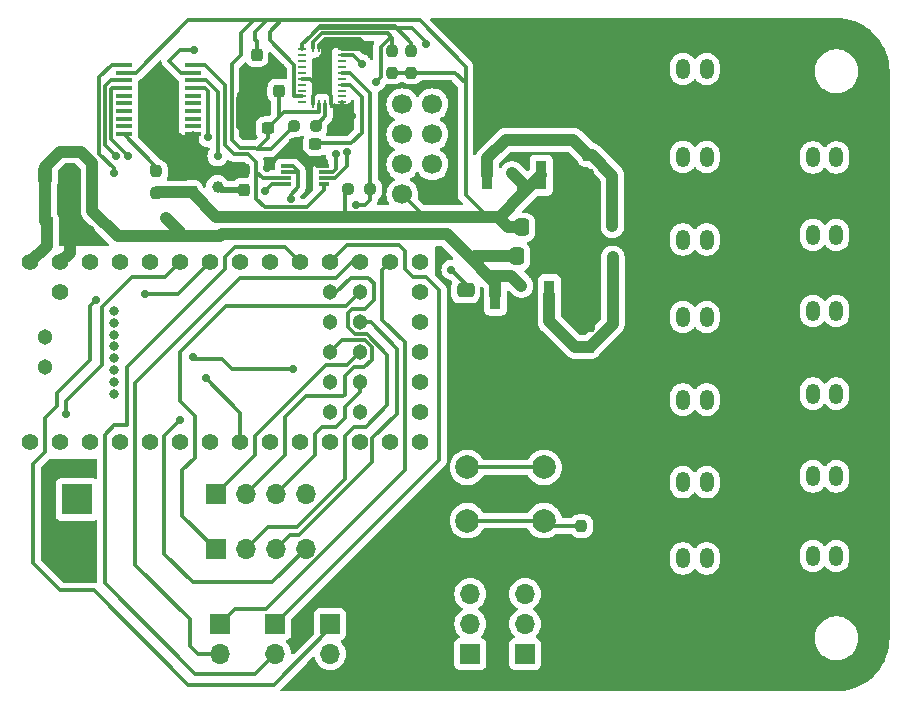
<source format=gbr>
%TF.GenerationSoftware,KiCad,Pcbnew,8.0.7*%
%TF.CreationDate,2024-12-26T23:36:22+07:00*%
%TF.ProjectId,Teensy4.0PCB,5465656e-7379-4342-9e30-5043422e6b69,rev?*%
%TF.SameCoordinates,Original*%
%TF.FileFunction,Copper,L1,Top*%
%TF.FilePolarity,Positive*%
%FSLAX46Y46*%
G04 Gerber Fmt 4.6, Leading zero omitted, Abs format (unit mm)*
G04 Created by KiCad (PCBNEW 8.0.7) date 2024-12-26 23:36:22*
%MOMM*%
%LPD*%
G01*
G04 APERTURE LIST*
G04 Aperture macros list*
%AMRoundRect*
0 Rectangle with rounded corners*
0 $1 Rounding radius*
0 $2 $3 $4 $5 $6 $7 $8 $9 X,Y pos of 4 corners*
0 Add a 4 corners polygon primitive as box body*
4,1,4,$2,$3,$4,$5,$6,$7,$8,$9,$2,$3,0*
0 Add four circle primitives for the rounded corners*
1,1,$1+$1,$2,$3*
1,1,$1+$1,$4,$5*
1,1,$1+$1,$6,$7*
1,1,$1+$1,$8,$9*
0 Add four rect primitives between the rounded corners*
20,1,$1+$1,$2,$3,$4,$5,0*
20,1,$1+$1,$4,$5,$6,$7,0*
20,1,$1+$1,$6,$7,$8,$9,0*
20,1,$1+$1,$8,$9,$2,$3,0*%
G04 Aperture macros list end*
%TA.AperFunction,SMDPad,CuDef*%
%ADD10RoundRect,0.250000X-0.337500X-0.475000X0.337500X-0.475000X0.337500X0.475000X-0.337500X0.475000X0*%
%TD*%
%TA.AperFunction,SMDPad,CuDef*%
%ADD11RoundRect,0.237500X0.237500X-0.250000X0.237500X0.250000X-0.237500X0.250000X-0.237500X-0.250000X0*%
%TD*%
%TA.AperFunction,ComponentPad*%
%ADD12R,1.700000X1.700000*%
%TD*%
%TA.AperFunction,ComponentPad*%
%ADD13O,1.700000X1.700000*%
%TD*%
%TA.AperFunction,ComponentPad*%
%ADD14C,2.000000*%
%TD*%
%TA.AperFunction,SMDPad,CuDef*%
%ADD15RoundRect,0.237500X-0.300000X-0.237500X0.300000X-0.237500X0.300000X0.237500X-0.300000X0.237500X0*%
%TD*%
%TA.AperFunction,SMDPad,CuDef*%
%ADD16RoundRect,0.237500X0.237500X-0.300000X0.237500X0.300000X-0.237500X0.300000X-0.237500X-0.300000X0*%
%TD*%
%TA.AperFunction,SMDPad,CuDef*%
%ADD17R,0.675000X0.254000*%
%TD*%
%TA.AperFunction,SMDPad,CuDef*%
%ADD18R,0.254000X0.675000*%
%TD*%
%TA.AperFunction,SMDPad,CuDef*%
%ADD19RoundRect,0.237500X-0.237500X0.250000X-0.237500X-0.250000X0.237500X-0.250000X0.237500X0.250000X0*%
%TD*%
%TA.AperFunction,ComponentPad*%
%ADD20RoundRect,0.250000X-0.350000X-0.625000X0.350000X-0.625000X0.350000X0.625000X-0.350000X0.625000X0*%
%TD*%
%TA.AperFunction,ComponentPad*%
%ADD21O,1.200000X1.750000*%
%TD*%
%TA.AperFunction,ComponentPad*%
%ADD22R,2.600000X2.600000*%
%TD*%
%TA.AperFunction,ComponentPad*%
%ADD23C,2.600000*%
%TD*%
%TA.AperFunction,SMDPad,CuDef*%
%ADD24RoundRect,0.237500X-0.250000X-0.237500X0.250000X-0.237500X0.250000X0.237500X-0.250000X0.237500X0*%
%TD*%
%TA.AperFunction,SMDPad,CuDef*%
%ADD25R,0.850000X0.300000*%
%TD*%
%TA.AperFunction,SMDPad,CuDef*%
%ADD26R,0.939800X2.489200*%
%TD*%
%TA.AperFunction,SMDPad,CuDef*%
%ADD27R,5.562600X6.299200*%
%TD*%
%TA.AperFunction,SMDPad,CuDef*%
%ADD28RoundRect,0.250000X0.475000X-0.337500X0.475000X0.337500X-0.475000X0.337500X-0.475000X-0.337500X0*%
%TD*%
%TA.AperFunction,SMDPad,CuDef*%
%ADD29RoundRect,0.237500X-0.237500X0.300000X-0.237500X-0.300000X0.237500X-0.300000X0.237500X0.300000X0*%
%TD*%
%TA.AperFunction,ComponentPad*%
%ADD30C,1.700000*%
%TD*%
%TA.AperFunction,ComponentPad*%
%ADD31C,1.404000*%
%TD*%
%TA.AperFunction,ComponentPad*%
%ADD32C,1.304000*%
%TD*%
%TA.AperFunction,ComponentPad*%
%ADD33C,0.804000*%
%TD*%
%TA.AperFunction,SMDPad,CuDef*%
%ADD34R,1.475000X0.450000*%
%TD*%
%TA.AperFunction,ViaPad*%
%ADD35C,0.700000*%
%TD*%
%TA.AperFunction,ViaPad*%
%ADD36C,1.000000*%
%TD*%
%TA.AperFunction,Conductor*%
%ADD37C,0.300000*%
%TD*%
%TA.AperFunction,Conductor*%
%ADD38C,1.000000*%
%TD*%
%TA.AperFunction,Conductor*%
%ADD39C,0.500000*%
%TD*%
G04 APERTURE END LIST*
D10*
%TO.P,C9,1*%
%TO.N,+5V*%
X113000000Y-80000000D03*
%TO.P,C9,2*%
%TO.N,GND*%
X115075000Y-80000000D03*
%TD*%
D11*
%TO.P,R3,1*%
%TO.N,+3.3V*%
X122400000Y-81512500D03*
%TO.P,R3,2*%
%TO.N,Net-(IC1-OE)*%
X122400000Y-79687500D03*
%TD*%
D12*
%TO.P,3.3V,1,Pin_1*%
%TO.N,+3.3V*%
X153650000Y-120540000D03*
D13*
%TO.P,3.3V,2,Pin_2*%
X153650000Y-118000000D03*
%TO.P,3.3V,3,Pin_3*%
X153650000Y-115460000D03*
%TD*%
D10*
%TO.P,C12,1*%
%TO.N,+3.3V*%
X153372500Y-84430000D03*
%TO.P,C12,2*%
%TO.N,GND*%
X155447500Y-84430000D03*
%TD*%
D14*
%TO.P,Button1,1,1*%
%TO.N,/button_pin*%
X148750000Y-104750000D03*
X155250000Y-104750000D03*
%TO.P,Button1,2,2*%
%TO.N,Net-(Button1-Pad2)*%
X148750000Y-109250000D03*
X155250000Y-109250000D03*
%TD*%
D12*
%TO.P,5V,1,Pin_1*%
%TO.N,+5V*%
X149000000Y-120540000D03*
D13*
%TO.P,5V,2,Pin_2*%
X149000000Y-118000000D03*
%TO.P,5V,3,Pin_3*%
X149000000Y-115460000D03*
%TD*%
D15*
%TO.P,C5,1*%
%TO.N,GND*%
X134137500Y-77400000D03*
%TO.P,C5,2*%
%TO.N,Net-(U3-CAP)*%
X135862500Y-77400000D03*
%TD*%
D11*
%TO.P,R4,1*%
%TO.N,Net-(Button1-Pad2)*%
X158400000Y-109712500D03*
%TO.P,R4,2*%
%TO.N,GND*%
X158400000Y-107887500D03*
%TD*%
D12*
%TO.P,GND,1,Pin_1*%
%TO.N,GND*%
X144350000Y-120540000D03*
D13*
%TO.P,GND,2,Pin_2*%
X144350000Y-118000000D03*
%TO.P,GND,3,Pin_3*%
X144350000Y-115460000D03*
%TD*%
D16*
%TO.P,C6,1*%
%TO.N,+3.3V*%
X125400000Y-81462500D03*
%TO.P,C6,2*%
%TO.N,GND*%
X125400000Y-79737500D03*
%TD*%
%TO.P,C11,1*%
%TO.N,VCC*%
X159010000Y-94532500D03*
%TO.P,C11,2*%
%TO.N,GND*%
X159010000Y-92807500D03*
%TD*%
D17*
%TO.P,U3,1,PIN1*%
%TO.N,unconnected-(U3-PIN1-Pad1)*%
X134787500Y-73837500D03*
D18*
%TO.P,U3,2,GND*%
%TO.N,GND*%
X135700000Y-73975000D03*
%TO.P,U3,3,VDD*%
%TO.N,+3.3V*%
X136200000Y-73975000D03*
%TO.P,U3,4,~{BOOT_LOAD_PIN}*%
%TO.N,Net-(U3-~{BOOT_LOAD_PIN})*%
X136700000Y-73975000D03*
%TO.P,U3,5,PS1*%
%TO.N,GND*%
X137200000Y-73975000D03*
D17*
%TO.P,U3,6,PS0*%
X138112500Y-73837500D03*
%TO.P,U3,7,PIN7*%
%TO.N,unconnected-(U3-PIN7-Pad7)*%
X138112500Y-73337500D03*
%TO.P,U3,8,PIN8*%
%TO.N,unconnected-(U3-PIN8-Pad8)*%
X138112500Y-72837500D03*
%TO.P,U3,9,CAP*%
%TO.N,Net-(U3-CAP)*%
X138112500Y-72337500D03*
%TO.P,U3,10,BL_IND*%
%TO.N,unconnected-(U3-BL_IND-Pad10)*%
X138112500Y-71837500D03*
%TO.P,U3,11,~{RESET}*%
%TO.N,/BNO_RESET*%
X138112500Y-71337500D03*
%TO.P,U3,12,PIN12*%
%TO.N,unconnected-(U3-PIN12-Pad12)*%
X138112500Y-70837500D03*
%TO.P,U3,13,PIN13*%
%TO.N,unconnected-(U3-PIN13-Pad13)*%
X138112500Y-70337500D03*
%TO.P,U3,14,INT*%
%TO.N,/BNO_INT*%
X138112500Y-69837500D03*
%TO.P,U3,15,GNDIO*%
%TO.N,GND*%
X138112500Y-69337500D03*
D18*
%TO.P,U3,16,GNDIO*%
X137200000Y-69200000D03*
%TO.P,U3,17,COM3*%
X136700000Y-69200000D03*
%TO.P,U3,18,COM2*%
X136200000Y-69200000D03*
%TO.P,U3,19,COM1*%
%TO.N,/SCL*%
X135700000Y-69200000D03*
D17*
%TO.P,U3,20,COM0*%
%TO.N,/SDA*%
X134787500Y-69337500D03*
%TO.P,U3,21,PIN21*%
%TO.N,unconnected-(U3-PIN21-Pad21)*%
X134787500Y-69837500D03*
%TO.P,U3,22,PIN22*%
%TO.N,unconnected-(U3-PIN22-Pad22)*%
X134787500Y-70337500D03*
%TO.P,U3,23,PIN23*%
%TO.N,unconnected-(U3-PIN23-Pad23)*%
X134787500Y-70837500D03*
%TO.P,U3,24,PIN24*%
%TO.N,unconnected-(U3-PIN24-Pad24)*%
X134787500Y-71337500D03*
%TO.P,U3,25,GNDIO*%
%TO.N,GND*%
X134787500Y-71837500D03*
%TO.P,U3,26,XOUT32*%
%TO.N,unconnected-(U3-XOUT32-Pad26)*%
X134787500Y-72337500D03*
%TO.P,U3,27,XIN32*%
%TO.N,unconnected-(U3-XIN32-Pad27)*%
X134787500Y-72837500D03*
%TO.P,U3,28,VDDIO*%
%TO.N,+3.3V*%
X134787500Y-73337500D03*
%TD*%
D19*
%TO.P,R5,1*%
%TO.N,/SDA*%
X144000000Y-69487500D03*
%TO.P,R5,2*%
%TO.N,+3.3V*%
X144000000Y-71312500D03*
%TD*%
D11*
%TO.P,R6,1*%
%TO.N,+3.3V*%
X142400000Y-71312500D03*
%TO.P,R6,2*%
%TO.N,/SCL*%
X142400000Y-69487500D03*
%TD*%
D16*
%TO.P,C7,1*%
%TO.N,+5V*%
X129800000Y-81262500D03*
%TO.P,C7,2*%
%TO.N,GND*%
X129800000Y-79537500D03*
%TD*%
D20*
%TO.P,servo11,1,Pin_1*%
%TO.N,GND*%
X165000000Y-71000000D03*
D21*
%TO.P,servo11,2,Pin_2*%
%TO.N,VCC*%
X167000000Y-71000000D03*
%TO.P,servo11,3,Pin_3*%
%TO.N,Net-(IC2-A2)*%
X169000000Y-71000000D03*
%TD*%
D10*
%TO.P,C10,1*%
%TO.N,+5V*%
X152972500Y-86870000D03*
%TO.P,C10,2*%
%TO.N,GND*%
X155047500Y-86870000D03*
%TD*%
D22*
%TO.P,Main-Terminal1,1,Pin_1*%
%TO.N,VCC*%
X115695000Y-107455000D03*
D23*
%TO.P,Main-Terminal1,2,Pin_2*%
%TO.N,GND*%
X115695000Y-112535000D03*
%TD*%
D21*
%TO.P,servo10,3,Pin_3*%
%TO.N,Net-(IC2-A2)*%
X180000000Y-105500000D03*
%TO.P,servo10,2,Pin_2*%
%TO.N,VCC*%
X178000000Y-105500000D03*
D20*
%TO.P,servo10,1,Pin_1*%
%TO.N,GND*%
X176000000Y-105500000D03*
%TD*%
D24*
%TO.P,R2,1*%
%TO.N,+3.3V*%
X134087500Y-75800000D03*
%TO.P,R2,2*%
%TO.N,Net-(U3-~{BOOT_LOAD_PIN})*%
X135912500Y-75800000D03*
%TD*%
D15*
%TO.P,C2,1*%
%TO.N,GND*%
X130137500Y-76000000D03*
%TO.P,C2,2*%
%TO.N,+3.3V*%
X131862500Y-76000000D03*
%TD*%
D20*
%TO.P,servo1,1,Pin_1*%
%TO.N,GND*%
X165000000Y-85450000D03*
D21*
%TO.P,servo1,2,Pin_2*%
%TO.N,VCC*%
X167000000Y-85450000D03*
%TO.P,servo1,3,Pin_3*%
%TO.N,Net-(IC2-A2)*%
X169000000Y-85450000D03*
%TD*%
D12*
%TO.P,S4,1,Pin_1*%
%TO.N,/serial_rx4*%
X132490000Y-117990000D03*
D13*
%TO.P,S4,2,Pin_2*%
%TO.N,/serial_tx4*%
X132490000Y-120530000D03*
%TD*%
D20*
%TO.P,servo9,1,Pin_1*%
%TO.N,GND*%
X165000000Y-112450000D03*
D21*
%TO.P,servo9,2,Pin_2*%
%TO.N,VCC*%
X167000000Y-112450000D03*
%TO.P,servo9,3,Pin_3*%
%TO.N,Net-(IC2-A2)*%
X169000000Y-112450000D03*
%TD*%
%TO.P,servo3,3,Pin_3*%
%TO.N,Net-(IC2-A2)*%
X180000000Y-85050000D03*
%TO.P,servo3,2,Pin_2*%
%TO.N,VCC*%
X178000000Y-85050000D03*
D20*
%TO.P,servo3,1,Pin_1*%
%TO.N,GND*%
X176000000Y-85050000D03*
%TD*%
D21*
%TO.P,servo7,3,Pin_3*%
%TO.N,Net-(IC2-A2)*%
X180000000Y-91500000D03*
%TO.P,servo7,2,Pin_2*%
%TO.N,VCC*%
X178000000Y-91500000D03*
D20*
%TO.P,servo7,1,Pin_1*%
%TO.N,GND*%
X176000000Y-91500000D03*
%TD*%
D25*
%TO.P,IC2,1,~{OE}*%
%TO.N,Net-(IC1-B1)*%
X136575000Y-80750000D03*
%TO.P,IC2,2,A1*%
%TO.N,Net-(IC1-B3)*%
X136575000Y-80250000D03*
%TO.P,IC2,3,Y2*%
%TO.N,Net-(IC1-B2)*%
X136575000Y-79750000D03*
%TO.P,IC2,4,GND*%
%TO.N,GND*%
X136575000Y-79250000D03*
%TO.P,IC2,5,A2*%
%TO.N,Net-(IC2-A2)*%
X133425000Y-79250000D03*
%TO.P,IC2,6,Y1*%
X133425000Y-79750000D03*
%TO.P,IC2,7,OE*%
%TO.N,Net-(IC1-B1)*%
X133425000Y-80250000D03*
%TO.P,IC2,8,VCC*%
%TO.N,+5V*%
X133425000Y-80750000D03*
%TD*%
D21*
%TO.P,servo5,3,Pin_3*%
%TO.N,Net-(IC2-A2)*%
X180000000Y-98500000D03*
%TO.P,servo5,2,Pin_2*%
%TO.N,VCC*%
X178000000Y-98500000D03*
D20*
%TO.P,servo5,1,Pin_1*%
%TO.N,GND*%
X176000000Y-98500000D03*
%TD*%
%TO.P,servo8,1,Pin_1*%
%TO.N,GND*%
X165000000Y-99000000D03*
D21*
%TO.P,servo8,2,Pin_2*%
%TO.N,VCC*%
X167000000Y-99000000D03*
%TO.P,servo8,3,Pin_3*%
%TO.N,Net-(IC2-A2)*%
X169000000Y-99000000D03*
%TD*%
D26*
%TO.P,50R1,1,INPUT*%
%TO.N,VCC*%
X155696000Y-90140800D03*
%TO.P,50R1,2,OUTPUT*%
%TO.N,+5V*%
X151124000Y-90140800D03*
D27*
%TO.P,50R1,3,GROUND*%
%TO.N,GND*%
X153410000Y-98294200D03*
%TD*%
D28*
%TO.P,C1,1*%
%TO.N,GND*%
X148600000Y-91837500D03*
%TO.P,C1,2*%
%TO.N,+3.3V*%
X148600000Y-89762500D03*
%TD*%
D20*
%TO.P,servo4,1,Pin_1*%
%TO.N,GND*%
X165000000Y-92000000D03*
D21*
%TO.P,servo4,2,Pin_2*%
%TO.N,VCC*%
X167000000Y-92000000D03*
%TO.P,servo4,3,Pin_3*%
%TO.N,Net-(IC2-A2)*%
X169000000Y-92000000D03*
%TD*%
D29*
%TO.P,C13,1*%
%TO.N,VCC*%
X159000000Y-78275000D03*
%TO.P,C13,2*%
%TO.N,GND*%
X159000000Y-80000000D03*
%TD*%
D26*
%TO.P,33R1,1,INPUT*%
%TO.N,VCC*%
X150428000Y-80000000D03*
%TO.P,33R1,2,OUTPUT*%
%TO.N,+3.3V*%
X155000000Y-80000000D03*
D27*
%TO.P,33R1,3,GROUND*%
%TO.N,GND*%
X152714000Y-71846600D03*
%TD*%
D12*
%TO.P,S5,1,Pin_1*%
%TO.N,/serial_rx5*%
X137140000Y-117990000D03*
D13*
%TO.P,S5,2,Pin_2*%
%TO.N,/serial_tx5*%
X137140000Y-120530000D03*
%TD*%
D16*
%TO.P,C4,1*%
%TO.N,+3.3V*%
X132800000Y-72862500D03*
%TO.P,C4,2*%
%TO.N,GND*%
X132800000Y-71137500D03*
%TD*%
D24*
%TO.P,R1,1*%
%TO.N,+3.3V*%
X138687500Y-81200000D03*
%TO.P,R1,2*%
%TO.N,/BNO_RESET*%
X140512500Y-81200000D03*
%TD*%
D21*
%TO.P,servo2,3,Pin_3*%
%TO.N,Net-(IC2-A2)*%
X180000000Y-78500000D03*
%TO.P,servo2,2,Pin_2*%
%TO.N,VCC*%
X178000000Y-78500000D03*
D20*
%TO.P,servo2,1,Pin_1*%
%TO.N,GND*%
X176000000Y-78500000D03*
%TD*%
D12*
%TO.P,J2,1,Pin_1*%
%TO.N,Net-(J2-Pin_1)*%
X127460000Y-107000000D03*
D13*
%TO.P,J2,2,Pin_2*%
%TO.N,Net-(J2-Pin_2)*%
X130000000Y-107000000D03*
%TO.P,J2,3,Pin_3*%
%TO.N,Net-(J2-Pin_3)*%
X132540000Y-107000000D03*
%TO.P,J2,4,Pin_4*%
%TO.N,Net-(J2-Pin_4)*%
X135080000Y-107000000D03*
%TD*%
D16*
%TO.P,C3,1*%
%TO.N,GND*%
X130930000Y-71510000D03*
%TO.P,C3,2*%
%TO.N,+3.3V*%
X130930000Y-69785000D03*
%TD*%
D12*
%TO.P,S3,1,Pin_1*%
%TO.N,/serial_rx3*%
X127840000Y-117990000D03*
D13*
%TO.P,S3,2,Pin_2*%
%TO.N,/serial_tx3*%
X127840000Y-120530000D03*
%TD*%
D20*
%TO.P,servo6,1,Pin_1*%
%TO.N,GND*%
X165000000Y-106000000D03*
D21*
%TO.P,servo6,2,Pin_2*%
%TO.N,VCC*%
X167000000Y-106000000D03*
%TO.P,servo6,3,Pin_3*%
%TO.N,Net-(IC2-A2)*%
X169000000Y-106000000D03*
%TD*%
D20*
%TO.P,servo13,1,Pin_1*%
%TO.N,GND*%
X165000000Y-78450000D03*
D21*
%TO.P,servo13,2,Pin_2*%
%TO.N,VCC*%
X167000000Y-78450000D03*
%TO.P,servo13,3,Pin_3*%
%TO.N,Net-(IC2-A2)*%
X169000000Y-78450000D03*
%TD*%
D15*
%TO.P,C8,1*%
%TO.N,+5V*%
X113137500Y-84000000D03*
%TO.P,C8,2*%
%TO.N,GND*%
X114862500Y-84000000D03*
%TD*%
D12*
%TO.P,J1,1,Pin_1*%
%TO.N,Net-(J1-Pin_1)*%
X127460000Y-111650000D03*
D13*
%TO.P,J1,2,Pin_2*%
%TO.N,Net-(J1-Pin_2)*%
X130000000Y-111650000D03*
%TO.P,J1,3,Pin_3*%
%TO.N,Net-(J1-Pin_3)*%
X132540000Y-111650000D03*
%TO.P,J1,4,Pin_4*%
%TO.N,Net-(J1-Pin_4)*%
X135080000Y-111650000D03*
%TD*%
D21*
%TO.P,servo12,3,Pin_3*%
%TO.N,Net-(IC2-A2)*%
X180000000Y-112250000D03*
%TO.P,servo12,2,Pin_2*%
%TO.N,VCC*%
X178000000Y-112250000D03*
D20*
%TO.P,servo12,1,Pin_1*%
%TO.N,GND*%
X176000000Y-112250000D03*
%TD*%
D12*
%TO.P,U2,1,GND*%
%TO.N,GND*%
X145789500Y-81625000D03*
D30*
%TO.P,U2,2,VCC*%
%TO.N,+3.3V*%
X143249500Y-81625000D03*
%TO.P,U2,3,CE*%
%TO.N,/NRF_CE*%
X145789500Y-79085000D03*
%TO.P,U2,4,~{CSN}*%
%TO.N,/NRF_CS*%
X143249500Y-79085000D03*
%TO.P,U2,5,SCK*%
%TO.N,/NRF_SCK*%
X145789500Y-76545000D03*
%TO.P,U2,6,MOSI*%
%TO.N,/NRF_MOSI*%
X143249500Y-76545000D03*
%TO.P,U2,7,MISO*%
%TO.N,/NRF_MISO*%
X145789500Y-74005000D03*
%TO.P,U2,8,IRQ*%
%TO.N,unconnected-(U2-IRQ-Pad8)*%
X143249500Y-74005000D03*
%TD*%
D31*
%TO.P,U1,1,GND*%
%TO.N,GND*%
X111725000Y-102620000D03*
%TO.P,U1,2,0_RX1_CRX2_CS1*%
%TO.N,/servo_rx1*%
X114265000Y-102620000D03*
%TO.P,U1,3,1_TX1_CTX2_MISO1*%
%TO.N,/servo_tx1*%
X116805000Y-102620000D03*
%TO.P,U1,4,2_OUT2*%
%TO.N,/servo_dir*%
X119345000Y-102620000D03*
%TO.P,U1,5,3_LRCLK2*%
%TO.N,/button_pin*%
X121885000Y-102620000D03*
%TO.P,U1,6,4_BCLK2*%
%TO.N,unconnected-(U1-4_BCLK2-Pad6)*%
X124425000Y-102620000D03*
%TO.P,U1,7,5_IN2*%
%TO.N,/BNO_RESET*%
X126965000Y-102620000D03*
%TO.P,U1,8,6_OUT1D*%
%TO.N,/BNO_INT*%
X129505000Y-102620000D03*
%TO.P,U1,9,7_RX2_OUT1A*%
%TO.N,unconnected-(U1-7_RX2_OUT1A-Pad9)*%
X132045000Y-102620000D03*
%TO.P,U1,10,8_TX2_IN1*%
%TO.N,unconnected-(U1-8_TX2_IN1-Pad10)*%
X134585000Y-102620000D03*
%TO.P,U1,11,9_OUT1C*%
%TO.N,/NRF_CE*%
X137125000Y-102620000D03*
%TO.P,U1,12,10_CS_MQSR*%
%TO.N,/NRF_CS*%
X139665000Y-102620000D03*
%TO.P,U1,13,11_MOSI_CTX1*%
%TO.N,/NRF_MOSI*%
X142205000Y-102620000D03*
%TO.P,U1,14,12_MISO_MQSL*%
%TO.N,/NRF_MISO*%
X144745000Y-102620000D03*
%TO.P,U1,15,VBAT*%
%TO.N,unconnected-(U1-VBAT-Pad15)*%
X144745000Y-100080000D03*
%TO.P,U1,16,3V3*%
%TO.N,unconnected-(U1-3V3-Pad16)*%
X144745000Y-97540000D03*
%TO.P,U1,17,GND*%
%TO.N,GND*%
X144745000Y-95000000D03*
%TO.P,U1,18,PROGRAM*%
%TO.N,unconnected-(U1-PROGRAM-Pad18)*%
X144745000Y-92460000D03*
%TO.P,U1,19,ON_OFF*%
%TO.N,unconnected-(U1-ON_OFF-Pad19)*%
X144745000Y-89920000D03*
%TO.P,U1,20,13_SCK_CRX1_LED*%
%TO.N,/NRF_SCK*%
X144745000Y-87380000D03*
%TO.P,U1,21,14_A0_TX3_SPDIF_OUT*%
%TO.N,/serial_rx3*%
X142205000Y-87380000D03*
%TO.P,U1,22,15_A1_RX3_SPDIF_IN*%
%TO.N,/serial_tx3*%
X139665000Y-87380000D03*
%TO.P,U1,23,16_A2_RX4_SCL1*%
%TO.N,/serial_rx4*%
X137125000Y-87380000D03*
%TO.P,U1,24,17_A3_TX4_SDA1*%
%TO.N,/serial_tx4*%
X134585000Y-87380000D03*
%TO.P,U1,25,18_A4_SDA0*%
%TO.N,/SDA*%
X132045000Y-87380000D03*
%TO.P,U1,26,19_A5_SCL0*%
%TO.N,/SCL*%
X129505000Y-87380000D03*
%TO.P,U1,27,20_A6_TX5_LRCLK1*%
%TO.N,/serial_rx5*%
X126965000Y-87380000D03*
%TO.P,U1,28,21_A7_RX5_BCLK1*%
%TO.N,/serial_tx5*%
X124425000Y-87380000D03*
%TO.P,U1,29,22_A8_CTX1*%
%TO.N,unconnected-(U1-22_A8_CTX1-Pad29)*%
X121885000Y-87380000D03*
%TO.P,U1,30,23_A9_CRX1_MCLK1*%
%TO.N,unconnected-(U1-23_A9_CRX1_MCLK1-Pad30)*%
X119345000Y-87380000D03*
%TO.P,U1,31,3V3*%
%TO.N,unconnected-(U1-3V3-Pad31)*%
X116805000Y-87380000D03*
%TO.P,U1,32,GND*%
%TO.N,GND*%
X114265000Y-87380000D03*
%TO.P,U1,33,VIN*%
%TO.N,+5V*%
X111725000Y-87380000D03*
%TO.P,U1,34,VUSB*%
%TO.N,unconnected-(U1-VUSB-Pad34)*%
X114265000Y-89920000D03*
D32*
%TO.P,U1,35,24_A10_TX6_SCL2*%
%TO.N,Net-(J1-Pin_1)*%
X139665000Y-89920000D03*
%TO.P,U1,36,25_A11_RX6_SDA2*%
%TO.N,Net-(J1-Pin_2)*%
X137125000Y-89920000D03*
%TO.P,U1,37,26_A12_MOSI1*%
%TO.N,Net-(J1-Pin_3)*%
X139665000Y-92460000D03*
%TO.P,U1,38,27_A13_SCK1*%
%TO.N,Net-(J1-Pin_4)*%
X137125000Y-92460000D03*
%TO.P,U1,39,28_RX7*%
%TO.N,Net-(J2-Pin_1)*%
X139665000Y-95000000D03*
%TO.P,U1,40,29_TX7*%
%TO.N,Net-(J2-Pin_2)*%
X137125000Y-95000000D03*
%TO.P,U1,41,30_CRX3*%
%TO.N,Net-(J2-Pin_3)*%
X139665000Y-97540000D03*
%TO.P,U1,42,31_CTX3*%
%TO.N,Net-(J2-Pin_4)*%
X137125000Y-97540000D03*
%TO.P,U1,43,32_OUT1B*%
%TO.N,unconnected-(U1-32_OUT1B-Pad43)*%
X139665000Y-100080000D03*
%TO.P,U1,44,33_MCLK2*%
%TO.N,unconnected-(U1-33_MCLK2-Pad44)*%
X137125000Y-100080000D03*
D33*
%TO.P,U1,45,34_DAT1_MISO2*%
%TO.N,unconnected-(U1-34_DAT1_MISO2-Pad45)*%
X118863400Y-91500000D03*
%TO.P,U1,46,35_DAT0_MOSI2*%
%TO.N,unconnected-(U1-35_DAT0_MOSI2-Pad46)*%
X118863400Y-92500000D03*
%TO.P,U1,47,GND*%
%TO.N,unconnected-(U1-GND-Pad47)*%
X118863400Y-93500000D03*
%TO.P,U1,48,36_CLK_CS2*%
%TO.N,unconnected-(U1-36_CLK_CS2-Pad48)*%
X118863400Y-94500000D03*
%TO.P,U1,49,3V3*%
%TO.N,unconnected-(U1-3V3-Pad49)*%
X118863400Y-95500000D03*
%TO.P,U1,50,37_CMD_SCK2*%
%TO.N,unconnected-(U1-37_CMD_SCK2-Pad50)*%
X118863400Y-96500000D03*
%TO.P,U1,51,38_DAT3_RX5*%
%TO.N,unconnected-(U1-38_DAT3_RX5-Pad51)*%
X118863400Y-97500000D03*
%TO.P,U1,52,39_DAT2_TX5*%
%TO.N,unconnected-(U1-39_DAT2_TX5-Pad52)*%
X118863400Y-98500000D03*
D32*
%TO.P,U1,53,D-*%
%TO.N,unconnected-(U1-D--Pad53)*%
X112995000Y-93730000D03*
%TO.P,U1,54,D+*%
%TO.N,unconnected-(U1-D+-Pad54)*%
X112995000Y-96270000D03*
%TD*%
D34*
%TO.P,IC1,1,A1*%
%TO.N,/servo_dir*%
X119662000Y-70675000D03*
%TO.P,IC1,2,VCCA*%
%TO.N,+3.3V*%
X119662000Y-71325000D03*
%TO.P,IC1,3,A2*%
%TO.N,/servo_rx1*%
X119662000Y-71975000D03*
%TO.P,IC1,4,A3*%
%TO.N,/servo_tx1*%
X119662000Y-72625000D03*
%TO.P,IC1,5,A4*%
%TO.N,unconnected-(IC1-A4-Pad5)*%
X119662000Y-73275000D03*
%TO.P,IC1,6,A5*%
%TO.N,unconnected-(IC1-A5-Pad6)*%
X119662000Y-73925000D03*
%TO.P,IC1,7,A6*%
%TO.N,unconnected-(IC1-A6-Pad7)*%
X119662000Y-74575000D03*
%TO.P,IC1,8,A7*%
%TO.N,unconnected-(IC1-A7-Pad8)*%
X119662000Y-75225000D03*
%TO.P,IC1,9,A8*%
%TO.N,unconnected-(IC1-A8-Pad9)*%
X119662000Y-75875000D03*
%TO.P,IC1,10,OE*%
%TO.N,Net-(IC1-OE)*%
X119662000Y-76525000D03*
%TO.P,IC1,11,GND*%
%TO.N,GND*%
X125538000Y-76525000D03*
%TO.P,IC1,12,B8*%
%TO.N,unconnected-(IC1-B8-Pad12)*%
X125538000Y-75875000D03*
%TO.P,IC1,13,B7*%
%TO.N,unconnected-(IC1-B7-Pad13)*%
X125538000Y-75225000D03*
%TO.P,IC1,14,B6*%
%TO.N,unconnected-(IC1-B6-Pad14)*%
X125538000Y-74575000D03*
%TO.P,IC1,15,B5*%
%TO.N,unconnected-(IC1-B5-Pad15)*%
X125538000Y-73925000D03*
%TO.P,IC1,16,B4*%
%TO.N,unconnected-(IC1-B4-Pad16)*%
X125538000Y-73275000D03*
%TO.P,IC1,17,B3*%
%TO.N,Net-(IC1-B3)*%
X125538000Y-72625000D03*
%TO.P,IC1,18,B2*%
%TO.N,Net-(IC1-B2)*%
X125538000Y-71975000D03*
%TO.P,IC1,19,VCCB*%
%TO.N,+5V*%
X125538000Y-71325000D03*
%TO.P,IC1,20,B1*%
%TO.N,Net-(IC1-B1)*%
X125538000Y-70675000D03*
%TD*%
D35*
%TO.N,+3.3V*%
X147400000Y-88000000D03*
D36*
X152530000Y-79830000D03*
D35*
%TO.N,+5V*%
X131620000Y-81360000D03*
D36*
X123200000Y-83600000D03*
X127600000Y-81000000D03*
X153330000Y-89380000D03*
D35*
X125600000Y-69400000D03*
D36*
%TO.N,VCC*%
X161070000Y-86960000D03*
X161030000Y-84320000D03*
D35*
%TO.N,/servo_tx1*%
X120000000Y-78400000D03*
%TO.N,Net-(IC1-B2)*%
X137600000Y-78200000D03*
X127600000Y-78400000D03*
%TO.N,/servo_dir*%
X118800000Y-79800000D03*
%TO.N,Net-(IC1-B3)*%
X138600000Y-78000000D03*
X126823020Y-76802194D03*
%TO.N,/servo_rx1*%
X119000000Y-78400000D03*
%TO.N,Net-(IC2-A2)*%
X133780000Y-82010000D03*
%TO.N,Net-(J1-Pin_4)*%
X124445000Y-100735000D03*
%TO.N,Net-(J2-Pin_4)*%
X134010000Y-96430000D03*
X125554975Y-95380000D03*
%TO.N,/BNO_RESET*%
X139287500Y-82512500D03*
%TO.N,/SDA*%
X145280000Y-68860000D03*
%TO.N,/SCL*%
X141020000Y-72070000D03*
%TO.N,/serial_tx5*%
X114760000Y-100180000D03*
%TO.N,/serial_rx5*%
X117290000Y-90550000D03*
X121440000Y-90100000D03*
%TO.N,/BNO_INT*%
X126600000Y-97200000D03*
X139800000Y-70600000D03*
%TO.N,GND*%
X125800000Y-78400000D03*
X139000000Y-75000000D03*
D36*
X157620000Y-82440000D03*
D35*
X129600000Y-73200000D03*
X140200000Y-69000000D03*
D36*
X159030000Y-101390000D03*
X148150000Y-95680000D03*
X116750000Y-84750000D03*
D35*
X131800000Y-79400000D03*
X159200000Y-105800000D03*
D36*
X159000000Y-73890000D03*
%TD*%
D37*
%TO.N,Net-(IC1-B1)*%
X130890000Y-78910000D02*
X130180000Y-78200000D01*
X128250000Y-77450000D02*
X128250000Y-72374500D01*
X130180000Y-78200000D02*
X129000000Y-78200000D01*
X130890000Y-79690000D02*
X130890000Y-78910000D01*
X129000000Y-78200000D02*
X128250000Y-77450000D01*
X128250000Y-72374500D02*
X126550500Y-70675000D01*
X126550500Y-70675000D02*
X125538000Y-70675000D01*
%TO.N,+3.3V*%
X132000000Y-67900000D02*
X132000000Y-68537500D01*
D38*
X124000000Y-81462500D02*
X122450000Y-81462500D01*
D37*
X150482500Y-83562500D02*
X148600000Y-81680000D01*
X132800000Y-72862500D02*
X132800000Y-75062500D01*
D38*
X153485000Y-80785000D02*
X152530000Y-79830000D01*
D37*
X143249500Y-81625000D02*
X145187000Y-83562500D01*
D38*
X153485000Y-81515000D02*
X153485000Y-80785000D01*
D37*
X132087500Y-77800000D02*
X130907107Y-77800000D01*
X130807107Y-77700000D02*
X129500000Y-77700000D01*
X130800000Y-68537500D02*
X130800000Y-67920000D01*
X129600000Y-69825000D02*
X129600000Y-68000000D01*
X133200000Y-74662500D02*
X136177000Y-74662500D01*
X130907107Y-77800000D02*
X130807107Y-77700000D01*
X119662000Y-71325000D02*
X120699500Y-71325000D01*
X120699500Y-71325000D02*
X125124500Y-66900000D01*
X144700000Y-66900000D02*
X148600000Y-70800000D01*
X147712500Y-71312500D02*
X148600000Y-72200000D01*
X136177000Y-74662500D02*
X136200000Y-74639500D01*
X138430000Y-81457500D02*
X138430000Y-83562500D01*
X130930000Y-69785000D02*
X130930000Y-68667500D01*
X133400000Y-66900000D02*
X144700000Y-66900000D01*
D38*
X151362500Y-83562500D02*
X151400000Y-83600000D01*
X153485000Y-81515000D02*
X151400000Y-83600000D01*
X125400000Y-81462500D02*
X124000000Y-81462500D01*
X145260000Y-83562500D02*
X138430000Y-83562500D01*
D37*
X148600000Y-89200000D02*
X147400000Y-88000000D01*
X132000000Y-68537500D02*
X134100000Y-70637500D01*
X136200000Y-74639500D02*
X136200000Y-73975000D01*
D38*
X152230000Y-84430000D02*
X151400000Y-83600000D01*
D37*
X134137500Y-73337500D02*
X134787500Y-73337500D01*
X129500000Y-77700000D02*
X128800000Y-77000000D01*
X142400000Y-71312500D02*
X144000000Y-71312500D01*
X130700000Y-66900000D02*
X131820000Y-66900000D01*
X151362500Y-83562500D02*
X150482500Y-83562500D01*
X134100000Y-73300000D02*
X134137500Y-73337500D01*
X131862500Y-76844607D02*
X130907107Y-77800000D01*
D38*
X138430000Y-83562500D02*
X127500000Y-83562500D01*
D37*
X144000000Y-71312500D02*
X147712500Y-71312500D01*
X125124500Y-66900000D02*
X130700000Y-66900000D01*
X134087500Y-75800000D02*
X132087500Y-77800000D01*
X133000000Y-66900000D02*
X132000000Y-67900000D01*
X128800000Y-70625000D02*
X129600000Y-69825000D01*
X132800000Y-75062500D02*
X131862500Y-76000000D01*
X128800000Y-77000000D02*
X128800000Y-70625000D01*
X133400000Y-66900000D02*
X133000000Y-66900000D01*
X131862500Y-76000000D02*
X133200000Y-74662500D01*
X130930000Y-68667500D02*
X130800000Y-68537500D01*
X145187000Y-83562500D02*
X145260000Y-83562500D01*
X131820000Y-66900000D02*
X133400000Y-66900000D01*
D38*
X127500000Y-83562500D02*
X125400000Y-81462500D01*
D37*
X130800000Y-67920000D02*
X131820000Y-66900000D01*
X129600000Y-68000000D02*
X130700000Y-66900000D01*
X148600000Y-81680000D02*
X148600000Y-72200000D01*
X148600000Y-70800000D02*
X148600000Y-72200000D01*
D38*
X153372500Y-84430000D02*
X152230000Y-84430000D01*
D37*
X134100000Y-70637500D02*
X134100000Y-73300000D01*
D38*
X151362500Y-83562500D02*
X145260000Y-83562500D01*
D37*
X131862500Y-76000000D02*
X131862500Y-76844607D01*
D38*
X155000000Y-80000000D02*
X153485000Y-81515000D01*
D37*
X138687500Y-81200000D02*
X138430000Y-81457500D01*
D38*
X122450000Y-81462500D02*
X122400000Y-81512500D01*
D37*
X148600000Y-89762500D02*
X148600000Y-89200000D01*
D38*
%TO.N,+5V*%
X150520000Y-88520000D02*
X151124000Y-89124000D01*
X113000000Y-80000000D02*
X113000000Y-83862500D01*
X147000000Y-85000000D02*
X149140000Y-87140000D01*
X116700000Y-78700000D02*
X116000000Y-78000000D01*
D37*
X125538000Y-71325000D02*
X124525500Y-71325000D01*
D38*
X116000000Y-78000000D02*
X114275000Y-78000000D01*
D37*
X124400000Y-69400000D02*
X125600000Y-69400000D01*
D38*
X117000000Y-79000000D02*
X116700000Y-78700000D01*
X151124000Y-89124000D02*
X151124000Y-90140800D01*
X124400000Y-85175000D02*
X124400000Y-84800000D01*
X127825000Y-85175000D02*
X128000000Y-85000000D01*
X114275000Y-78000000D02*
X113000000Y-79275000D01*
X149410000Y-86870000D02*
X149140000Y-87140000D01*
X113000000Y-79275000D02*
X113000000Y-80000000D01*
X150520000Y-88520000D02*
X152470000Y-88520000D01*
D37*
X132230000Y-80750000D02*
X131620000Y-81360000D01*
D38*
X149140000Y-87140000D02*
X150520000Y-88520000D01*
X113000000Y-83862500D02*
X113137500Y-84000000D01*
X124400000Y-85175000D02*
X127825000Y-85175000D01*
X117000000Y-83000000D02*
X117000000Y-79000000D01*
X113137500Y-84000000D02*
X113137500Y-85967500D01*
X128000000Y-85000000D02*
X147000000Y-85000000D01*
D37*
X123500250Y-70299750D02*
X124400000Y-69400000D01*
D39*
X129800000Y-81262500D02*
X127862500Y-81262500D01*
D38*
X124400000Y-85175000D02*
X119175000Y-85175000D01*
X152972500Y-86870000D02*
X149410000Y-86870000D01*
X152470000Y-88520000D02*
X153330000Y-89380000D01*
D37*
X124525500Y-71325000D02*
X123500250Y-70299750D01*
X133425000Y-80750000D02*
X132230000Y-80750000D01*
D38*
X124400000Y-84800000D02*
X123200000Y-83600000D01*
X113137500Y-85967500D02*
X111725000Y-87380000D01*
D39*
X127862500Y-81262500D02*
X127600000Y-81000000D01*
D38*
X119175000Y-85175000D02*
X117000000Y-83000000D01*
%TO.N,VCC*%
X155696000Y-90140800D02*
X155696000Y-92385400D01*
X152000000Y-77000000D02*
X157725000Y-77000000D01*
X159154906Y-94532500D02*
X161070000Y-92617406D01*
X157843100Y-94532500D02*
X159010000Y-94532500D01*
X159000000Y-78275000D02*
X159265000Y-78275000D01*
X161030000Y-80040000D02*
X161030000Y-84320000D01*
X159265000Y-78275000D02*
X161030000Y-80040000D01*
X150428000Y-78572000D02*
X152000000Y-77000000D01*
X157725000Y-77000000D02*
X159000000Y-78275000D01*
X161070000Y-92617406D02*
X161070000Y-86960000D01*
X157843100Y-94532500D02*
X159154906Y-94532500D01*
X155696000Y-92385400D02*
X157843100Y-94532500D01*
X150428000Y-80000000D02*
X150428000Y-78572000D01*
D37*
%TO.N,Net-(Button1-Pad2)*%
X148750000Y-109250000D02*
X155250000Y-109250000D01*
X155712500Y-109712500D02*
X155250000Y-109250000D01*
X158400000Y-109712500D02*
X155712500Y-109712500D01*
%TO.N,Net-(U3-CAP)*%
X135962500Y-77300000D02*
X135862500Y-77400000D01*
X138777000Y-72337500D02*
X139800000Y-73360500D01*
X139800000Y-76400000D02*
X138900000Y-77300000D01*
X138900000Y-77300000D02*
X135962500Y-77300000D01*
X139800000Y-73360500D02*
X139800000Y-76400000D01*
X138112500Y-72337500D02*
X138777000Y-72337500D01*
%TO.N,/servo_tx1*%
X118574500Y-72675000D02*
X118574500Y-76974500D01*
X118624500Y-72625000D02*
X118574500Y-72675000D01*
X119662000Y-72625000D02*
X118624500Y-72625000D01*
X118574500Y-76974500D02*
X120000000Y-78400000D01*
%TO.N,Net-(IC1-B2)*%
X136575000Y-79750000D02*
X137350000Y-79750000D01*
X127600000Y-78400000D02*
X127600000Y-72967393D01*
X127600000Y-72967393D02*
X126607607Y-71975000D01*
X137600000Y-79500000D02*
X137600000Y-78200000D01*
X126607607Y-71975000D02*
X125538000Y-71975000D01*
X137350000Y-79750000D02*
X137600000Y-79500000D01*
%TO.N,/servo_dir*%
X118800000Y-79400000D02*
X118800000Y-79800000D01*
X117574500Y-71725000D02*
X117574500Y-78174500D01*
X117574500Y-78174500D02*
X118800000Y-79400000D01*
X119662000Y-70675000D02*
X118624500Y-70675000D01*
X118624500Y-70675000D02*
X117574500Y-71725000D01*
%TO.N,Net-(IC1-B1)*%
X136575000Y-81285000D02*
X136575000Y-80750000D01*
X131590000Y-82710000D02*
X135150000Y-82710000D01*
X133425000Y-80250000D02*
X131450000Y-80250000D01*
X130890000Y-82010000D02*
X131590000Y-82710000D01*
X130890000Y-79690000D02*
X130890000Y-82010000D01*
X135150000Y-82710000D02*
X136575000Y-81285000D01*
X131450000Y-80250000D02*
X130890000Y-79690000D01*
%TO.N,Net-(IC1-B3)*%
X137557106Y-80250000D02*
X138600000Y-79207106D01*
X126823020Y-76802194D02*
X126823020Y-72897520D01*
X138600000Y-79207106D02*
X138600000Y-78000000D01*
X136575000Y-80250000D02*
X137557106Y-80250000D01*
X126823020Y-72897520D02*
X126550500Y-72625000D01*
X126550500Y-72625000D02*
X125538000Y-72625000D01*
%TO.N,Net-(IC1-OE)*%
X122400000Y-79687500D02*
X122256250Y-79543750D01*
X122062000Y-79349500D02*
X122400000Y-79687500D01*
X122256250Y-79543750D02*
X122256250Y-79119250D01*
X122256250Y-79119250D02*
X119662000Y-76525000D01*
%TO.N,/servo_rx1*%
X118567394Y-71975000D02*
X118074500Y-72467894D01*
X118074500Y-77474500D02*
X119000000Y-78400000D01*
X118074500Y-72467894D02*
X118074500Y-77474500D01*
X119662000Y-71975000D02*
X118567394Y-71975000D01*
%TO.N,Net-(IC2-A2)*%
X134410000Y-81040000D02*
X133780000Y-81670000D01*
X133780000Y-81670000D02*
X133780000Y-82010000D01*
X134330000Y-79750000D02*
X133425000Y-79750000D01*
X134410000Y-79670000D02*
X134330000Y-79750000D01*
X134410000Y-79670000D02*
X134410000Y-81040000D01*
X133425000Y-79250000D02*
X133990000Y-79250000D01*
X133990000Y-79250000D02*
X134410000Y-79670000D01*
%TO.N,Net-(J1-Pin_2)*%
X140840000Y-90580000D02*
X140840000Y-89160000D01*
X138996054Y-91296053D02*
X140123947Y-91296053D01*
X140350000Y-88670000D02*
X138910000Y-88670000D01*
X140123947Y-91296053D02*
X140840000Y-90580000D01*
X139249958Y-93462000D02*
X138663000Y-92875042D01*
X137660000Y-89920000D02*
X137125000Y-89920000D01*
X138663000Y-91629107D02*
X138996054Y-91296053D01*
X139170000Y-101350000D02*
X140140000Y-101350000D01*
X131850000Y-109800000D02*
X134300000Y-109800000D01*
X130000000Y-111650000D02*
X131850000Y-109800000D01*
X138910000Y-88670000D02*
X137660000Y-89920000D01*
X140140000Y-101350000D02*
X141990000Y-99500000D01*
X140251149Y-93462000D02*
X139249958Y-93462000D01*
X138663000Y-92875042D02*
X138663000Y-91629107D01*
X141990000Y-99500000D02*
X141990000Y-95200851D01*
X141990000Y-95200851D02*
X140251149Y-93462000D01*
X138400000Y-102120000D02*
X139170000Y-101350000D01*
X138400000Y-105700000D02*
X138400000Y-102120000D01*
X134300000Y-109800000D02*
X138400000Y-105700000D01*
X140840000Y-89160000D02*
X140350000Y-88670000D01*
%TO.N,Net-(J1-Pin_3)*%
X134521041Y-110450000D02*
X140717000Y-104254041D01*
X140587067Y-92460000D02*
X139665000Y-92460000D01*
X133740000Y-110450000D02*
X134521041Y-110450000D01*
X132540000Y-111650000D02*
X133740000Y-110450000D01*
X142810000Y-94682933D02*
X140587067Y-92460000D01*
X142810000Y-100200000D02*
X142810000Y-94682933D01*
X140717000Y-104254041D02*
X140717000Y-102293000D01*
X140717000Y-102293000D02*
X142810000Y-100200000D01*
%TO.N,Net-(J1-Pin_1)*%
X127460000Y-111650000D02*
X124630000Y-108820000D01*
X124400000Y-95000000D02*
X128300000Y-91100000D01*
X124400000Y-99140000D02*
X124400000Y-95000000D01*
X138485000Y-91100000D02*
X139665000Y-89920000D01*
X124630000Y-108820000D02*
X124630000Y-105000000D01*
X124630000Y-105000000D02*
X125680000Y-103950000D01*
X125680000Y-103950000D02*
X125680000Y-100420000D01*
X125680000Y-100420000D02*
X124400000Y-99140000D01*
X128300000Y-91100000D02*
X138485000Y-91100000D01*
%TO.N,Net-(J1-Pin_4)*%
X135080000Y-111650000D02*
X132250000Y-114480000D01*
X123100000Y-102080000D02*
X124445000Y-100735000D01*
X125510000Y-114480000D02*
X123100000Y-112070000D01*
X132250000Y-114480000D02*
X125510000Y-114480000D01*
X123100000Y-112070000D02*
X123100000Y-102080000D01*
X124445000Y-100735000D02*
X124445000Y-100685000D01*
%TO.N,Net-(J2-Pin_4)*%
X125724975Y-95550000D02*
X127980000Y-95550000D01*
X125554975Y-95380000D02*
X125724975Y-95550000D01*
X127980000Y-95550000D02*
X128860000Y-96430000D01*
X128860000Y-96430000D02*
X134010000Y-96430000D01*
%TO.N,Net-(J2-Pin_2)*%
X138127000Y-93998000D02*
X137125000Y-95000000D01*
X138260000Y-98700000D02*
X138380000Y-98580000D01*
X140667000Y-94584958D02*
X140080042Y-93998000D01*
X140667000Y-95613000D02*
X140667000Y-94584958D01*
X133340000Y-103660000D02*
X133340000Y-100483000D01*
X138380000Y-96992107D02*
X139112107Y-96260000D01*
X140020000Y-96260000D02*
X140667000Y-95613000D01*
X138380000Y-98580000D02*
X138380000Y-96992107D01*
X139112107Y-96260000D02*
X140020000Y-96260000D01*
X140080042Y-93998000D02*
X138127000Y-93998000D01*
X130000000Y-107000000D02*
X133340000Y-103660000D01*
X133340000Y-100483000D02*
X135123000Y-98700000D01*
X135123000Y-98700000D02*
X138260000Y-98700000D01*
%TO.N,Net-(J2-Pin_1)*%
X136770000Y-96100000D02*
X138565000Y-96100000D01*
X127460000Y-107000000D02*
X130770000Y-103690000D01*
X130770000Y-103690000D02*
X130770000Y-102100000D01*
X138565000Y-96100000D02*
X139665000Y-95000000D01*
X130770000Y-102100000D02*
X136770000Y-96100000D01*
%TO.N,Net-(J2-Pin_3)*%
X139665000Y-98325000D02*
X139665000Y-97540000D01*
X138380000Y-99610000D02*
X139665000Y-98325000D01*
X137590000Y-101350000D02*
X138380000Y-100560000D01*
X135850000Y-103690000D02*
X135850000Y-101940000D01*
X132540000Y-107000000D02*
X135850000Y-103690000D01*
X135850000Y-101940000D02*
X136440000Y-101350000D01*
X136440000Y-101350000D02*
X137590000Y-101350000D01*
X138380000Y-100560000D02*
X138380000Y-99610000D01*
%TO.N,/BNO_RESET*%
X140512500Y-82087500D02*
X140087500Y-82512500D01*
X139287500Y-82512500D02*
X139200000Y-82600000D01*
X138777000Y-71337500D02*
X138112500Y-71337500D01*
X140512500Y-81200000D02*
X140512500Y-73073000D01*
X140512500Y-73073000D02*
X138777000Y-71337500D01*
X140512500Y-81200000D02*
X140512500Y-82087500D01*
X140087500Y-82512500D02*
X139287500Y-82512500D01*
%TO.N,Net-(U3-~{BOOT_LOAD_PIN})*%
X136700000Y-75012500D02*
X136700000Y-73975000D01*
X135912500Y-75800000D02*
X136700000Y-75012500D01*
%TO.N,/SDA*%
X136298000Y-67400000D02*
X142600000Y-67400000D01*
X144000000Y-68800000D02*
X144000000Y-69487500D01*
X144090000Y-67500000D02*
X136198000Y-67500000D01*
X134787500Y-68910500D02*
X135504000Y-68194000D01*
X136198000Y-67500000D02*
X135504000Y-68194000D01*
X145280000Y-68860000D02*
X145280000Y-68690000D01*
X134787500Y-69337500D02*
X134787500Y-68910500D01*
X142600000Y-67400000D02*
X144000000Y-68800000D01*
X135504000Y-68194000D02*
X136298000Y-67400000D01*
X145280000Y-68690000D02*
X144090000Y-67500000D01*
%TO.N,/SCL*%
X135700000Y-68705106D02*
X136405106Y-68000000D01*
X141440000Y-69110000D02*
X142275000Y-68275000D01*
X142000000Y-68000000D02*
X142275000Y-68275000D01*
X142275000Y-68275000D02*
X142400000Y-68400000D01*
X136405106Y-68000000D02*
X142000000Y-68000000D01*
X141440000Y-71650000D02*
X141440000Y-69110000D01*
X142400000Y-68400000D02*
X142400000Y-69487500D01*
X141020000Y-72070000D02*
X141440000Y-71650000D01*
X135700000Y-69200000D02*
X135700000Y-68705106D01*
%TO.N,/serial_tx3*%
X129500000Y-88730000D02*
X120640000Y-97590000D01*
X139665000Y-87380000D02*
X138957893Y-87380000D01*
X125240000Y-119850000D02*
X125920000Y-120530000D01*
X137607893Y-88730000D02*
X129500000Y-88730000D01*
X125920000Y-120530000D02*
X127840000Y-120530000D01*
X120640000Y-113000000D02*
X125240000Y-117600000D01*
X120640000Y-97590000D02*
X120640000Y-113000000D01*
X138957893Y-87380000D02*
X137607893Y-88730000D01*
X125240000Y-117600000D02*
X125240000Y-119850000D01*
%TO.N,/serial_rx3*%
X143430000Y-94150000D02*
X143430000Y-104997057D01*
X142205000Y-87380000D02*
X141530000Y-88055000D01*
X143430000Y-104997057D02*
X131677057Y-116750000D01*
X141530000Y-92250000D02*
X143430000Y-94150000D01*
X141530000Y-88055000D02*
X141530000Y-92250000D01*
X129080000Y-116750000D02*
X127840000Y-117990000D01*
X131677057Y-116750000D02*
X129080000Y-116750000D01*
%TO.N,/serial_rx4*%
X132490000Y-117990000D02*
X146360000Y-104120000D01*
X143480000Y-87980000D02*
X143480000Y-86440000D01*
X142970000Y-85930000D02*
X138575000Y-85930000D01*
X143480000Y-86440000D02*
X142970000Y-85930000D01*
X144150000Y-88650000D02*
X143480000Y-87980000D01*
X138575000Y-85930000D02*
X137125000Y-87380000D01*
X145280000Y-88650000D02*
X144150000Y-88650000D01*
X146360000Y-89730000D02*
X145280000Y-88650000D01*
X146360000Y-104120000D02*
X146360000Y-89730000D01*
%TO.N,/serial_tx5*%
X114760000Y-100180000D02*
X114760000Y-99110000D01*
X123165000Y-88640000D02*
X124425000Y-87380000D01*
X120350000Y-88640000D02*
X123165000Y-88640000D01*
X117800000Y-91190000D02*
X120350000Y-88640000D01*
X114760000Y-99110000D02*
X117800000Y-96070000D01*
X117800000Y-96070000D02*
X117800000Y-91190000D01*
%TO.N,/serial_rx5*%
X117290000Y-90550000D02*
X117290000Y-90510000D01*
X137140000Y-118380000D02*
X132360000Y-123160000D01*
X113990000Y-98420000D02*
X116770000Y-95640000D01*
X125140000Y-123160000D02*
X117120000Y-115140000D01*
X113990000Y-99540000D02*
X113990000Y-98420000D01*
X114280000Y-115140000D02*
X112000000Y-112860000D01*
X112000000Y-104490000D02*
X113010000Y-103480000D01*
X113010000Y-100520000D02*
X113990000Y-99540000D01*
X132360000Y-123160000D02*
X125140000Y-123160000D01*
X121440000Y-90100000D02*
X124245000Y-90100000D01*
X124245000Y-90100000D02*
X126965000Y-87380000D01*
X137140000Y-117990000D02*
X137140000Y-118380000D01*
X113010000Y-103480000D02*
X113010000Y-100520000D01*
X116770000Y-95640000D02*
X116770000Y-91070000D01*
X112000000Y-112860000D02*
X112000000Y-104490000D01*
X117120000Y-115140000D02*
X114280000Y-115140000D01*
X116770000Y-91070000D02*
X117290000Y-90550000D01*
%TO.N,/BNO_INT*%
X139037500Y-69837500D02*
X139800000Y-70600000D01*
X129505000Y-100105000D02*
X126600000Y-97200000D01*
X138112500Y-69837500D02*
X139037500Y-69837500D01*
X129505000Y-102620000D02*
X129505000Y-100105000D01*
%TO.N,/serial_tx4*%
X130810000Y-122210000D02*
X132490000Y-120530000D01*
X128210000Y-86960000D02*
X128210000Y-87960000D01*
X119900000Y-101150000D02*
X118870000Y-101150000D01*
X129060000Y-86110000D02*
X128210000Y-86960000D01*
X119900000Y-96270000D02*
X119900000Y-101150000D01*
X133315000Y-86110000D02*
X129060000Y-86110000D01*
X134585000Y-87380000D02*
X133315000Y-86110000D01*
X118870000Y-101150000D02*
X118050000Y-101970000D01*
X118050000Y-114540000D02*
X125720000Y-122210000D01*
X125720000Y-122210000D02*
X130810000Y-122210000D01*
X118050000Y-101970000D02*
X118050000Y-114540000D01*
X128210000Y-87960000D02*
X119900000Y-96270000D01*
%TO.N,GND*%
X148600000Y-91837500D02*
X148600000Y-95230000D01*
D38*
X156956600Y-71846600D02*
X159000000Y-73890000D01*
D37*
X137400000Y-68500000D02*
X139700000Y-68500000D01*
D38*
X157620000Y-81380000D02*
X159000000Y-80000000D01*
X159010000Y-92807500D02*
X159010000Y-90245000D01*
D37*
X137200000Y-73310500D02*
X137200000Y-73975000D01*
X134787500Y-71837500D02*
X135452000Y-71837500D01*
D39*
X125563000Y-76550000D02*
X125538000Y-76550000D01*
D37*
X136200000Y-69200000D02*
X136200000Y-68989500D01*
X129300000Y-73500000D02*
X129300000Y-75900000D01*
X136889500Y-73000000D02*
X137200000Y-73310500D01*
X129300000Y-75900000D02*
X129400000Y-76000000D01*
D38*
X115075000Y-86570000D02*
X114265000Y-87380000D01*
D37*
X139700000Y-68500000D02*
X140200000Y-69000000D01*
X134137500Y-77400000D02*
X135987500Y-79250000D01*
X129600000Y-73200000D02*
X129300000Y-73500000D01*
X135452000Y-71837500D02*
X136400000Y-72785500D01*
X134137500Y-77400000D02*
X133800000Y-77400000D01*
X133800000Y-77400000D02*
X131800000Y-79400000D01*
X136700000Y-69200000D02*
X136700000Y-68600000D01*
D39*
X125400000Y-79737500D02*
X126400000Y-79737500D01*
D37*
X137200000Y-69200000D02*
X137200000Y-68700000D01*
X138112500Y-69337500D02*
X139862500Y-69337500D01*
X139862500Y-69337500D02*
X140200000Y-69000000D01*
X148600000Y-95230000D02*
X148150000Y-95680000D01*
D38*
X155047500Y-86870000D02*
X155047500Y-84830000D01*
D37*
X135700000Y-73975000D02*
X135700000Y-73310500D01*
D39*
X126400000Y-79737500D02*
X129600000Y-79737500D01*
D38*
X116750000Y-84750000D02*
X116500000Y-85000000D01*
D37*
X139000000Y-75000000D02*
X138112500Y-74112500D01*
D39*
X126400000Y-79737500D02*
X126400000Y-79000000D01*
D37*
X136700000Y-68600000D02*
X136800000Y-68500000D01*
D38*
X115075000Y-80000000D02*
X115075000Y-85000000D01*
D37*
X136800000Y-68500000D02*
X137000000Y-68500000D01*
X136200000Y-68989500D02*
X136689500Y-68500000D01*
X158400000Y-106600000D02*
X159200000Y-105800000D01*
D39*
X125800000Y-76787000D02*
X125563000Y-76550000D01*
D37*
X136400000Y-72785500D02*
X136400000Y-73000000D01*
X136689500Y-68500000D02*
X136800000Y-68500000D01*
D38*
X115075000Y-85000000D02*
X115075000Y-86570000D01*
X155047500Y-84830000D02*
X155447500Y-84430000D01*
X157437500Y-82440000D02*
X155447500Y-84430000D01*
X155934200Y-98294200D02*
X159030000Y-101390000D01*
D37*
X136400000Y-73000000D02*
X136889500Y-73000000D01*
D39*
X125800000Y-78400000D02*
X125800000Y-76787000D01*
D37*
X158400000Y-107887500D02*
X158400000Y-106600000D01*
D38*
X157620000Y-82440000D02*
X157620000Y-81380000D01*
D39*
X129600000Y-79737500D02*
X129800000Y-79537500D01*
D37*
X129400000Y-76000000D02*
X130137500Y-76000000D01*
X131662500Y-71137500D02*
X129600000Y-73200000D01*
X137000000Y-68500000D02*
X137400000Y-68500000D01*
D38*
X157620000Y-82440000D02*
X157437500Y-82440000D01*
X159010000Y-90245000D02*
X155635000Y-86870000D01*
D39*
X126400000Y-79000000D02*
X125800000Y-78400000D01*
D37*
X137200000Y-68700000D02*
X137400000Y-68500000D01*
D38*
X152714000Y-71846600D02*
X156956600Y-71846600D01*
X153410000Y-98294200D02*
X155934200Y-98294200D01*
D37*
X138225000Y-75000000D02*
X137200000Y-73975000D01*
X135700000Y-73310500D02*
X136010500Y-73000000D01*
X135987500Y-79250000D02*
X136575000Y-79250000D01*
D38*
X116500000Y-85000000D02*
X115075000Y-85000000D01*
X155635000Y-86870000D02*
X155047500Y-86870000D01*
D37*
X132800000Y-71137500D02*
X131662500Y-71137500D01*
X138112500Y-74112500D02*
X138112500Y-73837500D01*
X139000000Y-75000000D02*
X138225000Y-75000000D01*
X136010500Y-73000000D02*
X136400000Y-73000000D01*
%TO.N,/button_pin*%
X155250000Y-104750000D02*
X148750000Y-104750000D01*
%TD*%
%TA.AperFunction,Conductor*%
%TO.N,GND*%
G36*
X180002702Y-66700617D02*
G01*
X180386771Y-66717386D01*
X180397506Y-66718326D01*
X180775971Y-66768152D01*
X180786597Y-66770025D01*
X181159284Y-66852648D01*
X181169710Y-66855442D01*
X181533765Y-66970227D01*
X181543911Y-66973920D01*
X181896578Y-67120000D01*
X181906369Y-67124566D01*
X182244942Y-67300816D01*
X182254310Y-67306224D01*
X182576244Y-67511318D01*
X182585105Y-67517523D01*
X182887930Y-67749889D01*
X182896217Y-67756843D01*
X183177635Y-68014715D01*
X183185284Y-68022364D01*
X183443156Y-68303782D01*
X183450110Y-68312069D01*
X183682476Y-68614894D01*
X183688681Y-68623755D01*
X183893775Y-68945689D01*
X183899183Y-68955057D01*
X184075430Y-69293623D01*
X184080002Y-69303427D01*
X184226075Y-69656078D01*
X184229775Y-69666244D01*
X184344554Y-70030278D01*
X184347354Y-70040727D01*
X184429971Y-70413389D01*
X184431849Y-70424042D01*
X184481671Y-70802473D01*
X184482614Y-70813249D01*
X184499382Y-71197297D01*
X184499500Y-71202706D01*
X184499500Y-119197293D01*
X184499382Y-119202702D01*
X184482614Y-119586750D01*
X184481671Y-119597526D01*
X184431849Y-119975957D01*
X184429971Y-119986610D01*
X184347354Y-120359272D01*
X184344554Y-120369721D01*
X184229775Y-120733755D01*
X184226075Y-120743921D01*
X184080002Y-121096572D01*
X184075430Y-121106376D01*
X183899183Y-121444942D01*
X183893775Y-121454310D01*
X183688681Y-121776244D01*
X183682476Y-121785105D01*
X183450110Y-122087930D01*
X183443156Y-122096217D01*
X183185284Y-122377635D01*
X183177635Y-122385284D01*
X182896217Y-122643156D01*
X182887930Y-122650110D01*
X182585105Y-122882476D01*
X182576244Y-122888681D01*
X182254310Y-123093775D01*
X182244942Y-123099183D01*
X181906376Y-123275430D01*
X181896572Y-123280002D01*
X181543921Y-123426075D01*
X181533755Y-123429775D01*
X181169721Y-123544554D01*
X181159272Y-123547354D01*
X180786610Y-123629971D01*
X180775957Y-123631849D01*
X180397526Y-123681671D01*
X180386750Y-123682614D01*
X180002703Y-123699382D01*
X179997294Y-123699500D01*
X133039809Y-123699500D01*
X132972770Y-123679815D01*
X132927015Y-123627011D01*
X132917071Y-123557853D01*
X132946096Y-123494297D01*
X132952128Y-123487819D01*
X135178779Y-121261166D01*
X135625513Y-120814431D01*
X135686834Y-120780948D01*
X135756525Y-120785932D01*
X135812459Y-120827804D01*
X135832967Y-120870021D01*
X135866094Y-120993655D01*
X135866096Y-120993659D01*
X135866097Y-120993663D01*
X135918656Y-121106376D01*
X135965965Y-121207830D01*
X135965967Y-121207834D01*
X135983853Y-121233377D01*
X136101505Y-121401401D01*
X136268599Y-121568495D01*
X136339108Y-121617866D01*
X136462165Y-121704032D01*
X136462167Y-121704033D01*
X136462170Y-121704035D01*
X136676337Y-121803903D01*
X136904592Y-121865063D01*
X137081434Y-121880535D01*
X137139999Y-121885659D01*
X137140000Y-121885659D01*
X137140001Y-121885659D01*
X137198566Y-121880535D01*
X137375408Y-121865063D01*
X137603663Y-121803903D01*
X137817830Y-121704035D01*
X138011401Y-121568495D01*
X138178495Y-121401401D01*
X138314035Y-121207830D01*
X138413903Y-120993663D01*
X138475063Y-120765408D01*
X138495659Y-120530000D01*
X138475063Y-120294592D01*
X138413903Y-120066337D01*
X138314035Y-119852171D01*
X138307740Y-119843181D01*
X138178496Y-119658600D01*
X138136769Y-119616873D01*
X138056567Y-119536671D01*
X138023084Y-119475351D01*
X138028068Y-119405659D01*
X138069939Y-119349725D01*
X138100915Y-119332810D01*
X138232331Y-119283796D01*
X138347546Y-119197546D01*
X138433796Y-119082331D01*
X138484091Y-118947483D01*
X138490500Y-118887873D01*
X138490499Y-117092128D01*
X138484091Y-117032517D01*
X138457605Y-116961505D01*
X138433797Y-116897671D01*
X138433793Y-116897664D01*
X138347547Y-116782455D01*
X138347544Y-116782452D01*
X138232335Y-116696206D01*
X138232328Y-116696202D01*
X138097482Y-116645908D01*
X138097483Y-116645908D01*
X138037883Y-116639501D01*
X138037881Y-116639500D01*
X138037873Y-116639500D01*
X138037864Y-116639500D01*
X136242129Y-116639500D01*
X136242123Y-116639501D01*
X136182516Y-116645908D01*
X136047671Y-116696202D01*
X136047664Y-116696206D01*
X135932455Y-116782452D01*
X135932452Y-116782455D01*
X135846206Y-116897664D01*
X135846202Y-116897671D01*
X135795908Y-117032517D01*
X135789501Y-117092116D01*
X135789501Y-117092123D01*
X135789500Y-117092135D01*
X135789500Y-118759191D01*
X135769815Y-118826230D01*
X135753181Y-118846872D01*
X134051744Y-120548308D01*
X133990421Y-120581793D01*
X133920729Y-120576809D01*
X133864796Y-120534937D01*
X133840535Y-120471435D01*
X133836275Y-120422743D01*
X133825063Y-120294592D01*
X133763903Y-120066337D01*
X133664035Y-119852171D01*
X133657740Y-119843181D01*
X133528496Y-119658600D01*
X133486769Y-119616873D01*
X133406567Y-119536671D01*
X133373084Y-119475351D01*
X133378068Y-119405659D01*
X133419939Y-119349725D01*
X133450915Y-119332810D01*
X133582331Y-119283796D01*
X133697546Y-119197546D01*
X133783796Y-119082331D01*
X133834091Y-118947483D01*
X133840500Y-118887873D01*
X133840499Y-117610806D01*
X133860184Y-117543768D01*
X133876813Y-117523131D01*
X135939945Y-115459999D01*
X147644341Y-115459999D01*
X147644341Y-115460000D01*
X147664936Y-115695403D01*
X147664938Y-115695413D01*
X147726094Y-115923655D01*
X147726096Y-115923659D01*
X147726097Y-115923663D01*
X147806770Y-116096666D01*
X147825965Y-116137830D01*
X147825967Y-116137834D01*
X147961501Y-116331395D01*
X147961506Y-116331402D01*
X148128597Y-116498493D01*
X148128603Y-116498498D01*
X148314158Y-116628425D01*
X148357783Y-116683002D01*
X148364977Y-116752500D01*
X148333454Y-116814855D01*
X148314158Y-116831575D01*
X148128597Y-116961505D01*
X147961505Y-117128597D01*
X147825965Y-117322169D01*
X147825964Y-117322171D01*
X147726098Y-117536335D01*
X147726094Y-117536344D01*
X147664938Y-117764586D01*
X147664936Y-117764596D01*
X147644341Y-117999999D01*
X147644341Y-118000000D01*
X147664936Y-118235403D01*
X147664938Y-118235413D01*
X147726094Y-118463655D01*
X147726096Y-118463659D01*
X147726097Y-118463663D01*
X147791491Y-118603900D01*
X147825965Y-118677830D01*
X147825967Y-118677834D01*
X147918899Y-118810553D01*
X147961501Y-118871396D01*
X147961506Y-118871402D01*
X148083430Y-118993326D01*
X148116915Y-119054649D01*
X148111931Y-119124341D01*
X148070059Y-119180274D01*
X148039083Y-119197189D01*
X147907669Y-119246203D01*
X147907664Y-119246206D01*
X147792455Y-119332452D01*
X147792452Y-119332455D01*
X147706206Y-119447664D01*
X147706202Y-119447671D01*
X147655908Y-119582517D01*
X147654295Y-119597526D01*
X147649501Y-119642123D01*
X147649500Y-119642135D01*
X147649500Y-121437870D01*
X147649501Y-121437876D01*
X147655908Y-121497483D01*
X147706202Y-121632328D01*
X147706206Y-121632335D01*
X147792452Y-121747544D01*
X147792455Y-121747547D01*
X147907664Y-121833793D01*
X147907671Y-121833797D01*
X148042517Y-121884091D01*
X148042516Y-121884091D01*
X148049444Y-121884835D01*
X148102127Y-121890500D01*
X149897872Y-121890499D01*
X149957483Y-121884091D01*
X150092331Y-121833796D01*
X150207546Y-121747546D01*
X150293796Y-121632331D01*
X150344091Y-121497483D01*
X150350500Y-121437873D01*
X150350499Y-119642128D01*
X150344091Y-119582517D01*
X150336358Y-119561785D01*
X150293797Y-119447671D01*
X150293793Y-119447664D01*
X150207547Y-119332455D01*
X150207544Y-119332452D01*
X150092335Y-119246206D01*
X150092328Y-119246202D01*
X149960917Y-119197189D01*
X149904983Y-119155318D01*
X149880566Y-119089853D01*
X149895418Y-119021580D01*
X149916563Y-118993332D01*
X150038495Y-118871401D01*
X150174035Y-118677830D01*
X150273903Y-118463663D01*
X150335063Y-118235408D01*
X150355659Y-118000000D01*
X150335063Y-117764592D01*
X150273903Y-117536337D01*
X150174035Y-117322171D01*
X150152821Y-117291873D01*
X150038494Y-117128597D01*
X149871402Y-116961506D01*
X149871396Y-116961501D01*
X149685842Y-116831575D01*
X149642217Y-116776998D01*
X149635023Y-116707500D01*
X149666546Y-116645145D01*
X149685842Y-116628425D01*
X149721894Y-116603181D01*
X149871401Y-116498495D01*
X150038495Y-116331401D01*
X150174035Y-116137830D01*
X150273903Y-115923663D01*
X150335063Y-115695408D01*
X150355659Y-115460000D01*
X150355659Y-115459999D01*
X152294341Y-115459999D01*
X152294341Y-115460000D01*
X152314936Y-115695403D01*
X152314938Y-115695413D01*
X152376094Y-115923655D01*
X152376096Y-115923659D01*
X152376097Y-115923663D01*
X152456770Y-116096666D01*
X152475965Y-116137830D01*
X152475967Y-116137834D01*
X152611501Y-116331395D01*
X152611506Y-116331402D01*
X152778597Y-116498493D01*
X152778603Y-116498498D01*
X152964158Y-116628425D01*
X153007783Y-116683002D01*
X153014977Y-116752500D01*
X152983454Y-116814855D01*
X152964158Y-116831575D01*
X152778597Y-116961505D01*
X152611505Y-117128597D01*
X152475965Y-117322169D01*
X152475964Y-117322171D01*
X152376098Y-117536335D01*
X152376094Y-117536344D01*
X152314938Y-117764586D01*
X152314936Y-117764596D01*
X152294341Y-117999999D01*
X152294341Y-118000000D01*
X152314936Y-118235403D01*
X152314938Y-118235413D01*
X152376094Y-118463655D01*
X152376096Y-118463659D01*
X152376097Y-118463663D01*
X152441491Y-118603900D01*
X152475965Y-118677830D01*
X152475967Y-118677834D01*
X152568899Y-118810553D01*
X152611501Y-118871396D01*
X152611506Y-118871402D01*
X152733430Y-118993326D01*
X152766915Y-119054649D01*
X152761931Y-119124341D01*
X152720059Y-119180274D01*
X152689083Y-119197189D01*
X152557669Y-119246203D01*
X152557664Y-119246206D01*
X152442455Y-119332452D01*
X152442452Y-119332455D01*
X152356206Y-119447664D01*
X152356202Y-119447671D01*
X152305908Y-119582517D01*
X152304295Y-119597526D01*
X152299501Y-119642123D01*
X152299500Y-119642135D01*
X152299500Y-121437870D01*
X152299501Y-121437876D01*
X152305908Y-121497483D01*
X152356202Y-121632328D01*
X152356206Y-121632335D01*
X152442452Y-121747544D01*
X152442455Y-121747547D01*
X152557664Y-121833793D01*
X152557671Y-121833797D01*
X152692517Y-121884091D01*
X152692516Y-121884091D01*
X152699444Y-121884835D01*
X152752127Y-121890500D01*
X154547872Y-121890499D01*
X154607483Y-121884091D01*
X154742331Y-121833796D01*
X154857546Y-121747546D01*
X154943796Y-121632331D01*
X154994091Y-121497483D01*
X155000500Y-121437873D01*
X155000499Y-119642128D01*
X154994091Y-119582517D01*
X154986358Y-119561785D01*
X154943797Y-119447671D01*
X154943793Y-119447664D01*
X154857547Y-119332455D01*
X154857544Y-119332452D01*
X154742335Y-119246206D01*
X154742328Y-119246202D01*
X154610917Y-119197189D01*
X154554983Y-119155318D01*
X154530566Y-119089853D01*
X154532990Y-119078711D01*
X178149500Y-119078711D01*
X178149500Y-119321288D01*
X178181161Y-119561785D01*
X178243947Y-119796104D01*
X178336773Y-120020205D01*
X178336776Y-120020212D01*
X178458064Y-120230289D01*
X178458066Y-120230292D01*
X178458067Y-120230293D01*
X178605733Y-120422736D01*
X178605739Y-120422743D01*
X178777256Y-120594260D01*
X178777263Y-120594266D01*
X178890321Y-120681018D01*
X178969711Y-120741936D01*
X179179788Y-120863224D01*
X179403900Y-120956054D01*
X179638211Y-121018838D01*
X179818586Y-121042584D01*
X179878711Y-121050500D01*
X179878712Y-121050500D01*
X180121289Y-121050500D01*
X180169388Y-121044167D01*
X180361789Y-121018838D01*
X180596100Y-120956054D01*
X180820212Y-120863224D01*
X181030289Y-120741936D01*
X181222738Y-120594265D01*
X181394265Y-120422738D01*
X181541936Y-120230289D01*
X181663224Y-120020212D01*
X181756054Y-119796100D01*
X181818838Y-119561789D01*
X181850500Y-119321288D01*
X181850500Y-119078712D01*
X181818838Y-118838211D01*
X181756054Y-118603900D01*
X181663224Y-118379788D01*
X181541936Y-118169711D01*
X181481018Y-118090321D01*
X181394266Y-117977263D01*
X181394260Y-117977256D01*
X181222743Y-117805739D01*
X181222736Y-117805733D01*
X181030293Y-117658067D01*
X181030292Y-117658066D01*
X181030289Y-117658064D01*
X180820212Y-117536776D01*
X180819152Y-117536337D01*
X180596104Y-117443947D01*
X180361785Y-117381161D01*
X180121289Y-117349500D01*
X180121288Y-117349500D01*
X179878712Y-117349500D01*
X179878711Y-117349500D01*
X179638214Y-117381161D01*
X179403895Y-117443947D01*
X179179794Y-117536773D01*
X179179785Y-117536777D01*
X178969706Y-117658067D01*
X178777263Y-117805733D01*
X178777256Y-117805739D01*
X178605739Y-117977256D01*
X178605733Y-117977263D01*
X178458067Y-118169706D01*
X178336777Y-118379785D01*
X178336773Y-118379794D01*
X178243947Y-118603895D01*
X178181161Y-118838214D01*
X178149500Y-119078711D01*
X154532990Y-119078711D01*
X154545418Y-119021580D01*
X154566563Y-118993332D01*
X154688495Y-118871401D01*
X154824035Y-118677830D01*
X154923903Y-118463663D01*
X154985063Y-118235408D01*
X155005659Y-118000000D01*
X154985063Y-117764592D01*
X154923903Y-117536337D01*
X154824035Y-117322171D01*
X154802821Y-117291873D01*
X154688494Y-117128597D01*
X154521402Y-116961506D01*
X154521396Y-116961501D01*
X154335842Y-116831575D01*
X154292217Y-116776998D01*
X154285023Y-116707500D01*
X154316546Y-116645145D01*
X154335842Y-116628425D01*
X154371894Y-116603181D01*
X154521401Y-116498495D01*
X154688495Y-116331401D01*
X154824035Y-116137830D01*
X154923903Y-115923663D01*
X154985063Y-115695408D01*
X155005659Y-115460000D01*
X154985063Y-115224592D01*
X154923903Y-114996337D01*
X154824035Y-114782171D01*
X154688495Y-114588599D01*
X154688494Y-114588597D01*
X154521402Y-114421506D01*
X154521395Y-114421501D01*
X154327834Y-114285967D01*
X154327830Y-114285965D01*
X154241160Y-114245550D01*
X154113663Y-114186097D01*
X154113659Y-114186096D01*
X154113655Y-114186094D01*
X153885413Y-114124938D01*
X153885403Y-114124936D01*
X153650001Y-114104341D01*
X153649999Y-114104341D01*
X153414596Y-114124936D01*
X153414586Y-114124938D01*
X153186344Y-114186094D01*
X153186335Y-114186098D01*
X152972171Y-114285964D01*
X152972169Y-114285965D01*
X152778597Y-114421505D01*
X152611505Y-114588597D01*
X152475965Y-114782169D01*
X152475964Y-114782171D01*
X152376098Y-114996335D01*
X152376094Y-114996344D01*
X152314938Y-115224586D01*
X152314936Y-115224596D01*
X152294341Y-115459999D01*
X150355659Y-115459999D01*
X150335063Y-115224592D01*
X150273903Y-114996337D01*
X150174035Y-114782171D01*
X150038495Y-114588599D01*
X150038494Y-114588597D01*
X149871402Y-114421506D01*
X149871395Y-114421501D01*
X149677834Y-114285967D01*
X149677830Y-114285965D01*
X149591160Y-114245550D01*
X149463663Y-114186097D01*
X149463659Y-114186096D01*
X149463655Y-114186094D01*
X149235413Y-114124938D01*
X149235403Y-114124936D01*
X149000001Y-114104341D01*
X148999999Y-114104341D01*
X148764596Y-114124936D01*
X148764586Y-114124938D01*
X148536344Y-114186094D01*
X148536335Y-114186098D01*
X148322171Y-114285964D01*
X148322169Y-114285965D01*
X148128597Y-114421505D01*
X147961505Y-114588597D01*
X147825965Y-114782169D01*
X147825964Y-114782171D01*
X147726098Y-114996335D01*
X147726094Y-114996344D01*
X147664938Y-115224586D01*
X147664936Y-115224596D01*
X147644341Y-115459999D01*
X135939945Y-115459999D01*
X139311556Y-112088389D01*
X165899500Y-112088389D01*
X165899500Y-112811610D01*
X165924097Y-112966914D01*
X165926598Y-112982701D01*
X165980127Y-113147445D01*
X166058768Y-113301788D01*
X166160586Y-113441928D01*
X166283072Y-113564414D01*
X166423212Y-113666232D01*
X166577555Y-113744873D01*
X166742299Y-113798402D01*
X166913389Y-113825500D01*
X166913390Y-113825500D01*
X167086610Y-113825500D01*
X167086611Y-113825500D01*
X167257701Y-113798402D01*
X167422445Y-113744873D01*
X167576788Y-113666232D01*
X167716928Y-113564414D01*
X167839414Y-113441928D01*
X167899682Y-113358975D01*
X167955012Y-113316311D01*
X168024626Y-113310332D01*
X168086421Y-113342938D01*
X168100315Y-113358973D01*
X168160586Y-113441928D01*
X168283072Y-113564414D01*
X168423212Y-113666232D01*
X168577555Y-113744873D01*
X168742299Y-113798402D01*
X168913389Y-113825500D01*
X168913390Y-113825500D01*
X169086610Y-113825500D01*
X169086611Y-113825500D01*
X169257701Y-113798402D01*
X169422445Y-113744873D01*
X169576788Y-113666232D01*
X169716928Y-113564414D01*
X169839414Y-113441928D01*
X169941232Y-113301788D01*
X170019873Y-113147445D01*
X170073402Y-112982701D01*
X170100500Y-112811611D01*
X170100500Y-112088389D01*
X170073402Y-111917299D01*
X170064008Y-111888389D01*
X176899500Y-111888389D01*
X176899500Y-112611610D01*
X176920204Y-112742335D01*
X176926598Y-112782701D01*
X176980127Y-112947445D01*
X177058768Y-113101788D01*
X177160586Y-113241928D01*
X177283072Y-113364414D01*
X177423212Y-113466232D01*
X177577555Y-113544873D01*
X177742299Y-113598402D01*
X177913389Y-113625500D01*
X177913390Y-113625500D01*
X178086610Y-113625500D01*
X178086611Y-113625500D01*
X178257701Y-113598402D01*
X178422445Y-113544873D01*
X178576788Y-113466232D01*
X178716928Y-113364414D01*
X178839414Y-113241928D01*
X178899682Y-113158975D01*
X178955012Y-113116311D01*
X179024626Y-113110332D01*
X179086421Y-113142938D01*
X179100315Y-113158973D01*
X179160586Y-113241928D01*
X179283072Y-113364414D01*
X179423212Y-113466232D01*
X179577555Y-113544873D01*
X179742299Y-113598402D01*
X179913389Y-113625500D01*
X179913390Y-113625500D01*
X180086610Y-113625500D01*
X180086611Y-113625500D01*
X180257701Y-113598402D01*
X180422445Y-113544873D01*
X180576788Y-113466232D01*
X180716928Y-113364414D01*
X180839414Y-113241928D01*
X180941232Y-113101788D01*
X181019873Y-112947445D01*
X181073402Y-112782701D01*
X181100500Y-112611611D01*
X181100500Y-111888389D01*
X181073402Y-111717299D01*
X181019873Y-111552555D01*
X180941232Y-111398212D01*
X180839414Y-111258072D01*
X180716928Y-111135586D01*
X180576788Y-111033768D01*
X180422445Y-110955127D01*
X180257701Y-110901598D01*
X180257699Y-110901597D01*
X180257698Y-110901597D01*
X180126271Y-110880781D01*
X180086611Y-110874500D01*
X179913389Y-110874500D01*
X179873728Y-110880781D01*
X179742302Y-110901597D01*
X179577552Y-110955128D01*
X179423211Y-111033768D01*
X179377442Y-111067022D01*
X179283072Y-111135586D01*
X179283070Y-111135588D01*
X179283069Y-111135588D01*
X179160588Y-111258069D01*
X179160581Y-111258078D01*
X179100317Y-111341023D01*
X179044987Y-111383689D01*
X178975374Y-111389667D01*
X178913579Y-111357061D01*
X178899683Y-111341023D01*
X178839418Y-111258078D01*
X178839414Y-111258072D01*
X178716928Y-111135586D01*
X178576788Y-111033768D01*
X178422445Y-110955127D01*
X178257701Y-110901598D01*
X178257699Y-110901597D01*
X178257698Y-110901597D01*
X178126271Y-110880781D01*
X178086611Y-110874500D01*
X177913389Y-110874500D01*
X177873728Y-110880781D01*
X177742302Y-110901597D01*
X177577552Y-110955128D01*
X177423211Y-111033768D01*
X177377442Y-111067022D01*
X177283072Y-111135586D01*
X177283070Y-111135588D01*
X177283069Y-111135588D01*
X177160588Y-111258069D01*
X177160588Y-111258070D01*
X177160586Y-111258072D01*
X177160582Y-111258078D01*
X177058768Y-111398211D01*
X176980128Y-111552552D01*
X176926597Y-111717302D01*
X176899500Y-111888389D01*
X170064008Y-111888389D01*
X170019873Y-111752555D01*
X169941232Y-111598212D01*
X169839414Y-111458072D01*
X169716928Y-111335586D01*
X169576788Y-111233768D01*
X169422445Y-111155127D01*
X169257701Y-111101598D01*
X169257699Y-111101597D01*
X169257698Y-111101597D01*
X169126271Y-111080781D01*
X169086611Y-111074500D01*
X168913389Y-111074500D01*
X168873728Y-111080781D01*
X168742302Y-111101597D01*
X168577552Y-111155128D01*
X168423211Y-111233768D01*
X168389752Y-111258078D01*
X168283072Y-111335586D01*
X168283070Y-111335588D01*
X168283069Y-111335588D01*
X168160588Y-111458069D01*
X168160581Y-111458078D01*
X168100317Y-111541023D01*
X168044987Y-111583689D01*
X167975374Y-111589667D01*
X167913579Y-111557061D01*
X167899683Y-111541023D01*
X167839418Y-111458078D01*
X167839414Y-111458072D01*
X167716928Y-111335586D01*
X167576788Y-111233768D01*
X167422445Y-111155127D01*
X167257701Y-111101598D01*
X167257699Y-111101597D01*
X167257698Y-111101597D01*
X167126271Y-111080781D01*
X167086611Y-111074500D01*
X166913389Y-111074500D01*
X166873728Y-111080781D01*
X166742302Y-111101597D01*
X166577552Y-111155128D01*
X166423211Y-111233768D01*
X166389752Y-111258078D01*
X166283072Y-111335586D01*
X166283070Y-111335588D01*
X166283069Y-111335588D01*
X166160588Y-111458069D01*
X166160588Y-111458070D01*
X166160586Y-111458072D01*
X166160582Y-111458078D01*
X166058768Y-111598211D01*
X165980128Y-111752552D01*
X165926597Y-111917302D01*
X165899500Y-112088389D01*
X139311556Y-112088389D01*
X142149951Y-109249994D01*
X147244357Y-109249994D01*
X147244357Y-109250005D01*
X147264890Y-109497812D01*
X147264892Y-109497824D01*
X147325936Y-109738881D01*
X147425826Y-109966606D01*
X147561833Y-110174782D01*
X147561836Y-110174785D01*
X147730256Y-110357738D01*
X147926491Y-110510474D01*
X147926493Y-110510475D01*
X148113172Y-110611501D01*
X148145190Y-110628828D01*
X148380386Y-110709571D01*
X148625665Y-110750500D01*
X148874335Y-110750500D01*
X149119614Y-110709571D01*
X149354810Y-110628828D01*
X149573509Y-110510474D01*
X149769744Y-110357738D01*
X149938164Y-110174785D01*
X150074173Y-109966607D01*
X150074175Y-109966601D01*
X150074786Y-109965475D01*
X150075157Y-109965101D01*
X150076978Y-109962314D01*
X150077551Y-109962688D01*
X150124009Y-109915888D01*
X150183837Y-109900500D01*
X153816163Y-109900500D01*
X153883202Y-109920185D01*
X153922561Y-109962615D01*
X153923022Y-109962314D01*
X153924785Y-109965012D01*
X153925214Y-109965475D01*
X153925826Y-109966606D01*
X154061833Y-110174782D01*
X154061836Y-110174785D01*
X154230256Y-110357738D01*
X154426491Y-110510474D01*
X154426493Y-110510475D01*
X154613172Y-110611501D01*
X154645190Y-110628828D01*
X154880386Y-110709571D01*
X155125665Y-110750500D01*
X155374335Y-110750500D01*
X155619614Y-110709571D01*
X155854810Y-110628828D01*
X156073509Y-110510474D01*
X156189002Y-110420582D01*
X156229390Y-110389147D01*
X156294384Y-110363504D01*
X156305552Y-110363000D01*
X157473229Y-110363000D01*
X157540268Y-110382685D01*
X157574867Y-110417929D01*
X157575179Y-110417683D01*
X157577471Y-110420582D01*
X157578766Y-110421901D01*
X157579660Y-110423350D01*
X157701650Y-110545340D01*
X157848484Y-110635908D01*
X158012247Y-110690174D01*
X158113323Y-110700500D01*
X158686676Y-110700499D01*
X158686684Y-110700498D01*
X158686687Y-110700498D01*
X158764816Y-110692517D01*
X158787753Y-110690174D01*
X158951516Y-110635908D01*
X159098350Y-110545340D01*
X159220340Y-110423350D01*
X159310908Y-110276516D01*
X159365174Y-110112753D01*
X159375500Y-110011677D01*
X159375499Y-109413324D01*
X159365174Y-109312247D01*
X159310908Y-109148484D01*
X159220340Y-109001650D01*
X159098350Y-108879660D01*
X159007129Y-108823395D01*
X158951518Y-108789093D01*
X158951513Y-108789091D01*
X158950069Y-108788612D01*
X158787753Y-108734826D01*
X158787751Y-108734825D01*
X158686678Y-108724500D01*
X158113330Y-108724500D01*
X158113312Y-108724501D01*
X158012247Y-108734825D01*
X157848484Y-108789092D01*
X157848481Y-108789093D01*
X157701648Y-108879661D01*
X157579661Y-109001648D01*
X157579660Y-109001650D01*
X157578766Y-109003098D01*
X157577895Y-109003882D01*
X157575179Y-109007317D01*
X157574592Y-109006852D01*
X157526820Y-109049821D01*
X157473229Y-109062000D01*
X156846770Y-109062000D01*
X156779731Y-109042315D01*
X156733976Y-108989511D01*
X156726564Y-108968440D01*
X156674063Y-108761118D01*
X156574173Y-108533393D01*
X156438166Y-108325217D01*
X156409238Y-108293793D01*
X156269744Y-108142262D01*
X156073509Y-107989526D01*
X156073507Y-107989525D01*
X156073506Y-107989524D01*
X155854811Y-107871172D01*
X155854802Y-107871169D01*
X155619616Y-107790429D01*
X155374335Y-107749500D01*
X155125665Y-107749500D01*
X154880383Y-107790429D01*
X154645197Y-107871169D01*
X154645188Y-107871172D01*
X154426493Y-107989524D01*
X154230257Y-108142261D01*
X154061833Y-108325217D01*
X153925826Y-108533393D01*
X153925214Y-108534525D01*
X153924842Y-108534898D01*
X153923022Y-108537686D01*
X153922448Y-108537311D01*
X153875991Y-108584112D01*
X153816163Y-108599500D01*
X150183837Y-108599500D01*
X150116798Y-108579815D01*
X150077438Y-108537384D01*
X150076978Y-108537686D01*
X150075214Y-108534987D01*
X150074786Y-108534525D01*
X150074173Y-108533393D01*
X149938166Y-108325217D01*
X149909238Y-108293793D01*
X149769744Y-108142262D01*
X149573509Y-107989526D01*
X149573507Y-107989525D01*
X149573506Y-107989524D01*
X149354811Y-107871172D01*
X149354802Y-107871169D01*
X149119616Y-107790429D01*
X148874335Y-107749500D01*
X148625665Y-107749500D01*
X148380383Y-107790429D01*
X148145197Y-107871169D01*
X148145188Y-107871172D01*
X147926493Y-107989524D01*
X147730257Y-108142261D01*
X147561833Y-108325217D01*
X147425826Y-108533393D01*
X147325936Y-108761118D01*
X147264892Y-109002175D01*
X147264890Y-109002187D01*
X147244357Y-109249994D01*
X142149951Y-109249994D01*
X146649952Y-104749994D01*
X147244357Y-104749994D01*
X147244357Y-104750005D01*
X147264890Y-104997812D01*
X147264892Y-104997824D01*
X147325936Y-105238881D01*
X147425826Y-105466606D01*
X147561833Y-105674782D01*
X147561836Y-105674785D01*
X147730256Y-105857738D01*
X147926491Y-106010474D01*
X148035840Y-106069651D01*
X148095830Y-106102116D01*
X148145190Y-106128828D01*
X148380386Y-106209571D01*
X148625665Y-106250500D01*
X148874335Y-106250500D01*
X149119614Y-106209571D01*
X149354810Y-106128828D01*
X149573509Y-106010474D01*
X149769744Y-105857738D01*
X149938164Y-105674785D01*
X150074173Y-105466607D01*
X150074175Y-105466601D01*
X150074786Y-105465475D01*
X150075157Y-105465101D01*
X150076978Y-105462314D01*
X150077551Y-105462688D01*
X150124009Y-105415888D01*
X150183837Y-105400500D01*
X153816163Y-105400500D01*
X153883202Y-105420185D01*
X153922561Y-105462615D01*
X153923022Y-105462314D01*
X153924785Y-105465012D01*
X153925214Y-105465475D01*
X153925826Y-105466606D01*
X154061833Y-105674782D01*
X154061836Y-105674785D01*
X154230256Y-105857738D01*
X154426491Y-106010474D01*
X154535840Y-106069651D01*
X154595830Y-106102116D01*
X154645190Y-106128828D01*
X154880386Y-106209571D01*
X155125665Y-106250500D01*
X155374335Y-106250500D01*
X155619614Y-106209571D01*
X155854810Y-106128828D01*
X156073509Y-106010474D01*
X156269744Y-105857738D01*
X156438164Y-105674785D01*
X156461943Y-105638389D01*
X165899500Y-105638389D01*
X165899500Y-106361611D01*
X165904462Y-106392938D01*
X165920140Y-106491930D01*
X165926598Y-106532701D01*
X165980127Y-106697445D01*
X166058768Y-106851788D01*
X166160586Y-106991928D01*
X166283072Y-107114414D01*
X166423212Y-107216232D01*
X166577555Y-107294873D01*
X166742299Y-107348402D01*
X166913389Y-107375500D01*
X166913390Y-107375500D01*
X167086610Y-107375500D01*
X167086611Y-107375500D01*
X167257701Y-107348402D01*
X167422445Y-107294873D01*
X167576788Y-107216232D01*
X167716928Y-107114414D01*
X167839414Y-106991928D01*
X167899682Y-106908975D01*
X167955012Y-106866311D01*
X168024626Y-106860332D01*
X168086421Y-106892938D01*
X168100315Y-106908973D01*
X168160586Y-106991928D01*
X168283072Y-107114414D01*
X168423212Y-107216232D01*
X168577555Y-107294873D01*
X168742299Y-107348402D01*
X168913389Y-107375500D01*
X168913390Y-107375500D01*
X169086610Y-107375500D01*
X169086611Y-107375500D01*
X169257701Y-107348402D01*
X169422445Y-107294873D01*
X169576788Y-107216232D01*
X169716928Y-107114414D01*
X169839414Y-106991928D01*
X169941232Y-106851788D01*
X170019873Y-106697445D01*
X170073402Y-106532701D01*
X170100500Y-106361611D01*
X170100500Y-105638389D01*
X170073402Y-105467299D01*
X170019873Y-105302555D01*
X169941232Y-105148212D01*
X169934094Y-105138388D01*
X176899500Y-105138388D01*
X176899500Y-105861610D01*
X176923077Y-106010475D01*
X176926598Y-106032701D01*
X176980127Y-106197445D01*
X177058768Y-106351788D01*
X177160586Y-106491928D01*
X177283072Y-106614414D01*
X177423212Y-106716232D01*
X177577555Y-106794873D01*
X177742299Y-106848402D01*
X177913389Y-106875500D01*
X177913390Y-106875500D01*
X178086610Y-106875500D01*
X178086611Y-106875500D01*
X178257701Y-106848402D01*
X178422445Y-106794873D01*
X178576788Y-106716232D01*
X178716928Y-106614414D01*
X178839414Y-106491928D01*
X178899682Y-106408975D01*
X178955012Y-106366311D01*
X179024626Y-106360332D01*
X179086421Y-106392938D01*
X179100315Y-106408973D01*
X179160586Y-106491928D01*
X179283072Y-106614414D01*
X179423212Y-106716232D01*
X179577555Y-106794873D01*
X179742299Y-106848402D01*
X179913389Y-106875500D01*
X179913390Y-106875500D01*
X180086610Y-106875500D01*
X180086611Y-106875500D01*
X180257701Y-106848402D01*
X180422445Y-106794873D01*
X180576788Y-106716232D01*
X180716928Y-106614414D01*
X180839414Y-106491928D01*
X180941232Y-106351788D01*
X181019873Y-106197445D01*
X181073402Y-106032701D01*
X181100500Y-105861611D01*
X181100500Y-105138389D01*
X181073402Y-104967299D01*
X181019873Y-104802555D01*
X180941232Y-104648212D01*
X180839414Y-104508072D01*
X180716928Y-104385586D01*
X180576788Y-104283768D01*
X180422445Y-104205127D01*
X180257701Y-104151598D01*
X180257699Y-104151597D01*
X180257698Y-104151597D01*
X180126271Y-104130781D01*
X180086611Y-104124500D01*
X179913389Y-104124500D01*
X179873728Y-104130781D01*
X179742302Y-104151597D01*
X179577552Y-104205128D01*
X179423211Y-104283768D01*
X179343256Y-104341859D01*
X179283072Y-104385586D01*
X179283070Y-104385588D01*
X179283069Y-104385588D01*
X179160588Y-104508069D01*
X179160581Y-104508078D01*
X179100317Y-104591023D01*
X179044987Y-104633689D01*
X178975374Y-104639667D01*
X178913579Y-104607061D01*
X178899683Y-104591023D01*
X178839418Y-104508078D01*
X178839414Y-104508072D01*
X178716928Y-104385586D01*
X178576788Y-104283768D01*
X178422445Y-104205127D01*
X178257701Y-104151598D01*
X178257699Y-104151597D01*
X178257698Y-104151597D01*
X178126271Y-104130781D01*
X178086611Y-104124500D01*
X177913389Y-104124500D01*
X177873728Y-104130781D01*
X177742302Y-104151597D01*
X177577552Y-104205128D01*
X177423211Y-104283768D01*
X177343256Y-104341859D01*
X177283072Y-104385586D01*
X177283070Y-104385588D01*
X177283069Y-104385588D01*
X177160588Y-104508069D01*
X177160588Y-104508070D01*
X177160586Y-104508072D01*
X177121283Y-104562168D01*
X177058768Y-104648211D01*
X176980128Y-104802552D01*
X176926597Y-104967302D01*
X176899500Y-105138388D01*
X169934094Y-105138388D01*
X169839414Y-105008072D01*
X169716928Y-104885586D01*
X169576788Y-104783768D01*
X169422445Y-104705127D01*
X169257701Y-104651598D01*
X169257699Y-104651597D01*
X169257698Y-104651597D01*
X169126271Y-104630781D01*
X169086611Y-104624500D01*
X168913389Y-104624500D01*
X168873728Y-104630781D01*
X168742302Y-104651597D01*
X168577552Y-104705128D01*
X168423211Y-104783768D01*
X168376901Y-104817415D01*
X168283072Y-104885586D01*
X168283070Y-104885588D01*
X168283069Y-104885588D01*
X168160588Y-105008069D01*
X168160581Y-105008078D01*
X168100317Y-105091023D01*
X168044987Y-105133689D01*
X167975374Y-105139667D01*
X167913579Y-105107061D01*
X167899683Y-105091023D01*
X167839418Y-105008078D01*
X167839414Y-105008072D01*
X167716928Y-104885586D01*
X167576788Y-104783768D01*
X167422445Y-104705127D01*
X167257701Y-104651598D01*
X167257699Y-104651597D01*
X167257698Y-104651597D01*
X167126271Y-104630781D01*
X167086611Y-104624500D01*
X166913389Y-104624500D01*
X166873728Y-104630781D01*
X166742302Y-104651597D01*
X166577552Y-104705128D01*
X166423211Y-104783768D01*
X166376901Y-104817415D01*
X166283072Y-104885586D01*
X166283070Y-104885588D01*
X166283069Y-104885588D01*
X166160588Y-105008069D01*
X166160588Y-105008070D01*
X166160586Y-105008072D01*
X166160582Y-105008078D01*
X166058768Y-105148211D01*
X165980128Y-105302552D01*
X165926597Y-105467302D01*
X165902287Y-105620793D01*
X165899500Y-105638389D01*
X156461943Y-105638389D01*
X156574173Y-105466607D01*
X156674063Y-105238881D01*
X156735108Y-104997821D01*
X156739474Y-104945136D01*
X156755643Y-104750005D01*
X156755643Y-104749994D01*
X156735109Y-104502187D01*
X156735107Y-104502175D01*
X156674063Y-104261118D01*
X156574173Y-104033393D01*
X156438166Y-103825217D01*
X156416557Y-103801744D01*
X156269744Y-103642262D01*
X156073509Y-103489526D01*
X156073507Y-103489525D01*
X156073506Y-103489524D01*
X155854811Y-103371172D01*
X155854802Y-103371169D01*
X155619616Y-103290429D01*
X155374335Y-103249500D01*
X155125665Y-103249500D01*
X154880383Y-103290429D01*
X154645197Y-103371169D01*
X154645188Y-103371172D01*
X154426493Y-103489524D01*
X154230257Y-103642261D01*
X154061833Y-103825217D01*
X153925826Y-104033393D01*
X153925214Y-104034525D01*
X153924842Y-104034898D01*
X153923022Y-104037686D01*
X153922448Y-104037311D01*
X153875991Y-104084112D01*
X153816163Y-104099500D01*
X150183837Y-104099500D01*
X150116798Y-104079815D01*
X150077438Y-104037384D01*
X150076978Y-104037686D01*
X150075214Y-104034987D01*
X150074786Y-104034525D01*
X150074173Y-104033393D01*
X149938166Y-103825217D01*
X149916557Y-103801744D01*
X149769744Y-103642262D01*
X149573509Y-103489526D01*
X149573507Y-103489525D01*
X149573506Y-103489524D01*
X149354811Y-103371172D01*
X149354802Y-103371169D01*
X149119616Y-103290429D01*
X148874335Y-103249500D01*
X148625665Y-103249500D01*
X148380383Y-103290429D01*
X148145197Y-103371169D01*
X148145188Y-103371172D01*
X147926493Y-103489524D01*
X147730257Y-103642261D01*
X147561833Y-103825217D01*
X147425826Y-104033393D01*
X147325936Y-104261118D01*
X147264892Y-104502175D01*
X147264890Y-104502187D01*
X147244357Y-104749994D01*
X146649952Y-104749994D01*
X146865277Y-104534669D01*
X146936465Y-104428127D01*
X146985501Y-104309744D01*
X146995173Y-104261119D01*
X147010500Y-104184069D01*
X147010500Y-98638389D01*
X165899500Y-98638389D01*
X165899500Y-99361611D01*
X165904462Y-99392938D01*
X165920140Y-99491930D01*
X165926598Y-99532701D01*
X165980127Y-99697445D01*
X166058768Y-99851788D01*
X166160586Y-99991928D01*
X166283072Y-100114414D01*
X166423212Y-100216232D01*
X166577555Y-100294873D01*
X166742299Y-100348402D01*
X166913389Y-100375500D01*
X166913390Y-100375500D01*
X167086610Y-100375500D01*
X167086611Y-100375500D01*
X167257701Y-100348402D01*
X167422445Y-100294873D01*
X167576788Y-100216232D01*
X167716928Y-100114414D01*
X167839414Y-99991928D01*
X167899682Y-99908975D01*
X167955012Y-99866311D01*
X168024626Y-99860332D01*
X168086421Y-99892938D01*
X168100315Y-99908973D01*
X168160586Y-99991928D01*
X168283072Y-100114414D01*
X168423212Y-100216232D01*
X168577555Y-100294873D01*
X168742299Y-100348402D01*
X168913389Y-100375500D01*
X168913390Y-100375500D01*
X169086610Y-100375500D01*
X169086611Y-100375500D01*
X169257701Y-100348402D01*
X169422445Y-100294873D01*
X169576788Y-100216232D01*
X169716928Y-100114414D01*
X169839414Y-99991928D01*
X169941232Y-99851788D01*
X170019873Y-99697445D01*
X170073402Y-99532701D01*
X170100500Y-99361611D01*
X170100500Y-98638389D01*
X170073402Y-98467299D01*
X170019873Y-98302555D01*
X169941232Y-98148212D01*
X169934095Y-98138389D01*
X176899500Y-98138389D01*
X176899500Y-98861611D01*
X176926598Y-99032701D01*
X176980127Y-99197445D01*
X177058768Y-99351788D01*
X177160586Y-99491928D01*
X177283072Y-99614414D01*
X177423212Y-99716232D01*
X177577555Y-99794873D01*
X177742299Y-99848402D01*
X177913389Y-99875500D01*
X177913390Y-99875500D01*
X178086610Y-99875500D01*
X178086611Y-99875500D01*
X178257701Y-99848402D01*
X178422445Y-99794873D01*
X178576788Y-99716232D01*
X178716928Y-99614414D01*
X178839414Y-99491928D01*
X178899682Y-99408975D01*
X178955012Y-99366311D01*
X179024626Y-99360332D01*
X179086421Y-99392938D01*
X179100315Y-99408973D01*
X179160586Y-99491928D01*
X179283072Y-99614414D01*
X179423212Y-99716232D01*
X179577555Y-99794873D01*
X179742299Y-99848402D01*
X179913389Y-99875500D01*
X179913390Y-99875500D01*
X180086610Y-99875500D01*
X180086611Y-99875500D01*
X180257701Y-99848402D01*
X180422445Y-99794873D01*
X180576788Y-99716232D01*
X180716928Y-99614414D01*
X180839414Y-99491928D01*
X180941232Y-99351788D01*
X181019873Y-99197445D01*
X181073402Y-99032701D01*
X181100500Y-98861611D01*
X181100500Y-98138389D01*
X181073402Y-97967299D01*
X181019873Y-97802555D01*
X180941232Y-97648212D01*
X180839414Y-97508072D01*
X180716928Y-97385586D01*
X180576788Y-97283768D01*
X180422445Y-97205127D01*
X180257701Y-97151598D01*
X180257699Y-97151597D01*
X180257698Y-97151597D01*
X180126271Y-97130781D01*
X180086611Y-97124500D01*
X179913389Y-97124500D01*
X179873728Y-97130781D01*
X179742302Y-97151597D01*
X179577552Y-97205128D01*
X179423211Y-97283768D01*
X179343256Y-97341859D01*
X179283072Y-97385586D01*
X179283070Y-97385588D01*
X179283069Y-97385588D01*
X179160588Y-97508069D01*
X179160581Y-97508078D01*
X179100317Y-97591023D01*
X179044987Y-97633689D01*
X178975374Y-97639667D01*
X178913579Y-97607061D01*
X178899683Y-97591023D01*
X178839418Y-97508078D01*
X178839414Y-97508072D01*
X178716928Y-97385586D01*
X178576788Y-97283768D01*
X178422445Y-97205127D01*
X178257701Y-97151598D01*
X178257699Y-97151597D01*
X178257698Y-97151597D01*
X178126271Y-97130781D01*
X178086611Y-97124500D01*
X177913389Y-97124500D01*
X177873728Y-97130781D01*
X177742302Y-97151597D01*
X177577552Y-97205128D01*
X177423211Y-97283768D01*
X177343256Y-97341859D01*
X177283072Y-97385586D01*
X177283070Y-97385588D01*
X177283069Y-97385588D01*
X177160588Y-97508069D01*
X177160588Y-97508070D01*
X177160586Y-97508072D01*
X177160582Y-97508078D01*
X177058768Y-97648211D01*
X176980128Y-97802552D01*
X176926597Y-97967302D01*
X176920140Y-98008072D01*
X176899500Y-98138389D01*
X169934095Y-98138389D01*
X169839414Y-98008072D01*
X169716928Y-97885586D01*
X169576788Y-97783768D01*
X169422445Y-97705127D01*
X169257701Y-97651598D01*
X169257699Y-97651597D01*
X169257698Y-97651597D01*
X169126271Y-97630781D01*
X169086611Y-97624500D01*
X168913389Y-97624500D01*
X168873728Y-97630781D01*
X168742302Y-97651597D01*
X168577552Y-97705128D01*
X168423211Y-97783768D01*
X168343256Y-97841859D01*
X168283072Y-97885586D01*
X168283070Y-97885588D01*
X168283069Y-97885588D01*
X168160588Y-98008069D01*
X168160581Y-98008078D01*
X168100317Y-98091023D01*
X168044987Y-98133689D01*
X167975374Y-98139667D01*
X167913579Y-98107061D01*
X167899683Y-98091023D01*
X167839418Y-98008078D01*
X167839414Y-98008072D01*
X167716928Y-97885586D01*
X167576788Y-97783768D01*
X167422445Y-97705127D01*
X167257701Y-97651598D01*
X167257699Y-97651597D01*
X167257698Y-97651597D01*
X167126271Y-97630781D01*
X167086611Y-97624500D01*
X166913389Y-97624500D01*
X166873728Y-97630781D01*
X166742302Y-97651597D01*
X166577552Y-97705128D01*
X166423211Y-97783768D01*
X166343256Y-97841859D01*
X166283072Y-97885586D01*
X166283070Y-97885588D01*
X166283069Y-97885588D01*
X166160588Y-98008069D01*
X166160588Y-98008070D01*
X166160586Y-98008072D01*
X166160582Y-98008078D01*
X166058768Y-98148211D01*
X165980128Y-98302552D01*
X165926597Y-98467302D01*
X165899500Y-98638389D01*
X147010500Y-98638389D01*
X147010500Y-89665931D01*
X147010500Y-89665928D01*
X146985502Y-89540260D01*
X146985500Y-89540254D01*
X146965189Y-89491221D01*
X146965187Y-89491216D01*
X146936468Y-89421878D01*
X146936462Y-89421868D01*
X146865278Y-89315332D01*
X146865272Y-89315325D01*
X146036319Y-88486372D01*
X146002834Y-88425049D01*
X146000000Y-88398691D01*
X146000000Y-86124500D01*
X146019685Y-86057461D01*
X146072489Y-86011706D01*
X146124000Y-86000500D01*
X146534218Y-86000500D01*
X146601257Y-86020185D01*
X146621899Y-86036819D01*
X147522899Y-86937819D01*
X147556384Y-86999142D01*
X147551400Y-87068834D01*
X147509528Y-87124767D01*
X147444064Y-87149184D01*
X147435218Y-87149500D01*
X147310609Y-87149500D01*
X147279954Y-87156015D01*
X147135733Y-87186670D01*
X147135728Y-87186672D01*
X146972408Y-87259387D01*
X146827768Y-87364475D01*
X146708140Y-87497336D01*
X146618750Y-87652164D01*
X146618747Y-87652170D01*
X146563504Y-87822192D01*
X146563503Y-87822194D01*
X146544815Y-88000000D01*
X146563503Y-88177805D01*
X146563504Y-88177807D01*
X146618745Y-88347822D01*
X146618750Y-88347835D01*
X146708141Y-88502665D01*
X146740544Y-88538652D01*
X146827764Y-88635521D01*
X146827767Y-88635523D01*
X146827770Y-88635526D01*
X146972407Y-88740612D01*
X147135733Y-88813329D01*
X147135735Y-88813329D01*
X147135736Y-88813330D01*
X147174019Y-88821467D01*
X147300010Y-88848247D01*
X147361490Y-88881438D01*
X147361909Y-88881855D01*
X147426377Y-88946323D01*
X147459862Y-89007646D01*
X147454878Y-89077338D01*
X147444240Y-89099092D01*
X147440188Y-89105662D01*
X147440186Y-89105665D01*
X147414272Y-89183868D01*
X147385001Y-89272203D01*
X147385001Y-89272204D01*
X147385000Y-89272204D01*
X147374500Y-89374983D01*
X147374500Y-90150001D01*
X147374501Y-90150019D01*
X147385000Y-90252796D01*
X147385001Y-90252799D01*
X147426716Y-90378684D01*
X147440186Y-90419334D01*
X147532288Y-90568656D01*
X147656344Y-90692712D01*
X147805666Y-90784814D01*
X147972203Y-90839999D01*
X148074991Y-90850500D01*
X149125008Y-90850499D01*
X149125016Y-90850498D01*
X149125019Y-90850498D01*
X149181302Y-90844748D01*
X149227797Y-90839999D01*
X149394334Y-90784814D01*
X149543656Y-90692712D01*
X149667712Y-90568656D01*
X149759814Y-90419334D01*
X149814999Y-90252797D01*
X149825500Y-90150009D01*
X149825499Y-89539780D01*
X149845183Y-89472742D01*
X149897987Y-89426987D01*
X149967146Y-89417043D01*
X150030702Y-89446068D01*
X150037180Y-89452100D01*
X150087181Y-89502101D01*
X150120666Y-89563424D01*
X150123500Y-89589782D01*
X150123500Y-90239344D01*
X150151217Y-90378685D01*
X150153600Y-90402876D01*
X150153600Y-91433270D01*
X150153601Y-91433276D01*
X150160008Y-91492883D01*
X150210302Y-91627728D01*
X150210306Y-91627735D01*
X150296552Y-91742944D01*
X150296555Y-91742947D01*
X150411764Y-91829193D01*
X150411771Y-91829197D01*
X150546617Y-91879491D01*
X150546616Y-91879491D01*
X150553544Y-91880235D01*
X150606227Y-91885900D01*
X151641772Y-91885899D01*
X151701383Y-91879491D01*
X151836231Y-91829196D01*
X151951446Y-91742946D01*
X152037696Y-91627731D01*
X152087991Y-91492883D01*
X152094400Y-91433273D01*
X152094399Y-90402875D01*
X152096782Y-90378684D01*
X152124500Y-90239343D01*
X152124500Y-89888782D01*
X152144185Y-89821743D01*
X152196989Y-89775988D01*
X152266147Y-89766044D01*
X152329703Y-89795069D01*
X152336174Y-89801094D01*
X152473617Y-89938538D01*
X152583479Y-90048400D01*
X152591650Y-90057415D01*
X152619118Y-90090884D01*
X152652581Y-90118346D01*
X152661599Y-90126520D01*
X152692214Y-90157136D01*
X152692216Y-90157138D01*
X152692219Y-90157140D01*
X152728223Y-90181197D01*
X152728225Y-90181198D01*
X152738000Y-90188448D01*
X152771459Y-90215908D01*
X152771467Y-90215913D01*
X152809639Y-90236316D01*
X152820070Y-90242567D01*
X152856085Y-90266631D01*
X152856088Y-90266633D01*
X152896094Y-90283204D01*
X152907094Y-90288407D01*
X152945273Y-90308814D01*
X152963933Y-90314474D01*
X152986700Y-90321381D01*
X152998155Y-90325480D01*
X153038157Y-90342049D01*
X153038158Y-90342049D01*
X153038165Y-90342052D01*
X153080643Y-90350500D01*
X153092421Y-90353450D01*
X153133868Y-90366024D01*
X153176962Y-90370268D01*
X153188992Y-90372053D01*
X153205822Y-90375400D01*
X153231457Y-90380499D01*
X153231459Y-90380500D01*
X153231460Y-90380500D01*
X153274756Y-90380500D01*
X153286909Y-90381096D01*
X153330000Y-90385341D01*
X153373090Y-90381096D01*
X153385244Y-90380500D01*
X153428544Y-90380500D01*
X153454442Y-90375347D01*
X153471009Y-90372051D01*
X153483036Y-90370267D01*
X153526132Y-90366024D01*
X153567580Y-90353450D01*
X153579344Y-90350503D01*
X153621836Y-90342052D01*
X153657191Y-90327406D01*
X153661846Y-90325479D01*
X153673299Y-90321380D01*
X153714727Y-90308814D01*
X153752909Y-90288403D01*
X153763898Y-90283206D01*
X153803915Y-90266632D01*
X153839926Y-90242569D01*
X153850345Y-90236323D01*
X153888538Y-90215910D01*
X153922000Y-90188448D01*
X153931761Y-90181207D01*
X153967782Y-90157140D01*
X153998413Y-90126508D01*
X154007407Y-90118355D01*
X154040883Y-90090883D01*
X154068355Y-90057407D01*
X154076508Y-90048413D01*
X154082666Y-90042255D01*
X154695500Y-90042255D01*
X154695500Y-92483943D01*
X154712005Y-92566915D01*
X154712005Y-92566916D01*
X154733947Y-92677229D01*
X154733949Y-92677236D01*
X154738685Y-92688668D01*
X154738686Y-92688675D01*
X154738687Y-92688675D01*
X154809364Y-92859307D01*
X154809371Y-92859320D01*
X154918860Y-93023181D01*
X154918863Y-93023185D01*
X155062537Y-93166859D01*
X155062559Y-93166879D01*
X157062835Y-95167155D01*
X157062864Y-95167186D01*
X157205314Y-95309636D01*
X157205318Y-95309639D01*
X157369179Y-95419128D01*
X157369192Y-95419135D01*
X157497933Y-95472461D01*
X157540844Y-95490235D01*
X157551264Y-95494551D01*
X157647912Y-95513775D01*
X157696235Y-95523387D01*
X157744558Y-95533000D01*
X157744559Y-95533000D01*
X157744560Y-95533000D01*
X157941640Y-95533000D01*
X158520232Y-95533000D01*
X158559235Y-95539293D01*
X158622247Y-95560174D01*
X158723323Y-95570500D01*
X159296676Y-95570499D01*
X159296684Y-95570498D01*
X159296687Y-95570498D01*
X159352030Y-95564844D01*
X159397753Y-95560174D01*
X159561516Y-95505908D01*
X159708350Y-95415340D01*
X159830340Y-95293350D01*
X159857116Y-95249936D01*
X159874974Y-95227352D01*
X159932045Y-95170282D01*
X159932046Y-95170280D01*
X159939107Y-95163219D01*
X159939113Y-95163211D01*
X161707778Y-93394547D01*
X161707782Y-93394545D01*
X161847139Y-93255188D01*
X161956632Y-93091320D01*
X162012383Y-92956724D01*
X162032051Y-92909242D01*
X162070500Y-92715946D01*
X162070500Y-92518866D01*
X162070500Y-91638389D01*
X165899500Y-91638389D01*
X165899500Y-92361611D01*
X165904462Y-92392938D01*
X165924406Y-92518866D01*
X165926598Y-92532701D01*
X165980127Y-92697445D01*
X166058768Y-92851788D01*
X166160586Y-92991928D01*
X166283072Y-93114414D01*
X166423212Y-93216232D01*
X166577555Y-93294873D01*
X166742299Y-93348402D01*
X166913389Y-93375500D01*
X166913390Y-93375500D01*
X167086610Y-93375500D01*
X167086611Y-93375500D01*
X167257701Y-93348402D01*
X167422445Y-93294873D01*
X167576788Y-93216232D01*
X167716928Y-93114414D01*
X167839414Y-92991928D01*
X167899682Y-92908975D01*
X167955012Y-92866311D01*
X168024626Y-92860332D01*
X168086421Y-92892938D01*
X168100315Y-92908973D01*
X168160586Y-92991928D01*
X168283072Y-93114414D01*
X168423212Y-93216232D01*
X168577555Y-93294873D01*
X168742299Y-93348402D01*
X168913389Y-93375500D01*
X168913390Y-93375500D01*
X169086610Y-93375500D01*
X169086611Y-93375500D01*
X169257701Y-93348402D01*
X169422445Y-93294873D01*
X169576788Y-93216232D01*
X169716928Y-93114414D01*
X169839414Y-92991928D01*
X169941232Y-92851788D01*
X170019873Y-92697445D01*
X170073402Y-92532701D01*
X170100500Y-92361611D01*
X170100500Y-91638389D01*
X170073402Y-91467299D01*
X170019873Y-91302555D01*
X169941232Y-91148212D01*
X169934095Y-91138389D01*
X176899500Y-91138389D01*
X176899500Y-91861610D01*
X176922574Y-92007299D01*
X176926598Y-92032701D01*
X176965238Y-92151623D01*
X176980128Y-92197447D01*
X177000000Y-92236448D01*
X177058768Y-92351788D01*
X177160586Y-92491928D01*
X177283072Y-92614414D01*
X177423212Y-92716232D01*
X177577555Y-92794873D01*
X177742299Y-92848402D01*
X177913389Y-92875500D01*
X177913390Y-92875500D01*
X178086610Y-92875500D01*
X178086611Y-92875500D01*
X178257701Y-92848402D01*
X178422445Y-92794873D01*
X178576788Y-92716232D01*
X178716928Y-92614414D01*
X178839414Y-92491928D01*
X178899682Y-92408975D01*
X178955012Y-92366311D01*
X179024626Y-92360332D01*
X179086421Y-92392938D01*
X179100315Y-92408973D01*
X179160586Y-92491928D01*
X179283072Y-92614414D01*
X179423212Y-92716232D01*
X179577555Y-92794873D01*
X179742299Y-92848402D01*
X179913389Y-92875500D01*
X179913390Y-92875500D01*
X180086610Y-92875500D01*
X180086611Y-92875500D01*
X180257701Y-92848402D01*
X180422445Y-92794873D01*
X180576788Y-92716232D01*
X180716928Y-92614414D01*
X180839414Y-92491928D01*
X180941232Y-92351788D01*
X181019873Y-92197445D01*
X181073402Y-92032701D01*
X181100500Y-91861611D01*
X181100500Y-91138389D01*
X181073402Y-90967299D01*
X181019873Y-90802555D01*
X180941232Y-90648212D01*
X180839414Y-90508072D01*
X180716928Y-90385586D01*
X180576788Y-90283768D01*
X180516003Y-90252797D01*
X180422447Y-90205128D01*
X180422446Y-90205127D01*
X180422445Y-90205127D01*
X180257701Y-90151598D01*
X180257699Y-90151597D01*
X180257698Y-90151597D01*
X180126271Y-90130781D01*
X180086611Y-90124500D01*
X179913389Y-90124500D01*
X179873728Y-90130781D01*
X179742302Y-90151597D01*
X179577552Y-90205128D01*
X179423211Y-90283768D01*
X179343256Y-90341859D01*
X179283072Y-90385586D01*
X179283070Y-90385588D01*
X179283069Y-90385588D01*
X179160588Y-90508069D01*
X179160581Y-90508078D01*
X179100317Y-90591023D01*
X179044987Y-90633689D01*
X178975374Y-90639667D01*
X178913579Y-90607061D01*
X178899683Y-90591023D01*
X178839418Y-90508078D01*
X178839414Y-90508072D01*
X178716928Y-90385586D01*
X178576788Y-90283768D01*
X178516003Y-90252797D01*
X178422447Y-90205128D01*
X178422446Y-90205127D01*
X178422445Y-90205127D01*
X178257701Y-90151598D01*
X178257699Y-90151597D01*
X178257698Y-90151597D01*
X178126271Y-90130781D01*
X178086611Y-90124500D01*
X177913389Y-90124500D01*
X177873728Y-90130781D01*
X177742302Y-90151597D01*
X177577552Y-90205128D01*
X177423211Y-90283768D01*
X177343256Y-90341859D01*
X177283072Y-90385586D01*
X177283070Y-90385588D01*
X177283069Y-90385588D01*
X177160588Y-90508069D01*
X177160588Y-90508070D01*
X177160586Y-90508072D01*
X177160582Y-90508078D01*
X177058768Y-90648211D01*
X176980128Y-90802552D01*
X176926597Y-90967302D01*
X176899500Y-91138389D01*
X169934095Y-91138389D01*
X169839414Y-91008072D01*
X169716928Y-90885586D01*
X169576788Y-90783768D01*
X169422445Y-90705127D01*
X169257701Y-90651598D01*
X169257699Y-90651597D01*
X169257698Y-90651597D01*
X169126271Y-90630781D01*
X169086611Y-90624500D01*
X168913389Y-90624500D01*
X168873728Y-90630781D01*
X168742302Y-90651597D01*
X168577552Y-90705128D01*
X168423211Y-90783768D01*
X168345818Y-90839998D01*
X168283072Y-90885586D01*
X168283070Y-90885588D01*
X168283069Y-90885588D01*
X168160588Y-91008069D01*
X168160581Y-91008078D01*
X168100317Y-91091023D01*
X168044987Y-91133689D01*
X167975374Y-91139667D01*
X167913579Y-91107061D01*
X167899683Y-91091023D01*
X167839418Y-91008078D01*
X167839414Y-91008072D01*
X167716928Y-90885586D01*
X167576788Y-90783768D01*
X167422445Y-90705127D01*
X167257701Y-90651598D01*
X167257699Y-90651597D01*
X167257698Y-90651597D01*
X167126271Y-90630781D01*
X167086611Y-90624500D01*
X166913389Y-90624500D01*
X166873728Y-90630781D01*
X166742302Y-90651597D01*
X166577552Y-90705128D01*
X166423211Y-90783768D01*
X166345818Y-90839998D01*
X166283072Y-90885586D01*
X166283070Y-90885588D01*
X166283069Y-90885588D01*
X166160588Y-91008069D01*
X166160588Y-91008070D01*
X166160586Y-91008072D01*
X166160582Y-91008078D01*
X166058768Y-91148211D01*
X165980128Y-91302552D01*
X165926597Y-91467302D01*
X165901189Y-91627728D01*
X165899500Y-91638389D01*
X162070500Y-91638389D01*
X162070500Y-87015244D01*
X162071097Y-87003090D01*
X162071486Y-86999142D01*
X162075341Y-86960000D01*
X162071097Y-86916907D01*
X162070500Y-86904754D01*
X162070500Y-86861458D01*
X162063347Y-86825500D01*
X162062052Y-86818990D01*
X162060268Y-86806961D01*
X162056024Y-86763869D01*
X162056024Y-86763868D01*
X162043448Y-86722414D01*
X162040499Y-86710640D01*
X162032051Y-86668165D01*
X162015480Y-86628159D01*
X162011383Y-86616710D01*
X161998814Y-86575273D01*
X161978404Y-86537091D01*
X161973203Y-86526095D01*
X161956632Y-86486086D01*
X161932572Y-86450078D01*
X161926316Y-86439640D01*
X161905911Y-86401464D01*
X161905910Y-86401462D01*
X161878438Y-86367988D01*
X161871194Y-86358219D01*
X161847140Y-86322219D01*
X161847136Y-86322214D01*
X161816520Y-86291599D01*
X161808346Y-86282581D01*
X161780884Y-86249118D01*
X161747416Y-86221651D01*
X161738401Y-86213479D01*
X161707787Y-86182865D01*
X161707783Y-86182862D01*
X161707780Y-86182860D01*
X161680175Y-86164414D01*
X161671772Y-86158799D01*
X161662002Y-86151552D01*
X161628543Y-86124094D01*
X161628535Y-86124088D01*
X161611436Y-86114948D01*
X161590350Y-86103678D01*
X161579918Y-86097425D01*
X161543918Y-86073370D01*
X161543914Y-86073368D01*
X161503915Y-86056800D01*
X161492913Y-86051597D01*
X161454729Y-86031187D01*
X161454728Y-86031186D01*
X161454727Y-86031186D01*
X161413277Y-86018612D01*
X161401834Y-86014517D01*
X161361834Y-85997948D01*
X161361827Y-85997946D01*
X161319378Y-85989503D01*
X161307575Y-85986547D01*
X161266134Y-85973976D01*
X161266130Y-85973975D01*
X161223035Y-85969730D01*
X161211006Y-85967945D01*
X161168544Y-85959500D01*
X161168541Y-85959500D01*
X161125244Y-85959500D01*
X161113090Y-85958903D01*
X161070000Y-85954659D01*
X161026910Y-85958903D01*
X161014756Y-85959500D01*
X160971453Y-85959500D01*
X160928991Y-85967945D01*
X160916963Y-85969730D01*
X160873867Y-85973976D01*
X160832427Y-85986546D01*
X160820626Y-85989502D01*
X160778166Y-85997948D01*
X160778161Y-85997949D01*
X160738159Y-86014518D01*
X160726707Y-86018616D01*
X160685272Y-86031186D01*
X160647091Y-86051594D01*
X160636093Y-86056795D01*
X160596091Y-86073364D01*
X160560080Y-86097426D01*
X160549645Y-86103680D01*
X160511465Y-86124087D01*
X160511460Y-86124091D01*
X160477990Y-86151557D01*
X160468225Y-86158799D01*
X160432225Y-86182855D01*
X160432219Y-86182860D01*
X160401595Y-86213483D01*
X160392584Y-86221650D01*
X160359117Y-86249117D01*
X160331650Y-86282584D01*
X160323483Y-86291595D01*
X160292860Y-86322219D01*
X160292855Y-86322225D01*
X160268799Y-86358225D01*
X160261557Y-86367990D01*
X160234091Y-86401460D01*
X160234087Y-86401465D01*
X160213680Y-86439645D01*
X160207426Y-86450080D01*
X160183364Y-86486091D01*
X160166795Y-86526093D01*
X160161594Y-86537091D01*
X160141186Y-86575272D01*
X160128616Y-86616707D01*
X160124518Y-86628159D01*
X160107949Y-86668161D01*
X160107948Y-86668166D01*
X160099502Y-86710626D01*
X160096546Y-86722427D01*
X160083976Y-86763867D01*
X160079730Y-86806963D01*
X160077945Y-86818991D01*
X160069500Y-86861453D01*
X160069500Y-86904754D01*
X160068903Y-86916907D01*
X160064659Y-86959999D01*
X160068903Y-87003090D01*
X160069500Y-87015244D01*
X160069500Y-92151623D01*
X160049815Y-92218662D01*
X160033181Y-92239304D01*
X158814303Y-93458181D01*
X158752980Y-93491666D01*
X158726641Y-93494500D01*
X158723339Y-93494500D01*
X158723311Y-93494501D01*
X158622247Y-93504825D01*
X158576384Y-93520023D01*
X158559234Y-93525706D01*
X158520232Y-93532000D01*
X158308882Y-93532000D01*
X158241843Y-93512315D01*
X158221201Y-93495681D01*
X156732819Y-92007299D01*
X156699334Y-91945976D01*
X156696500Y-91919618D01*
X156696500Y-90042256D01*
X156668782Y-89902913D01*
X156666399Y-89878721D01*
X156666399Y-88848329D01*
X156666398Y-88848323D01*
X156666397Y-88848316D01*
X156659991Y-88788717D01*
X156642648Y-88742219D01*
X156609697Y-88653871D01*
X156609693Y-88653864D01*
X156523447Y-88538655D01*
X156523444Y-88538652D01*
X156408235Y-88452406D01*
X156408228Y-88452402D01*
X156273382Y-88402108D01*
X156273383Y-88402108D01*
X156213783Y-88395701D01*
X156213781Y-88395700D01*
X156213773Y-88395700D01*
X156213764Y-88395700D01*
X155178229Y-88395700D01*
X155178223Y-88395701D01*
X155118616Y-88402108D01*
X154983771Y-88452402D01*
X154983764Y-88452406D01*
X154868555Y-88538652D01*
X154868552Y-88538655D01*
X154782306Y-88653864D01*
X154782302Y-88653871D01*
X154732008Y-88788717D01*
X154725609Y-88848246D01*
X154725601Y-88848323D01*
X154725600Y-88848335D01*
X154725600Y-89878724D01*
X154723217Y-89902915D01*
X154695500Y-90042255D01*
X154082666Y-90042255D01*
X154107140Y-90017782D01*
X154131207Y-89981761D01*
X154138449Y-89971999D01*
X154165905Y-89938544D01*
X154165904Y-89938544D01*
X154165910Y-89938538D01*
X154186323Y-89900345D01*
X154192573Y-89889920D01*
X154216632Y-89853915D01*
X154233206Y-89813898D01*
X154238403Y-89802909D01*
X154258814Y-89764727D01*
X154271380Y-89723299D01*
X154275479Y-89711846D01*
X154277406Y-89707191D01*
X154292052Y-89671836D01*
X154300503Y-89629344D01*
X154303450Y-89617580D01*
X154316024Y-89576132D01*
X154320267Y-89533036D01*
X154322053Y-89521002D01*
X154330500Y-89478544D01*
X154330500Y-89435244D01*
X154331097Y-89423090D01*
X154331217Y-89421868D01*
X154335341Y-89380000D01*
X154331097Y-89336907D01*
X154330500Y-89324754D01*
X154330500Y-89281459D01*
X154330499Y-89281456D01*
X154322053Y-89238992D01*
X154320267Y-89226953D01*
X154318495Y-89208964D01*
X154316024Y-89183868D01*
X154303450Y-89142421D01*
X154300500Y-89130643D01*
X154292052Y-89088165D01*
X154292049Y-89088157D01*
X154275480Y-89048155D01*
X154271381Y-89036700D01*
X154258813Y-88995271D01*
X154238407Y-88957094D01*
X154233204Y-88946094D01*
X154216633Y-88906088D01*
X154216631Y-88906085D01*
X154200441Y-88881855D01*
X154192567Y-88870070D01*
X154186316Y-88859639D01*
X154165913Y-88821467D01*
X154165908Y-88821459D01*
X154142874Y-88793393D01*
X154138447Y-88787998D01*
X154131198Y-88778225D01*
X154107138Y-88742216D01*
X154107136Y-88742214D01*
X154076520Y-88711599D01*
X154068346Y-88702581D01*
X154040884Y-88669118D01*
X154007415Y-88641650D01*
X153998400Y-88633479D01*
X153594562Y-88229641D01*
X153561077Y-88168318D01*
X153566061Y-88098626D01*
X153607933Y-88042693D01*
X153625582Y-88032127D01*
X153629329Y-88029815D01*
X153629334Y-88029814D01*
X153778656Y-87937712D01*
X153902712Y-87813656D01*
X153994814Y-87664334D01*
X154049999Y-87497797D01*
X154060500Y-87395009D01*
X154060499Y-86344992D01*
X154058173Y-86322225D01*
X154049999Y-86242203D01*
X154049998Y-86242200D01*
X154040481Y-86213479D01*
X153994814Y-86075666D01*
X153902712Y-85926344D01*
X153823609Y-85847241D01*
X153790124Y-85785918D01*
X153795108Y-85716226D01*
X153836980Y-85660293D01*
X153872282Y-85641855D01*
X154029334Y-85589814D01*
X154178656Y-85497712D01*
X154302712Y-85373656D01*
X154394814Y-85224334D01*
X154449999Y-85057797D01*
X154460500Y-84955009D01*
X154460499Y-83904992D01*
X154459154Y-83891829D01*
X154449999Y-83802203D01*
X154449998Y-83802200D01*
X154441694Y-83777140D01*
X154394814Y-83635666D01*
X154302712Y-83486344D01*
X154178656Y-83362288D01*
X154076722Y-83299415D01*
X154029336Y-83270187D01*
X154029331Y-83270185D01*
X153988657Y-83256707D01*
X153862797Y-83215001D01*
X153862795Y-83215000D01*
X153760016Y-83204500D01*
X153760009Y-83204500D01*
X153509781Y-83204500D01*
X153442742Y-83184815D01*
X153396987Y-83132011D01*
X153387043Y-83062853D01*
X153416068Y-82999297D01*
X153422100Y-82992819D01*
X153452700Y-82962219D01*
X154262139Y-82152782D01*
X154262139Y-82152780D01*
X154272343Y-82142577D01*
X154272347Y-82142572D01*
X154633501Y-81781418D01*
X154694824Y-81747933D01*
X154721182Y-81745099D01*
X155517771Y-81745099D01*
X155517772Y-81745099D01*
X155577383Y-81738691D01*
X155712231Y-81688396D01*
X155827446Y-81602146D01*
X155913696Y-81486931D01*
X155963991Y-81352083D01*
X155970400Y-81292473D01*
X155970399Y-80262080D01*
X155972782Y-80237889D01*
X155973392Y-80234825D01*
X155989865Y-80152011D01*
X156000501Y-80098542D01*
X156000501Y-79901456D01*
X155972782Y-79762107D01*
X155970399Y-79737915D01*
X155970399Y-78707529D01*
X155970398Y-78707523D01*
X155970397Y-78707516D01*
X155963991Y-78647917D01*
X155960002Y-78637223D01*
X155913697Y-78513071D01*
X155913693Y-78513064D01*
X155827447Y-78397855D01*
X155827444Y-78397852D01*
X155712235Y-78311606D01*
X155712228Y-78311602D01*
X155577382Y-78261308D01*
X155577383Y-78261308D01*
X155517783Y-78254901D01*
X155517781Y-78254900D01*
X155517773Y-78254900D01*
X155517764Y-78254900D01*
X154482229Y-78254900D01*
X154482223Y-78254901D01*
X154422616Y-78261308D01*
X154287771Y-78311602D01*
X154287764Y-78311606D01*
X154172555Y-78397852D01*
X154172552Y-78397855D01*
X154086306Y-78513064D01*
X154086302Y-78513071D01*
X154036008Y-78647917D01*
X154030010Y-78703715D01*
X154029601Y-78707523D01*
X154029600Y-78707535D01*
X154029600Y-79504116D01*
X154009915Y-79571155D01*
X153993281Y-79591797D01*
X153937680Y-79647398D01*
X153876357Y-79680883D01*
X153806665Y-79675899D01*
X153762318Y-79647398D01*
X153276524Y-79161604D01*
X153268351Y-79152587D01*
X153260587Y-79143127D01*
X153244467Y-79123484D01*
X153240884Y-79119118D01*
X153207410Y-79091646D01*
X153198394Y-79083474D01*
X153167784Y-79052863D01*
X153167780Y-79052860D01*
X153131781Y-79028806D01*
X153122007Y-79021557D01*
X153088541Y-78994092D01*
X153088539Y-78994091D01*
X153088538Y-78994090D01*
X153050347Y-78973676D01*
X153039913Y-78967422D01*
X153003914Y-78943369D01*
X152963915Y-78926800D01*
X152952919Y-78921599D01*
X152914730Y-78901187D01*
X152914725Y-78901185D01*
X152873288Y-78888615D01*
X152861850Y-78884523D01*
X152821836Y-78867949D01*
X152821829Y-78867947D01*
X152779378Y-78859503D01*
X152767577Y-78856547D01*
X152726137Y-78843977D01*
X152726130Y-78843975D01*
X152683034Y-78839730D01*
X152671005Y-78837945D01*
X152628543Y-78829500D01*
X152628540Y-78829500D01*
X152585244Y-78829500D01*
X152573090Y-78828903D01*
X152530000Y-78824659D01*
X152486910Y-78828903D01*
X152474756Y-78829500D01*
X152431454Y-78829500D01*
X152388992Y-78837945D01*
X152376964Y-78839730D01*
X152333869Y-78843975D01*
X152333862Y-78843977D01*
X152292423Y-78856547D01*
X152280622Y-78859503D01*
X152238165Y-78867948D01*
X152238158Y-78867950D01*
X152198158Y-78884518D01*
X152186707Y-78888616D01*
X152154314Y-78898443D01*
X152145277Y-78901185D01*
X152145270Y-78901187D01*
X152145266Y-78901188D01*
X152107076Y-78921600D01*
X152096084Y-78926799D01*
X152056087Y-78943367D01*
X152020089Y-78967420D01*
X152009658Y-78973672D01*
X151971464Y-78994088D01*
X151937991Y-79021558D01*
X151928222Y-79028802D01*
X151892228Y-79052853D01*
X151892222Y-79052858D01*
X151861601Y-79083478D01*
X151852589Y-79091645D01*
X151819116Y-79119116D01*
X151791645Y-79152589D01*
X151783478Y-79161601D01*
X151752858Y-79192222D01*
X151752853Y-79192228D01*
X151728802Y-79228222D01*
X151721558Y-79237991D01*
X151694088Y-79271464D01*
X151673672Y-79309658D01*
X151667420Y-79320089D01*
X151655604Y-79337774D01*
X151601993Y-79382580D01*
X151532669Y-79391290D01*
X151469640Y-79361137D01*
X151432919Y-79301695D01*
X151428500Y-79268886D01*
X151428500Y-79037782D01*
X151448185Y-78970743D01*
X151464819Y-78950101D01*
X152378102Y-78036819D01*
X152439425Y-78003334D01*
X152465783Y-78000500D01*
X157259218Y-78000500D01*
X157326257Y-78020185D01*
X157346898Y-78036818D01*
X157685577Y-78375498D01*
X158013794Y-78703715D01*
X158043819Y-78752392D01*
X158089091Y-78889013D01*
X158089093Y-78889018D01*
X158097511Y-78902665D01*
X158179660Y-79035850D01*
X158301650Y-79157840D01*
X158448484Y-79248408D01*
X158612247Y-79302674D01*
X158713323Y-79313000D01*
X158836717Y-79312999D01*
X158903756Y-79332683D01*
X158924398Y-79349318D01*
X159993181Y-80418101D01*
X160026666Y-80479424D01*
X160029500Y-80505782D01*
X160029500Y-84264754D01*
X160028903Y-84276907D01*
X160024659Y-84319999D01*
X160028903Y-84363090D01*
X160029500Y-84375244D01*
X160029500Y-84418544D01*
X160037945Y-84461006D01*
X160039730Y-84473035D01*
X160043975Y-84516130D01*
X160043976Y-84516134D01*
X160056547Y-84557575D01*
X160059503Y-84569378D01*
X160067946Y-84611827D01*
X160067948Y-84611834D01*
X160084517Y-84651834D01*
X160088612Y-84663277D01*
X160096230Y-84688389D01*
X160101187Y-84704729D01*
X160121597Y-84742913D01*
X160126800Y-84753915D01*
X160143368Y-84793914D01*
X160143370Y-84793918D01*
X160167425Y-84829918D01*
X160173678Y-84840350D01*
X160184948Y-84861436D01*
X160194088Y-84878535D01*
X160194094Y-84878543D01*
X160221552Y-84912002D01*
X160228799Y-84921772D01*
X160252860Y-84957781D01*
X160252862Y-84957783D01*
X160252865Y-84957787D01*
X160283479Y-84988401D01*
X160291651Y-84997416D01*
X160319117Y-85030883D01*
X160352579Y-85058345D01*
X160352581Y-85058346D01*
X160361599Y-85066520D01*
X160392214Y-85097136D01*
X160392217Y-85097138D01*
X160392218Y-85097139D01*
X160428217Y-85121193D01*
X160428219Y-85121194D01*
X160437988Y-85128438D01*
X160471462Y-85155910D01*
X160509640Y-85176316D01*
X160520078Y-85182572D01*
X160527899Y-85187797D01*
X160556086Y-85206632D01*
X160596095Y-85223203D01*
X160607091Y-85228404D01*
X160645273Y-85248814D01*
X160686710Y-85261383D01*
X160698160Y-85265480D01*
X160738165Y-85282051D01*
X160780640Y-85290499D01*
X160792414Y-85293448D01*
X160833868Y-85306024D01*
X160876964Y-85310268D01*
X160888990Y-85312052D01*
X160919480Y-85318117D01*
X160931458Y-85320500D01*
X160931459Y-85320500D01*
X160974756Y-85320500D01*
X160986909Y-85321096D01*
X161030000Y-85325341D01*
X161073090Y-85321096D01*
X161085244Y-85320500D01*
X161128542Y-85320500D01*
X161148006Y-85316628D01*
X161171005Y-85312053D01*
X161183037Y-85310268D01*
X161226132Y-85306024D01*
X161267580Y-85293450D01*
X161279353Y-85290500D01*
X161321835Y-85282051D01*
X161361847Y-85265476D01*
X161373280Y-85261386D01*
X161414727Y-85248814D01*
X161452918Y-85228399D01*
X161463910Y-85223201D01*
X161503914Y-85206632D01*
X161539938Y-85182560D01*
X161550351Y-85176320D01*
X161576591Y-85162295D01*
X161588535Y-85155912D01*
X161588539Y-85155909D01*
X161622005Y-85128444D01*
X161631782Y-85121193D01*
X161667781Y-85097140D01*
X161667783Y-85097138D01*
X161667785Y-85097136D01*
X161676532Y-85088389D01*
X165899500Y-85088389D01*
X165899500Y-85811611D01*
X165902916Y-85833181D01*
X165925420Y-85975267D01*
X165926598Y-85982701D01*
X165980127Y-86147445D01*
X166058768Y-86301788D01*
X166160586Y-86441928D01*
X166283072Y-86564414D01*
X166423212Y-86666232D01*
X166577555Y-86744873D01*
X166742299Y-86798402D01*
X166913389Y-86825500D01*
X166913390Y-86825500D01*
X167086610Y-86825500D01*
X167086611Y-86825500D01*
X167257701Y-86798402D01*
X167422445Y-86744873D01*
X167576788Y-86666232D01*
X167716928Y-86564414D01*
X167839414Y-86441928D01*
X167899682Y-86358975D01*
X167955012Y-86316311D01*
X168024626Y-86310332D01*
X168086421Y-86342938D01*
X168100315Y-86358973D01*
X168160586Y-86441928D01*
X168283072Y-86564414D01*
X168423212Y-86666232D01*
X168577555Y-86744873D01*
X168742299Y-86798402D01*
X168913389Y-86825500D01*
X168913390Y-86825500D01*
X169086610Y-86825500D01*
X169086611Y-86825500D01*
X169257701Y-86798402D01*
X169422445Y-86744873D01*
X169576788Y-86666232D01*
X169716928Y-86564414D01*
X169839414Y-86441928D01*
X169941232Y-86301788D01*
X170019873Y-86147445D01*
X170073402Y-85982701D01*
X170100500Y-85811611D01*
X170100500Y-85088389D01*
X170073402Y-84917299D01*
X170019873Y-84752555D01*
X169987179Y-84688389D01*
X176899500Y-84688389D01*
X176899500Y-85411611D01*
X176926598Y-85582701D01*
X176980127Y-85747445D01*
X177058768Y-85901788D01*
X177160586Y-86041928D01*
X177283072Y-86164414D01*
X177423212Y-86266232D01*
X177577555Y-86344873D01*
X177742299Y-86398402D01*
X177913389Y-86425500D01*
X177913390Y-86425500D01*
X178086610Y-86425500D01*
X178086611Y-86425500D01*
X178257701Y-86398402D01*
X178422445Y-86344873D01*
X178576788Y-86266232D01*
X178716928Y-86164414D01*
X178839414Y-86041928D01*
X178899682Y-85958975D01*
X178955012Y-85916311D01*
X179024626Y-85910332D01*
X179086421Y-85942938D01*
X179100315Y-85958973D01*
X179160586Y-86041928D01*
X179283072Y-86164414D01*
X179423212Y-86266232D01*
X179577555Y-86344873D01*
X179742299Y-86398402D01*
X179913389Y-86425500D01*
X179913390Y-86425500D01*
X180086610Y-86425500D01*
X180086611Y-86425500D01*
X180257701Y-86398402D01*
X180422445Y-86344873D01*
X180576788Y-86266232D01*
X180716928Y-86164414D01*
X180839414Y-86041928D01*
X180941232Y-85901788D01*
X181019873Y-85747445D01*
X181073402Y-85582701D01*
X181100500Y-85411611D01*
X181100500Y-84688389D01*
X181073402Y-84517299D01*
X181019873Y-84352555D01*
X180941232Y-84198212D01*
X180839414Y-84058072D01*
X180716928Y-83935586D01*
X180576788Y-83833768D01*
X180422445Y-83755127D01*
X180257701Y-83701598D01*
X180257699Y-83701597D01*
X180257698Y-83701597D01*
X180126271Y-83680781D01*
X180086611Y-83674500D01*
X179913389Y-83674500D01*
X179873728Y-83680781D01*
X179742302Y-83701597D01*
X179577552Y-83755128D01*
X179423211Y-83833768D01*
X179343298Y-83891829D01*
X179283072Y-83935586D01*
X179283070Y-83935588D01*
X179283069Y-83935588D01*
X179160588Y-84058069D01*
X179160581Y-84058078D01*
X179100317Y-84141023D01*
X179044987Y-84183689D01*
X178975374Y-84189667D01*
X178913579Y-84157061D01*
X178899683Y-84141023D01*
X178850924Y-84073914D01*
X178839414Y-84058072D01*
X178716928Y-83935586D01*
X178576788Y-83833768D01*
X178422445Y-83755127D01*
X178257701Y-83701598D01*
X178257699Y-83701597D01*
X178257698Y-83701597D01*
X178126271Y-83680781D01*
X178086611Y-83674500D01*
X177913389Y-83674500D01*
X177873728Y-83680781D01*
X177742302Y-83701597D01*
X177577552Y-83755128D01*
X177423211Y-83833768D01*
X177343298Y-83891829D01*
X177283072Y-83935586D01*
X177283070Y-83935588D01*
X177283069Y-83935588D01*
X177160588Y-84058069D01*
X177160588Y-84058070D01*
X177160586Y-84058072D01*
X177119243Y-84114975D01*
X177058768Y-84198211D01*
X176980128Y-84352552D01*
X176926597Y-84517302D01*
X176913607Y-84599319D01*
X176899500Y-84688389D01*
X169987179Y-84688389D01*
X169941232Y-84598212D01*
X169839414Y-84458072D01*
X169716928Y-84335586D01*
X169576788Y-84233768D01*
X169422445Y-84155127D01*
X169257701Y-84101598D01*
X169257699Y-84101597D01*
X169257698Y-84101597D01*
X169126271Y-84080781D01*
X169086611Y-84074500D01*
X168913389Y-84074500D01*
X168873728Y-84080781D01*
X168742302Y-84101597D01*
X168742299Y-84101598D01*
X168579990Y-84154336D01*
X168577552Y-84155128D01*
X168423211Y-84233768D01*
X168372177Y-84270847D01*
X168283072Y-84335586D01*
X168283070Y-84335588D01*
X168283069Y-84335588D01*
X168160588Y-84458069D01*
X168160581Y-84458078D01*
X168100317Y-84541023D01*
X168044987Y-84583689D01*
X167975374Y-84589667D01*
X167913579Y-84557061D01*
X167899683Y-84541023D01*
X167847904Y-84469758D01*
X167839414Y-84458072D01*
X167716928Y-84335586D01*
X167576788Y-84233768D01*
X167422445Y-84155127D01*
X167257701Y-84101598D01*
X167257699Y-84101597D01*
X167257698Y-84101597D01*
X167126271Y-84080781D01*
X167086611Y-84074500D01*
X166913389Y-84074500D01*
X166873728Y-84080781D01*
X166742302Y-84101597D01*
X166742299Y-84101598D01*
X166579990Y-84154336D01*
X166577552Y-84155128D01*
X166423211Y-84233768D01*
X166372177Y-84270847D01*
X166283072Y-84335586D01*
X166283070Y-84335588D01*
X166283069Y-84335588D01*
X166160588Y-84458069D01*
X166160588Y-84458070D01*
X166160586Y-84458072D01*
X166152096Y-84469758D01*
X166058768Y-84598211D01*
X165980128Y-84752552D01*
X165926597Y-84917302D01*
X165904258Y-85058346D01*
X165899500Y-85088389D01*
X161676532Y-85088389D01*
X161698408Y-85066512D01*
X161707402Y-85058359D01*
X161740883Y-85030883D01*
X161768359Y-84997402D01*
X161776512Y-84988408D01*
X161807139Y-84957782D01*
X161831200Y-84921772D01*
X161838444Y-84912005D01*
X161865909Y-84878539D01*
X161865912Y-84878535D01*
X161872295Y-84866591D01*
X161886320Y-84840351D01*
X161892560Y-84829938D01*
X161916632Y-84793914D01*
X161933202Y-84753906D01*
X161938402Y-84742913D01*
X161958814Y-84704727D01*
X161971386Y-84663280D01*
X161975476Y-84651847D01*
X161992051Y-84611835D01*
X162000500Y-84569353D01*
X162003450Y-84557580D01*
X162016024Y-84516132D01*
X162020268Y-84473037D01*
X162022054Y-84460999D01*
X162022637Y-84458072D01*
X162030500Y-84418541D01*
X162030500Y-84375244D01*
X162031097Y-84363090D01*
X162035341Y-84320000D01*
X162031097Y-84276907D01*
X162030500Y-84264754D01*
X162030500Y-79941458D01*
X162030499Y-79941455D01*
X162022543Y-79901459D01*
X162011990Y-79848402D01*
X161996345Y-79769749D01*
X161996344Y-79769748D01*
X161992051Y-79748164D01*
X161960992Y-79673182D01*
X161958113Y-79666232D01*
X161916635Y-79566093D01*
X161916634Y-79566092D01*
X161916632Y-79566086D01*
X161867082Y-79491929D01*
X161807139Y-79402217D01*
X161664686Y-79259764D01*
X161664655Y-79259735D01*
X160493309Y-78088389D01*
X165899500Y-78088389D01*
X165899500Y-78811610D01*
X165925639Y-78976650D01*
X165926598Y-78982701D01*
X165979484Y-79145467D01*
X165980128Y-79147447D01*
X165988931Y-79164724D01*
X166058768Y-79301788D01*
X166160586Y-79441928D01*
X166283072Y-79564414D01*
X166423212Y-79666232D01*
X166577555Y-79744873D01*
X166742299Y-79798402D01*
X166913389Y-79825500D01*
X166913390Y-79825500D01*
X167086610Y-79825500D01*
X167086611Y-79825500D01*
X167257701Y-79798402D01*
X167422445Y-79744873D01*
X167576788Y-79666232D01*
X167716928Y-79564414D01*
X167839414Y-79441928D01*
X167899682Y-79358975D01*
X167955012Y-79316311D01*
X168024626Y-79310332D01*
X168086421Y-79342938D01*
X168100315Y-79358973D01*
X168160586Y-79441928D01*
X168283072Y-79564414D01*
X168423212Y-79666232D01*
X168577555Y-79744873D01*
X168742299Y-79798402D01*
X168913389Y-79825500D01*
X168913390Y-79825500D01*
X169086610Y-79825500D01*
X169086611Y-79825500D01*
X169257701Y-79798402D01*
X169422445Y-79744873D01*
X169576788Y-79666232D01*
X169716928Y-79564414D01*
X169839414Y-79441928D01*
X169941232Y-79301788D01*
X170019873Y-79147445D01*
X170073402Y-78982701D01*
X170100500Y-78811611D01*
X170100500Y-78138389D01*
X176899500Y-78138389D01*
X176899500Y-78861610D01*
X176924615Y-79020185D01*
X176926598Y-79032701D01*
X176980127Y-79197445D01*
X177058768Y-79351788D01*
X177160586Y-79491928D01*
X177283072Y-79614414D01*
X177423212Y-79716232D01*
X177577555Y-79794873D01*
X177742299Y-79848402D01*
X177913389Y-79875500D01*
X177913390Y-79875500D01*
X178086610Y-79875500D01*
X178086611Y-79875500D01*
X178257701Y-79848402D01*
X178422445Y-79794873D01*
X178576788Y-79716232D01*
X178716928Y-79614414D01*
X178839414Y-79491928D01*
X178899682Y-79408975D01*
X178955012Y-79366311D01*
X179024626Y-79360332D01*
X179086421Y-79392938D01*
X179100315Y-79408973D01*
X179160586Y-79491928D01*
X179283072Y-79614414D01*
X179423212Y-79716232D01*
X179577555Y-79794873D01*
X179742299Y-79848402D01*
X179913389Y-79875500D01*
X179913390Y-79875500D01*
X180086610Y-79875500D01*
X180086611Y-79875500D01*
X180257701Y-79848402D01*
X180422445Y-79794873D01*
X180576788Y-79716232D01*
X180716928Y-79614414D01*
X180839414Y-79491928D01*
X180941232Y-79351788D01*
X181019873Y-79197445D01*
X181073402Y-79032701D01*
X181100500Y-78861611D01*
X181100500Y-78138389D01*
X181073402Y-77967299D01*
X181019873Y-77802555D01*
X180941232Y-77648212D01*
X180839414Y-77508072D01*
X180716928Y-77385586D01*
X180576788Y-77283768D01*
X180435043Y-77211546D01*
X180422447Y-77205128D01*
X180422446Y-77205127D01*
X180422445Y-77205127D01*
X180257701Y-77151598D01*
X180257699Y-77151597D01*
X180257698Y-77151597D01*
X180126271Y-77130781D01*
X180086611Y-77124500D01*
X179913389Y-77124500D01*
X179873728Y-77130781D01*
X179742302Y-77151597D01*
X179577552Y-77205128D01*
X179423211Y-77283768D01*
X179369888Y-77322510D01*
X179283072Y-77385586D01*
X179283070Y-77385588D01*
X179283069Y-77385588D01*
X179160588Y-77508069D01*
X179160581Y-77508078D01*
X179100317Y-77591023D01*
X179044987Y-77633689D01*
X178975374Y-77639667D01*
X178913579Y-77607061D01*
X178899683Y-77591023D01*
X178851899Y-77525257D01*
X178839414Y-77508072D01*
X178716928Y-77385586D01*
X178576788Y-77283768D01*
X178435043Y-77211546D01*
X178422447Y-77205128D01*
X178422446Y-77205127D01*
X178422445Y-77205127D01*
X178257701Y-77151598D01*
X178257699Y-77151597D01*
X178257698Y-77151597D01*
X178126271Y-77130781D01*
X178086611Y-77124500D01*
X177913389Y-77124500D01*
X177873728Y-77130781D01*
X177742302Y-77151597D01*
X177577552Y-77205128D01*
X177423211Y-77283768D01*
X177369888Y-77322510D01*
X177283072Y-77385586D01*
X177283070Y-77385588D01*
X177283069Y-77385588D01*
X177160588Y-77508069D01*
X177160588Y-77508070D01*
X177160586Y-77508072D01*
X177136646Y-77541023D01*
X177058768Y-77648211D01*
X176980128Y-77802552D01*
X176926597Y-77967302D01*
X176899500Y-78138389D01*
X170100500Y-78138389D01*
X170100500Y-78088389D01*
X170073402Y-77917299D01*
X170019873Y-77752555D01*
X169941232Y-77598212D01*
X169839414Y-77458072D01*
X169716928Y-77335586D01*
X169576788Y-77233768D01*
X169422445Y-77155127D01*
X169257701Y-77101598D01*
X169257699Y-77101597D01*
X169257698Y-77101597D01*
X169126271Y-77080781D01*
X169086611Y-77074500D01*
X168913389Y-77074500D01*
X168873728Y-77080781D01*
X168742302Y-77101597D01*
X168577552Y-77155128D01*
X168423211Y-77233768D01*
X168354393Y-77283768D01*
X168283072Y-77335586D01*
X168283070Y-77335588D01*
X168283069Y-77335588D01*
X168160588Y-77458069D01*
X168160581Y-77458078D01*
X168100317Y-77541023D01*
X168044987Y-77583689D01*
X167975374Y-77589667D01*
X167913579Y-77557061D01*
X167899683Y-77541023D01*
X167839418Y-77458078D01*
X167839414Y-77458072D01*
X167716928Y-77335586D01*
X167576788Y-77233768D01*
X167422445Y-77155127D01*
X167257701Y-77101598D01*
X167257699Y-77101597D01*
X167257698Y-77101597D01*
X167126271Y-77080781D01*
X167086611Y-77074500D01*
X166913389Y-77074500D01*
X166873728Y-77080781D01*
X166742302Y-77101597D01*
X166577552Y-77155128D01*
X166423211Y-77233768D01*
X166354393Y-77283768D01*
X166283072Y-77335586D01*
X166283070Y-77335588D01*
X166283069Y-77335588D01*
X166160588Y-77458069D01*
X166160588Y-77458070D01*
X166160586Y-77458072D01*
X166160582Y-77458078D01*
X166058768Y-77598211D01*
X165980128Y-77752552D01*
X165926597Y-77917302D01*
X165899500Y-78088389D01*
X160493309Y-78088389D01*
X160046479Y-77641559D01*
X160046459Y-77641537D01*
X159902782Y-77497860D01*
X159738919Y-77388371D01*
X159738916Y-77388369D01*
X159738914Y-77388368D01*
X159738911Y-77388366D01*
X159738906Y-77388364D01*
X159605885Y-77333266D01*
X159588239Y-77324243D01*
X159551521Y-77301594D01*
X159551514Y-77301591D01*
X159414892Y-77256319D01*
X159366215Y-77226294D01*
X158509209Y-76369289D01*
X158509206Y-76369285D01*
X158509206Y-76369286D01*
X158502139Y-76362219D01*
X158502139Y-76362218D01*
X158362782Y-76222861D01*
X158362781Y-76222860D01*
X158362780Y-76222859D01*
X158198920Y-76113371D01*
X158198907Y-76113364D01*
X158064445Y-76057669D01*
X158064444Y-76057669D01*
X158016836Y-76037949D01*
X158016828Y-76037947D01*
X157920188Y-76018724D01*
X157823544Y-75999500D01*
X157823541Y-75999500D01*
X151901459Y-75999500D01*
X151901454Y-75999500D01*
X151869391Y-76005876D01*
X151869392Y-76005877D01*
X151708170Y-76037946D01*
X151708164Y-76037948D01*
X151617125Y-76075658D01*
X151526089Y-76113366D01*
X151526079Y-76113371D01*
X151446318Y-76166667D01*
X151446317Y-76166667D01*
X151362223Y-76222856D01*
X151362215Y-76222862D01*
X150168684Y-77416395D01*
X149790220Y-77794859D01*
X149790218Y-77794861D01*
X149747579Y-77837500D01*
X149650859Y-77934219D01*
X149541371Y-78098079D01*
X149541364Y-78098092D01*
X149501380Y-78194625D01*
X149501380Y-78194627D01*
X149489061Y-78224367D01*
X149445219Y-78278770D01*
X149378925Y-78300834D01*
X149311226Y-78283554D01*
X149263616Y-78232417D01*
X149250500Y-78176913D01*
X149250500Y-70735928D01*
X149231097Y-70638389D01*
X165899500Y-70638389D01*
X165899500Y-71361610D01*
X165923377Y-71512369D01*
X165926598Y-71532701D01*
X165980127Y-71697445D01*
X166058768Y-71851788D01*
X166160586Y-71991928D01*
X166283072Y-72114414D01*
X166423212Y-72216232D01*
X166577555Y-72294873D01*
X166742299Y-72348402D01*
X166913389Y-72375500D01*
X166913390Y-72375500D01*
X167086610Y-72375500D01*
X167086611Y-72375500D01*
X167257701Y-72348402D01*
X167422445Y-72294873D01*
X167576788Y-72216232D01*
X167716928Y-72114414D01*
X167839414Y-71991928D01*
X167899682Y-71908975D01*
X167955012Y-71866311D01*
X168024626Y-71860332D01*
X168086421Y-71892938D01*
X168100315Y-71908973D01*
X168160586Y-71991928D01*
X168283072Y-72114414D01*
X168423212Y-72216232D01*
X168577555Y-72294873D01*
X168742299Y-72348402D01*
X168913389Y-72375500D01*
X168913390Y-72375500D01*
X169086610Y-72375500D01*
X169086611Y-72375500D01*
X169257701Y-72348402D01*
X169422445Y-72294873D01*
X169576788Y-72216232D01*
X169716928Y-72114414D01*
X169839414Y-71991928D01*
X169941232Y-71851788D01*
X170019873Y-71697445D01*
X170073402Y-71532701D01*
X170100500Y-71361611D01*
X170100500Y-71078711D01*
X178149500Y-71078711D01*
X178149500Y-71321288D01*
X178177669Y-71535261D01*
X178181162Y-71561789D01*
X178183894Y-71571986D01*
X178243947Y-71796104D01*
X178336773Y-72020205D01*
X178336777Y-72020214D01*
X178337752Y-72021903D01*
X178458064Y-72230289D01*
X178458066Y-72230292D01*
X178458067Y-72230293D01*
X178605733Y-72422736D01*
X178605739Y-72422743D01*
X178777256Y-72594260D01*
X178777263Y-72594266D01*
X178866353Y-72662627D01*
X178969711Y-72741936D01*
X179179788Y-72863224D01*
X179403900Y-72956054D01*
X179638211Y-73018838D01*
X179818586Y-73042584D01*
X179878711Y-73050500D01*
X179878712Y-73050500D01*
X180121289Y-73050500D01*
X180169388Y-73044167D01*
X180361789Y-73018838D01*
X180596100Y-72956054D01*
X180820212Y-72863224D01*
X181030289Y-72741936D01*
X181222738Y-72594265D01*
X181394265Y-72422738D01*
X181541936Y-72230289D01*
X181663224Y-72020212D01*
X181756054Y-71796100D01*
X181818838Y-71561789D01*
X181850500Y-71321288D01*
X181850500Y-71078712D01*
X181818838Y-70838211D01*
X181756054Y-70603900D01*
X181663224Y-70379788D01*
X181541936Y-70169711D01*
X181421206Y-70012372D01*
X181394266Y-69977263D01*
X181394260Y-69977256D01*
X181222743Y-69805739D01*
X181222736Y-69805733D01*
X181030293Y-69658067D01*
X181030292Y-69658066D01*
X181030289Y-69658064D01*
X180820212Y-69536776D01*
X180820205Y-69536773D01*
X180596104Y-69443947D01*
X180361785Y-69381161D01*
X180121289Y-69349500D01*
X180121288Y-69349500D01*
X179878712Y-69349500D01*
X179878711Y-69349500D01*
X179638214Y-69381161D01*
X179403895Y-69443947D01*
X179179794Y-69536773D01*
X179179785Y-69536777D01*
X179019764Y-69629166D01*
X178974298Y-69655416D01*
X178969706Y-69658067D01*
X178777263Y-69805733D01*
X178777256Y-69805739D01*
X178605739Y-69977256D01*
X178605733Y-69977263D01*
X178458067Y-70169706D01*
X178458064Y-70169710D01*
X178458064Y-70169711D01*
X178458055Y-70169726D01*
X178336777Y-70379785D01*
X178336773Y-70379794D01*
X178243947Y-70603895D01*
X178181161Y-70838214D01*
X178149500Y-71078711D01*
X170100500Y-71078711D01*
X170100500Y-70638389D01*
X170073402Y-70467299D01*
X170019873Y-70302555D01*
X169941232Y-70148212D01*
X169839414Y-70008072D01*
X169716928Y-69885586D01*
X169576788Y-69783768D01*
X169422445Y-69705127D01*
X169257701Y-69651598D01*
X169257699Y-69651597D01*
X169257698Y-69651597D01*
X169116071Y-69629166D01*
X169086611Y-69624500D01*
X168913389Y-69624500D01*
X168883929Y-69629166D01*
X168742302Y-69651597D01*
X168577552Y-69705128D01*
X168423211Y-69783768D01*
X168343256Y-69841859D01*
X168283072Y-69885586D01*
X168283070Y-69885588D01*
X168283069Y-69885588D01*
X168160588Y-70008069D01*
X168160581Y-70008078D01*
X168100317Y-70091023D01*
X168044987Y-70133689D01*
X167975374Y-70139667D01*
X167913579Y-70107061D01*
X167899683Y-70091023D01*
X167842536Y-70012369D01*
X167839414Y-70008072D01*
X167716928Y-69885586D01*
X167576788Y-69783768D01*
X167422445Y-69705127D01*
X167257701Y-69651598D01*
X167257699Y-69651597D01*
X167257698Y-69651597D01*
X167116071Y-69629166D01*
X167086611Y-69624500D01*
X166913389Y-69624500D01*
X166883929Y-69629166D01*
X166742302Y-69651597D01*
X166577552Y-69705128D01*
X166423211Y-69783768D01*
X166343256Y-69841859D01*
X166283072Y-69885586D01*
X166283070Y-69885588D01*
X166283069Y-69885588D01*
X166160588Y-70008069D01*
X166160588Y-70008070D01*
X166160586Y-70008072D01*
X166129024Y-70051513D01*
X166058768Y-70148211D01*
X165980128Y-70302552D01*
X165926597Y-70467302D01*
X165899500Y-70638389D01*
X149231097Y-70638389D01*
X149225502Y-70610261D01*
X149225501Y-70610260D01*
X149225501Y-70610256D01*
X149176465Y-70491873D01*
X149173369Y-70487239D01*
X149160045Y-70467298D01*
X149160044Y-70467298D01*
X149105277Y-70385331D01*
X149105275Y-70385329D01*
X149105273Y-70385326D01*
X149105272Y-70385325D01*
X145632127Y-66912181D01*
X145598642Y-66850858D01*
X145603626Y-66781166D01*
X145645498Y-66725233D01*
X145710962Y-66700816D01*
X145719808Y-66700500D01*
X179934108Y-66700500D01*
X179997294Y-66700500D01*
X180002702Y-66700617D01*
G37*
%TD.AperFunction*%
%TA.AperFunction,Conductor*%
G36*
X117342539Y-104019685D02*
G01*
X117388294Y-104072489D01*
X117399500Y-104124000D01*
X117399500Y-105593095D01*
X117379815Y-105660134D01*
X117327011Y-105705889D01*
X117257853Y-105715833D01*
X117232168Y-105709277D01*
X117102485Y-105660909D01*
X117102483Y-105660908D01*
X117042883Y-105654501D01*
X117042881Y-105654500D01*
X117042873Y-105654500D01*
X117042864Y-105654500D01*
X114347129Y-105654500D01*
X114347123Y-105654501D01*
X114287516Y-105660908D01*
X114152671Y-105711202D01*
X114152664Y-105711206D01*
X114037455Y-105797452D01*
X114037452Y-105797455D01*
X113951206Y-105912664D01*
X113951202Y-105912671D01*
X113900908Y-106047517D01*
X113894501Y-106107116D01*
X113894500Y-106107135D01*
X113894500Y-108802870D01*
X113894501Y-108802876D01*
X113900908Y-108862483D01*
X113951202Y-108997328D01*
X113951206Y-108997335D01*
X114037452Y-109112544D01*
X114037455Y-109112547D01*
X114152664Y-109198793D01*
X114152671Y-109198797D01*
X114287517Y-109249091D01*
X114287516Y-109249091D01*
X114294444Y-109249835D01*
X114347127Y-109255500D01*
X117042872Y-109255499D01*
X117102483Y-109249091D01*
X117232167Y-109200721D01*
X117301858Y-109195738D01*
X117363181Y-109229223D01*
X117396666Y-109290546D01*
X117399500Y-109316904D01*
X117399500Y-114381257D01*
X117379815Y-114448296D01*
X117327011Y-114494051D01*
X117257853Y-114503995D01*
X117251309Y-114502874D01*
X117184073Y-114489500D01*
X117184069Y-114489500D01*
X114600808Y-114489500D01*
X114533769Y-114469815D01*
X114513127Y-114453181D01*
X112686819Y-112626873D01*
X112653334Y-112565550D01*
X112650500Y-112539192D01*
X112650500Y-104810808D01*
X112670185Y-104743769D01*
X112686819Y-104723127D01*
X113373627Y-104036319D01*
X113434950Y-104002834D01*
X113461308Y-104000000D01*
X117275500Y-104000000D01*
X117342539Y-104019685D01*
G37*
%TD.AperFunction*%
%TA.AperFunction,Conductor*%
G36*
X115601257Y-79020185D02*
G01*
X115621899Y-79036819D01*
X115963181Y-79378101D01*
X115996666Y-79439424D01*
X115999500Y-79465782D01*
X115999500Y-83098544D01*
X116037947Y-83291829D01*
X116037949Y-83291836D01*
X116047401Y-83314655D01*
X116047402Y-83314659D01*
X116047403Y-83314659D01*
X116113368Y-83473914D01*
X116113369Y-83473917D01*
X116222859Y-83637780D01*
X116222860Y-83637781D01*
X116222861Y-83637782D01*
X116362218Y-83777139D01*
X116362219Y-83777139D01*
X116369286Y-83784206D01*
X116369285Y-83784206D01*
X116369289Y-83784209D01*
X118373398Y-85788319D01*
X118406883Y-85849642D01*
X118401899Y-85919334D01*
X118360027Y-85975267D01*
X118294563Y-85999684D01*
X118285717Y-86000000D01*
X114262000Y-86000000D01*
X114194961Y-85980315D01*
X114149206Y-85927511D01*
X114138000Y-85876000D01*
X114138000Y-84489767D01*
X114144294Y-84450763D01*
X114165174Y-84387753D01*
X114175500Y-84286677D01*
X114175499Y-83713324D01*
X114167566Y-83635668D01*
X114165174Y-83612247D01*
X114144828Y-83550847D01*
X114110908Y-83448484D01*
X114020340Y-83301650D01*
X114020338Y-83301648D01*
X114018961Y-83299415D01*
X114000500Y-83234318D01*
X114000500Y-80864866D01*
X114018962Y-80799768D01*
X114022314Y-80794334D01*
X114077499Y-80627797D01*
X114088000Y-80525009D01*
X114087999Y-79653282D01*
X114107683Y-79586244D01*
X114124318Y-79565602D01*
X114653102Y-79036819D01*
X114714425Y-79003334D01*
X114740783Y-79000500D01*
X115534218Y-79000500D01*
X115601257Y-79020185D01*
G37*
%TD.AperFunction*%
%TA.AperFunction,Conductor*%
G36*
X147458731Y-71982685D02*
G01*
X147479373Y-71999319D01*
X147913181Y-72433127D01*
X147946666Y-72494450D01*
X147949500Y-72520808D01*
X147949500Y-81744070D01*
X147953355Y-81763448D01*
X147967769Y-81835910D01*
X147972641Y-81860403D01*
X147974499Y-81869744D01*
X147992313Y-81912752D01*
X148023535Y-81988127D01*
X148090705Y-82088655D01*
X148094726Y-82094673D01*
X148094727Y-82094674D01*
X148350373Y-82350319D01*
X148383858Y-82411642D01*
X148378874Y-82481333D01*
X148337003Y-82537267D01*
X148271538Y-82561684D01*
X148262692Y-82562000D01*
X145157808Y-82562000D01*
X145090769Y-82542315D01*
X145070127Y-82525681D01*
X144597209Y-82052763D01*
X144563724Y-81991440D01*
X144565115Y-81932989D01*
X144574396Y-81898350D01*
X144584563Y-81860408D01*
X144605159Y-81625000D01*
X144603937Y-81611038D01*
X144594864Y-81507335D01*
X144584563Y-81389592D01*
X144523403Y-81161337D01*
X144423535Y-80947171D01*
X144399840Y-80913330D01*
X144287994Y-80753597D01*
X144120902Y-80586506D01*
X144120896Y-80586501D01*
X143935342Y-80456575D01*
X143891717Y-80401998D01*
X143884523Y-80332500D01*
X143916046Y-80270145D01*
X143935342Y-80253425D01*
X144004764Y-80204815D01*
X144120901Y-80123495D01*
X144287995Y-79956401D01*
X144417925Y-79770842D01*
X144472502Y-79727217D01*
X144542000Y-79720023D01*
X144604355Y-79751546D01*
X144621075Y-79770842D01*
X144751000Y-79956395D01*
X144751005Y-79956401D01*
X144918099Y-80123495D01*
X144958824Y-80152011D01*
X145111665Y-80259032D01*
X145111667Y-80259033D01*
X145111670Y-80259035D01*
X145325837Y-80358903D01*
X145554092Y-80420063D01*
X145722819Y-80434825D01*
X145789499Y-80440659D01*
X145789500Y-80440659D01*
X145789501Y-80440659D01*
X145848249Y-80435519D01*
X146024908Y-80420063D01*
X146253163Y-80358903D01*
X146467330Y-80259035D01*
X146660901Y-80123495D01*
X146827995Y-79956401D01*
X146963535Y-79762830D01*
X147063403Y-79548663D01*
X147124563Y-79320408D01*
X147145159Y-79085000D01*
X147145025Y-79083474D01*
X147135168Y-78970805D01*
X147124563Y-78849592D01*
X147072746Y-78656206D01*
X147063405Y-78621344D01*
X147063404Y-78621343D01*
X147063403Y-78621337D01*
X146963535Y-78407171D01*
X146957925Y-78399158D01*
X146827994Y-78213597D01*
X146660902Y-78046506D01*
X146660896Y-78046501D01*
X146475342Y-77916575D01*
X146431717Y-77861998D01*
X146424523Y-77792500D01*
X146456046Y-77730145D01*
X146475342Y-77713425D01*
X146513553Y-77686669D01*
X146660901Y-77583495D01*
X146827995Y-77416401D01*
X146963535Y-77222830D01*
X147063403Y-77008663D01*
X147124563Y-76780408D01*
X147145159Y-76545000D01*
X147124563Y-76309592D01*
X147078126Y-76136285D01*
X147063405Y-76081344D01*
X147063404Y-76081343D01*
X147063403Y-76081337D01*
X146963535Y-75867171D01*
X146957925Y-75859158D01*
X146827994Y-75673597D01*
X146660902Y-75506506D01*
X146660896Y-75506501D01*
X146475342Y-75376575D01*
X146431717Y-75321998D01*
X146424523Y-75252500D01*
X146456046Y-75190145D01*
X146475342Y-75173425D01*
X146595780Y-75089093D01*
X146660901Y-75043495D01*
X146827995Y-74876401D01*
X146963535Y-74682830D01*
X147063403Y-74468663D01*
X147124563Y-74240408D01*
X147145159Y-74005000D01*
X147124563Y-73769592D01*
X147075066Y-73584864D01*
X147063405Y-73541344D01*
X147063404Y-73541343D01*
X147063403Y-73541337D01*
X146963535Y-73327171D01*
X146957925Y-73319158D01*
X146827994Y-73133597D01*
X146660902Y-72966506D01*
X146660895Y-72966501D01*
X146656256Y-72963253D01*
X146562892Y-72897878D01*
X146467334Y-72830967D01*
X146467330Y-72830965D01*
X146423683Y-72810612D01*
X146253163Y-72731097D01*
X146253159Y-72731096D01*
X146253155Y-72731094D01*
X146024913Y-72669938D01*
X146024903Y-72669936D01*
X145789501Y-72649341D01*
X145789499Y-72649341D01*
X145554096Y-72669936D01*
X145554086Y-72669938D01*
X145325844Y-72731094D01*
X145325835Y-72731098D01*
X145111671Y-72830964D01*
X145111669Y-72830965D01*
X144918097Y-72966505D01*
X144751005Y-73133597D01*
X144621075Y-73319158D01*
X144566498Y-73362783D01*
X144497000Y-73369977D01*
X144434645Y-73338454D01*
X144417925Y-73319158D01*
X144287994Y-73133597D01*
X144120902Y-72966506D01*
X144120895Y-72966501D01*
X144116256Y-72963253D01*
X144022892Y-72897878D01*
X143927334Y-72830967D01*
X143927330Y-72830965D01*
X143883683Y-72810612D01*
X143713163Y-72731097D01*
X143713159Y-72731096D01*
X143713155Y-72731094D01*
X143484913Y-72669938D01*
X143484903Y-72669936D01*
X143249501Y-72649341D01*
X143249499Y-72649341D01*
X143014096Y-72669936D01*
X143014086Y-72669938D01*
X142785844Y-72731094D01*
X142785835Y-72731098D01*
X142571671Y-72830964D01*
X142571669Y-72830965D01*
X142378097Y-72966505D01*
X142211005Y-73133597D01*
X142075465Y-73327169D01*
X142075464Y-73327171D01*
X141975598Y-73541335D01*
X141975594Y-73541344D01*
X141914438Y-73769586D01*
X141914436Y-73769596D01*
X141893841Y-74004999D01*
X141893841Y-74005000D01*
X141914436Y-74240403D01*
X141914438Y-74240413D01*
X141975594Y-74468655D01*
X141975596Y-74468659D01*
X141975597Y-74468663D01*
X141979500Y-74477032D01*
X142075465Y-74682830D01*
X142075467Y-74682834D01*
X142152645Y-74793054D01*
X142211001Y-74876396D01*
X142211006Y-74876402D01*
X142378097Y-75043493D01*
X142378103Y-75043498D01*
X142563658Y-75173425D01*
X142607283Y-75228002D01*
X142614477Y-75297500D01*
X142582954Y-75359855D01*
X142563658Y-75376575D01*
X142378097Y-75506505D01*
X142211005Y-75673597D01*
X142075465Y-75867169D01*
X142075464Y-75867171D01*
X141975598Y-76081335D01*
X141975594Y-76081344D01*
X141914438Y-76309586D01*
X141914436Y-76309596D01*
X141893841Y-76544999D01*
X141893841Y-76545000D01*
X141914436Y-76780403D01*
X141914438Y-76780413D01*
X141975594Y-77008655D01*
X141975596Y-77008659D01*
X141975597Y-77008663D01*
X142043895Y-77155128D01*
X142075465Y-77222830D01*
X142075467Y-77222834D01*
X142154419Y-77335588D01*
X142211001Y-77416396D01*
X142211006Y-77416402D01*
X142378097Y-77583493D01*
X142378103Y-77583498D01*
X142563658Y-77713425D01*
X142607283Y-77768002D01*
X142614477Y-77837500D01*
X142582954Y-77899855D01*
X142563658Y-77916575D01*
X142378097Y-78046505D01*
X142211005Y-78213597D01*
X142075465Y-78407169D01*
X142075464Y-78407171D01*
X141975598Y-78621335D01*
X141975594Y-78621344D01*
X141914438Y-78849586D01*
X141914436Y-78849596D01*
X141893841Y-79084999D01*
X141893841Y-79085000D01*
X141914436Y-79320403D01*
X141914438Y-79320413D01*
X141975594Y-79548655D01*
X141975596Y-79548659D01*
X141975597Y-79548663D01*
X142068626Y-79748164D01*
X142075465Y-79762830D01*
X142075467Y-79762834D01*
X142172532Y-79901456D01*
X142211001Y-79956396D01*
X142211006Y-79956402D01*
X142378097Y-80123493D01*
X142378103Y-80123498D01*
X142563658Y-80253425D01*
X142607283Y-80308002D01*
X142614477Y-80377500D01*
X142582954Y-80439855D01*
X142563658Y-80456575D01*
X142378097Y-80586505D01*
X142211005Y-80753597D01*
X142075465Y-80947169D01*
X142075464Y-80947171D01*
X141975598Y-81161335D01*
X141975594Y-81161344D01*
X141914438Y-81389586D01*
X141914436Y-81389596D01*
X141893841Y-81624999D01*
X141893841Y-81625000D01*
X141914436Y-81860403D01*
X141914438Y-81860413D01*
X141975594Y-82088655D01*
X141975596Y-82088659D01*
X141975597Y-82088663D01*
X142075465Y-82302830D01*
X142120311Y-82366876D01*
X142142638Y-82433083D01*
X142125628Y-82500850D01*
X142074680Y-82548663D01*
X142018736Y-82562000D01*
X141205630Y-82562000D01*
X141138591Y-82542315D01*
X141092836Y-82489511D01*
X141082892Y-82420353D01*
X141091067Y-82390550D01*
X141108224Y-82349132D01*
X141138001Y-82277244D01*
X141148721Y-82223351D01*
X141163000Y-82151571D01*
X141163000Y-82126771D01*
X141182685Y-82059732D01*
X141217929Y-82025132D01*
X141217683Y-82024821D01*
X141220582Y-82022528D01*
X141221901Y-82021233D01*
X141223350Y-82020340D01*
X141345340Y-81898350D01*
X141435908Y-81751516D01*
X141490174Y-81587753D01*
X141500500Y-81486677D01*
X141500499Y-80913324D01*
X141490174Y-80812247D01*
X141435908Y-80648484D01*
X141345340Y-80501650D01*
X141223350Y-80379660D01*
X141223349Y-80379659D01*
X141223346Y-80379656D01*
X141223345Y-80379655D01*
X141221900Y-80378764D01*
X141221117Y-80377893D01*
X141217684Y-80375179D01*
X141218147Y-80374592D01*
X141175177Y-80326815D01*
X141163000Y-80273228D01*
X141163000Y-73009517D01*
X141182685Y-72942478D01*
X141235489Y-72896723D01*
X141261214Y-72888228D01*
X141284267Y-72883329D01*
X141447593Y-72810612D01*
X141592230Y-72705526D01*
X141711859Y-72572665D01*
X141801250Y-72417835D01*
X141820665Y-72358080D01*
X141860101Y-72300405D01*
X141924460Y-72273206D01*
X141977598Y-72278692D01*
X142012247Y-72290174D01*
X142113323Y-72300500D01*
X142686676Y-72300499D01*
X142686684Y-72300498D01*
X142686687Y-72300498D01*
X142742030Y-72294844D01*
X142787753Y-72290174D01*
X142951516Y-72235908D01*
X143098350Y-72145340D01*
X143112319Y-72131371D01*
X143173642Y-72097886D01*
X143243334Y-72102870D01*
X143287681Y-72131371D01*
X143301650Y-72145340D01*
X143448484Y-72235908D01*
X143612247Y-72290174D01*
X143713323Y-72300500D01*
X144286676Y-72300499D01*
X144286684Y-72300498D01*
X144286687Y-72300498D01*
X144342030Y-72294844D01*
X144387753Y-72290174D01*
X144551516Y-72235908D01*
X144698350Y-72145340D01*
X144820340Y-72023350D01*
X144821233Y-72021901D01*
X144822104Y-72021117D01*
X144824821Y-72017683D01*
X144825407Y-72018147D01*
X144873180Y-71975179D01*
X144926771Y-71963000D01*
X147391692Y-71963000D01*
X147458731Y-71982685D01*
G37*
%TD.AperFunction*%
%TA.AperFunction,Conductor*%
G36*
X134860704Y-76667046D02*
G01*
X134905474Y-76720687D01*
X134914136Y-76790018D01*
X134897287Y-76835195D01*
X134889098Y-76848472D01*
X134889091Y-76848486D01*
X134861719Y-76931088D01*
X134834826Y-77012247D01*
X134834826Y-77012248D01*
X134834825Y-77012248D01*
X134824500Y-77113315D01*
X134824500Y-77686669D01*
X134824501Y-77686687D01*
X134834825Y-77787752D01*
X134855917Y-77851401D01*
X134889092Y-77951516D01*
X134979660Y-78098350D01*
X135101650Y-78220340D01*
X135248484Y-78310908D01*
X135412247Y-78365174D01*
X135513323Y-78375500D01*
X136211676Y-78375499D01*
X136211684Y-78375498D01*
X136211687Y-78375498D01*
X136267030Y-78369844D01*
X136312753Y-78365174D01*
X136476516Y-78310908D01*
X136571619Y-78252248D01*
X136639011Y-78233807D01*
X136705675Y-78254729D01*
X136750444Y-78308371D01*
X136760036Y-78344820D01*
X136763503Y-78377803D01*
X136763504Y-78377805D01*
X136763504Y-78377807D01*
X136818747Y-78547829D01*
X136818750Y-78547835D01*
X136908141Y-78702665D01*
X136917648Y-78713223D01*
X136947879Y-78776213D01*
X136949500Y-78796197D01*
X136949500Y-78975500D01*
X136929815Y-79042539D01*
X136877011Y-79088294D01*
X136825500Y-79099500D01*
X136102129Y-79099500D01*
X136102123Y-79099501D01*
X136042516Y-79105908D01*
X135907671Y-79156202D01*
X135907664Y-79156206D01*
X135792455Y-79242452D01*
X135792452Y-79242455D01*
X135706206Y-79357664D01*
X135706202Y-79357671D01*
X135655910Y-79492513D01*
X135655909Y-79492517D01*
X135649500Y-79552127D01*
X135649500Y-79552134D01*
X135649500Y-79552135D01*
X135649500Y-79947869D01*
X135649501Y-79947878D01*
X135653679Y-79986745D01*
X135653679Y-80013250D01*
X135649500Y-80052122D01*
X135649500Y-80447869D01*
X135649501Y-80447878D01*
X135653679Y-80486745D01*
X135653679Y-80513250D01*
X135649500Y-80552122D01*
X135649500Y-80947870D01*
X135649501Y-80947876D01*
X135655909Y-81007484D01*
X135703216Y-81134324D01*
X135708200Y-81204015D01*
X135674715Y-81265337D01*
X134916873Y-82023181D01*
X134855550Y-82056666D01*
X134829192Y-82059500D01*
X134752038Y-82059500D01*
X134684999Y-82039815D01*
X134639244Y-81987011D01*
X134628717Y-81948462D01*
X134620339Y-81868751D01*
X134616497Y-81832197D01*
X134616496Y-81832193D01*
X134615817Y-81825734D01*
X134617266Y-81825581D01*
X134622003Y-81763448D01*
X134650295Y-81719650D01*
X134915277Y-81454669D01*
X134986466Y-81348126D01*
X135023986Y-81257543D01*
X135035500Y-81229746D01*
X135035501Y-81229741D01*
X135037657Y-81218909D01*
X135060500Y-81104071D01*
X135060500Y-79605928D01*
X135035502Y-79480261D01*
X135035501Y-79480260D01*
X135035501Y-79480256D01*
X134986465Y-79361873D01*
X134983656Y-79357669D01*
X134982597Y-79356084D01*
X134982595Y-79356082D01*
X134979726Y-79351788D01*
X134915277Y-79255331D01*
X134824669Y-79164723D01*
X134627366Y-78967420D01*
X134404674Y-78744727D01*
X134404673Y-78744726D01*
X134401274Y-78742455D01*
X134348712Y-78707334D01*
X134298123Y-78673532D01*
X134179749Y-78624501D01*
X134179748Y-78624500D01*
X134179744Y-78624499D01*
X134179737Y-78624497D01*
X134179735Y-78624497D01*
X134178111Y-78624174D01*
X134054071Y-78599500D01*
X134054069Y-78599500D01*
X133360931Y-78599500D01*
X133360928Y-78599500D01*
X132952129Y-78599500D01*
X132952123Y-78599501D01*
X132892516Y-78605908D01*
X132757671Y-78656202D01*
X132757664Y-78656206D01*
X132642455Y-78742452D01*
X132642452Y-78742455D01*
X132556206Y-78857664D01*
X132556202Y-78857671D01*
X132508183Y-78986420D01*
X132505909Y-78992517D01*
X132499500Y-79052127D01*
X132499500Y-79052134D01*
X132499500Y-79052135D01*
X132499500Y-79447869D01*
X132499501Y-79447878D01*
X132501046Y-79462248D01*
X132488638Y-79531007D01*
X132441027Y-79582143D01*
X132377756Y-79599500D01*
X131770808Y-79599500D01*
X131703769Y-79579815D01*
X131683127Y-79563181D01*
X131576819Y-79456873D01*
X131543334Y-79395550D01*
X131540500Y-79369192D01*
X131540500Y-78845928D01*
X131515502Y-78720261D01*
X131515501Y-78720260D01*
X131515501Y-78720256D01*
X131510229Y-78707528D01*
X131481108Y-78637223D01*
X131475837Y-78624499D01*
X131474783Y-78621955D01*
X131467312Y-78552488D01*
X131498585Y-78490007D01*
X131558673Y-78454353D01*
X131589343Y-78450500D01*
X132151571Y-78450500D01*
X132236115Y-78433682D01*
X132277244Y-78425501D01*
X132395627Y-78376465D01*
X132425031Y-78356818D01*
X132502169Y-78305277D01*
X133995626Y-76811817D01*
X134056949Y-76778333D01*
X134083307Y-76775499D01*
X134386670Y-76775499D01*
X134386676Y-76775499D01*
X134487753Y-76765174D01*
X134651516Y-76710908D01*
X134726651Y-76664564D01*
X134794040Y-76646124D01*
X134860704Y-76667046D01*
G37*
%TD.AperFunction*%
%TA.AperFunction,Conductor*%
G36*
X122772074Y-70274883D02*
G01*
X122828008Y-70316754D01*
X122850358Y-70366874D01*
X122874747Y-70489486D01*
X122874749Y-70489494D01*
X122922135Y-70603895D01*
X122923785Y-70607877D01*
X122991197Y-70708767D01*
X122994976Y-70714423D01*
X124110827Y-71830274D01*
X124203020Y-71891875D01*
X124203019Y-71891875D01*
X124217371Y-71901464D01*
X124217372Y-71901464D01*
X124217373Y-71901465D01*
X124223448Y-71903981D01*
X124277853Y-71947819D01*
X124299921Y-72014113D01*
X124300000Y-72018543D01*
X124300000Y-72247868D01*
X124300001Y-72247878D01*
X124304179Y-72286745D01*
X124304179Y-72313250D01*
X124300000Y-72352122D01*
X124300000Y-72897869D01*
X124300001Y-72897878D01*
X124304179Y-72936745D01*
X124304179Y-72963250D01*
X124300000Y-73002122D01*
X124300000Y-73547869D01*
X124300001Y-73547878D01*
X124304179Y-73586745D01*
X124304179Y-73613250D01*
X124300000Y-73652122D01*
X124300000Y-74197869D01*
X124300001Y-74197878D01*
X124304179Y-74236745D01*
X124304179Y-74263250D01*
X124300000Y-74302122D01*
X124300000Y-74847869D01*
X124300001Y-74847878D01*
X124304179Y-74886745D01*
X124304179Y-74913250D01*
X124300000Y-74952122D01*
X124300000Y-75497869D01*
X124300001Y-75497878D01*
X124304179Y-75536745D01*
X124304179Y-75563250D01*
X124300000Y-75602122D01*
X124300000Y-76147870D01*
X124300001Y-76147876D01*
X124306408Y-76207483D01*
X124356702Y-76342328D01*
X124356706Y-76342335D01*
X124442952Y-76457544D01*
X124442955Y-76457547D01*
X124558164Y-76543793D01*
X124558171Y-76543797D01*
X124693017Y-76594091D01*
X124693016Y-76594091D01*
X124699944Y-76594835D01*
X124752627Y-76600500D01*
X125851317Y-76600499D01*
X125918356Y-76620184D01*
X125964111Y-76672987D01*
X125974638Y-76737459D01*
X125968939Y-76791691D01*
X125967835Y-76802194D01*
X125972699Y-76848472D01*
X125986523Y-76979999D01*
X125986524Y-76980001D01*
X126041767Y-77150023D01*
X126041770Y-77150029D01*
X126131161Y-77304859D01*
X126153313Y-77329461D01*
X126250784Y-77437715D01*
X126250787Y-77437717D01*
X126250790Y-77437720D01*
X126395427Y-77542806D01*
X126558753Y-77615523D01*
X126733629Y-77652694D01*
X126733630Y-77652694D01*
X126825500Y-77652694D01*
X126892539Y-77672379D01*
X126938294Y-77725183D01*
X126949500Y-77776694D01*
X126949500Y-77803802D01*
X126929815Y-77870841D01*
X126917651Y-77886773D01*
X126908140Y-77897336D01*
X126818750Y-78052164D01*
X126818747Y-78052170D01*
X126763504Y-78222192D01*
X126763503Y-78222194D01*
X126744815Y-78400000D01*
X126763503Y-78577805D01*
X126763504Y-78577807D01*
X126818747Y-78747829D01*
X126818750Y-78747835D01*
X126908141Y-78902665D01*
X126944789Y-78943367D01*
X127027764Y-79035521D01*
X127027767Y-79035523D01*
X127027770Y-79035526D01*
X127172407Y-79140612D01*
X127335733Y-79213329D01*
X127510609Y-79250500D01*
X127510610Y-79250500D01*
X127689389Y-79250500D01*
X127689391Y-79250500D01*
X127864267Y-79213329D01*
X128027593Y-79140612D01*
X128172230Y-79035526D01*
X128174778Y-79032697D01*
X128209541Y-78994088D01*
X128291859Y-78902665D01*
X128381250Y-78747835D01*
X128381252Y-78747829D01*
X128383847Y-78742002D01*
X128429096Y-78688764D01*
X128495945Y-78668441D01*
X128563169Y-78687485D01*
X128580620Y-78701411D01*
X128580621Y-78701411D01*
X128580690Y-78701467D01*
X128584808Y-78704754D01*
X128585327Y-78705273D01*
X128585331Y-78705276D01*
X128691866Y-78776461D01*
X128691872Y-78776464D01*
X128691873Y-78776465D01*
X128810256Y-78825501D01*
X128810260Y-78825501D01*
X128810261Y-78825502D01*
X128935928Y-78850500D01*
X128935931Y-78850500D01*
X129859192Y-78850500D01*
X129926231Y-78870185D01*
X129946873Y-78886819D01*
X130203181Y-79143127D01*
X130236666Y-79204450D01*
X130239500Y-79230808D01*
X130239500Y-80102798D01*
X130219815Y-80169837D01*
X130167011Y-80215592D01*
X130102904Y-80226157D01*
X130088593Y-80224695D01*
X130086677Y-80224500D01*
X130086676Y-80224500D01*
X129513330Y-80224500D01*
X129513312Y-80224501D01*
X129412247Y-80234825D01*
X129248484Y-80289092D01*
X129248481Y-80289093D01*
X129101648Y-80379661D01*
X129005629Y-80475681D01*
X128944306Y-80509166D01*
X128917948Y-80512000D01*
X128547936Y-80512000D01*
X128480897Y-80492315D01*
X128438577Y-80446452D01*
X128435910Y-80441462D01*
X128383740Y-80377893D01*
X128310883Y-80289116D01*
X128158539Y-80164090D01*
X128158532Y-80164086D01*
X127984733Y-80071188D01*
X127984727Y-80071186D01*
X127796132Y-80013976D01*
X127796129Y-80013975D01*
X127600000Y-79994659D01*
X127403870Y-80013975D01*
X127215266Y-80071188D01*
X127041467Y-80164086D01*
X127041460Y-80164090D01*
X126889116Y-80289116D01*
X126764090Y-80441460D01*
X126764086Y-80441467D01*
X126671188Y-80615266D01*
X126613975Y-80803870D01*
X126598637Y-80959606D01*
X126572476Y-81024393D01*
X126515442Y-81064752D01*
X126445641Y-81067869D01*
X126387553Y-81035133D01*
X126386206Y-81033786D01*
X126356181Y-80985109D01*
X126347730Y-80959606D01*
X126310908Y-80848484D01*
X126220340Y-80701650D01*
X126098350Y-80579660D01*
X125973585Y-80502704D01*
X125951518Y-80489093D01*
X125951513Y-80489091D01*
X125922340Y-80479424D01*
X125787753Y-80434826D01*
X125787751Y-80434825D01*
X125686678Y-80424500D01*
X125113330Y-80424500D01*
X125113312Y-80424501D01*
X125012247Y-80434825D01*
X124977162Y-80446452D01*
X124949234Y-80455706D01*
X124910232Y-80462000D01*
X123403255Y-80462000D01*
X123336216Y-80442315D01*
X123290461Y-80389511D01*
X123280517Y-80320353D01*
X123297716Y-80272904D01*
X123306731Y-80258288D01*
X123310908Y-80251516D01*
X123365174Y-80087753D01*
X123375500Y-79986677D01*
X123375499Y-79388324D01*
X123373852Y-79372204D01*
X123365174Y-79287247D01*
X123348852Y-79237991D01*
X123310908Y-79123484D01*
X123220340Y-78976650D01*
X123098350Y-78854660D01*
X123003566Y-78796197D01*
X122951518Y-78764093D01*
X122951513Y-78764091D01*
X122902438Y-78747829D01*
X122787753Y-78709826D01*
X122787752Y-78709825D01*
X122784270Y-78708672D01*
X122735593Y-78678647D01*
X120936318Y-76879372D01*
X120902833Y-76818049D01*
X120899999Y-76791700D01*
X120899999Y-76252128D01*
X120899998Y-76252111D01*
X120895820Y-76213253D01*
X120895820Y-76186747D01*
X120900000Y-76147873D01*
X120899999Y-75602128D01*
X120899999Y-75602127D01*
X120899998Y-75602111D01*
X120895820Y-75563253D01*
X120895820Y-75536745D01*
X120900000Y-75497873D01*
X120899999Y-74952128D01*
X120899999Y-74952127D01*
X120899998Y-74952111D01*
X120895820Y-74913253D01*
X120895820Y-74886745D01*
X120900000Y-74847873D01*
X120899999Y-74302128D01*
X120899999Y-74302127D01*
X120899998Y-74302111D01*
X120895820Y-74263253D01*
X120895820Y-74236745D01*
X120900000Y-74197873D01*
X120899999Y-73652128D01*
X120899999Y-73652127D01*
X120899998Y-73652111D01*
X120895820Y-73613253D01*
X120895820Y-73586745D01*
X120900000Y-73547873D01*
X120899999Y-73002128D01*
X120899999Y-73002127D01*
X120899998Y-73002111D01*
X120895820Y-72963253D01*
X120895820Y-72936745D01*
X120900000Y-72897873D01*
X120899999Y-72352128D01*
X120899999Y-72352127D01*
X120899998Y-72352111D01*
X120895820Y-72313253D01*
X120895820Y-72286745D01*
X120900000Y-72247873D01*
X120899999Y-72028899D01*
X120919683Y-71961860D01*
X120972487Y-71916105D01*
X120976518Y-71914350D01*
X121007627Y-71901465D01*
X121020389Y-71892938D01*
X121021982Y-71891874D01*
X121103359Y-71837500D01*
X121114169Y-71830277D01*
X122641062Y-70303382D01*
X122702383Y-70269899D01*
X122772074Y-70274883D01*
G37*
%TD.AperFunction*%
%TA.AperFunction,Conductor*%
G36*
X132110702Y-69568594D02*
G01*
X132117180Y-69574626D01*
X133413181Y-70870627D01*
X133446666Y-70931950D01*
X133449500Y-70958308D01*
X133449500Y-71749840D01*
X133429815Y-71816879D01*
X133377011Y-71862634D01*
X133307853Y-71872578D01*
X133286497Y-71867546D01*
X133187755Y-71834826D01*
X133187751Y-71834825D01*
X133086678Y-71824500D01*
X132513330Y-71824500D01*
X132513312Y-71824501D01*
X132412247Y-71834825D01*
X132248484Y-71889092D01*
X132248481Y-71889093D01*
X132101648Y-71979661D01*
X131979661Y-72101648D01*
X131889093Y-72248481D01*
X131889091Y-72248486D01*
X131861719Y-72331088D01*
X131834826Y-72412247D01*
X131834826Y-72412248D01*
X131834825Y-72412248D01*
X131824500Y-72513315D01*
X131824500Y-73211669D01*
X131824501Y-73211687D01*
X131834825Y-73312752D01*
X131851404Y-73362783D01*
X131889092Y-73476516D01*
X131979660Y-73623350D01*
X132101650Y-73745340D01*
X132101656Y-73745343D01*
X132102405Y-73745936D01*
X132102790Y-73746480D01*
X132106757Y-73750447D01*
X132106079Y-73751124D01*
X132142785Y-73802956D01*
X132149500Y-73843207D01*
X132149500Y-74741691D01*
X132129815Y-74808730D01*
X132113181Y-74829372D01*
X131954372Y-74988181D01*
X131893049Y-75021666D01*
X131866691Y-75024500D01*
X131513330Y-75024500D01*
X131513312Y-75024501D01*
X131412247Y-75034825D01*
X131248484Y-75089092D01*
X131248481Y-75089093D01*
X131101648Y-75179661D01*
X130979661Y-75301648D01*
X130889093Y-75448481D01*
X130889092Y-75448484D01*
X130834826Y-75612247D01*
X130834826Y-75612248D01*
X130834825Y-75612248D01*
X130824500Y-75713315D01*
X130824500Y-76286669D01*
X130824501Y-76286687D01*
X130834825Y-76387752D01*
X130858900Y-76460403D01*
X130886932Y-76544999D01*
X130889092Y-76551515D01*
X130889093Y-76551518D01*
X130969829Y-76682411D01*
X130988269Y-76749804D01*
X130967346Y-76816467D01*
X130951971Y-76835189D01*
X130773980Y-77013181D01*
X130712657Y-77046666D01*
X130686299Y-77049500D01*
X129820808Y-77049500D01*
X129753769Y-77029815D01*
X129733127Y-77013181D01*
X129486819Y-76766873D01*
X129453334Y-76705550D01*
X129450500Y-76679192D01*
X129450500Y-70945807D01*
X129470185Y-70878768D01*
X129486815Y-70858130D01*
X129880291Y-70464653D01*
X129941612Y-70431170D01*
X130011303Y-70436154D01*
X130067237Y-70478025D01*
X130073502Y-70487229D01*
X130109660Y-70545850D01*
X130231650Y-70667840D01*
X130378484Y-70758408D01*
X130542247Y-70812674D01*
X130643323Y-70823000D01*
X131216676Y-70822999D01*
X131216684Y-70822998D01*
X131216687Y-70822998D01*
X131272030Y-70817344D01*
X131317753Y-70812674D01*
X131481516Y-70758408D01*
X131628350Y-70667840D01*
X131750340Y-70545850D01*
X131840908Y-70399016D01*
X131895174Y-70235253D01*
X131905500Y-70134177D01*
X131905499Y-69662305D01*
X131925183Y-69595268D01*
X131977987Y-69549513D01*
X132047146Y-69539569D01*
X132110702Y-69568594D01*
G37*
%TD.AperFunction*%
%TA.AperFunction,Conductor*%
G36*
X139084926Y-73599715D02*
G01*
X139134332Y-73649120D01*
X139149500Y-73708548D01*
X139149500Y-76079192D01*
X139129815Y-76146231D01*
X139113181Y-76166873D01*
X138666873Y-76613181D01*
X138605550Y-76646666D01*
X138579192Y-76649500D01*
X136874284Y-76649500D01*
X136807245Y-76629815D01*
X136761490Y-76577011D01*
X136751546Y-76507853D01*
X136768746Y-76460403D01*
X136813557Y-76387752D01*
X136835908Y-76351516D01*
X136890174Y-76187753D01*
X136900500Y-76086677D01*
X136900499Y-75783306D01*
X136920183Y-75716268D01*
X136936813Y-75695630D01*
X137205276Y-75427169D01*
X137276465Y-75320627D01*
X137325501Y-75202244D01*
X137329993Y-75179660D01*
X137350500Y-75076569D01*
X137350500Y-74017815D01*
X137370185Y-73950776D01*
X137422989Y-73905021D01*
X137492147Y-73895077D01*
X137524159Y-73905733D01*
X137524359Y-73905197D01*
X137547868Y-73913965D01*
X137667517Y-73958591D01*
X137727127Y-73965000D01*
X138497872Y-73964999D01*
X138557483Y-73958591D01*
X138692331Y-73908296D01*
X138807546Y-73822046D01*
X138893796Y-73706831D01*
X138909318Y-73665215D01*
X138951189Y-73609281D01*
X139016653Y-73584864D01*
X139084926Y-73599715D01*
G37*
%TD.AperFunction*%
%TA.AperFunction,Conductor*%
G36*
X140807696Y-68670185D02*
G01*
X140853451Y-68722989D01*
X140863395Y-68792147D01*
X140855218Y-68821949D01*
X140842376Y-68852955D01*
X140814499Y-68920255D01*
X140814497Y-68920261D01*
X140789500Y-69045928D01*
X140789500Y-70150090D01*
X140769815Y-70217129D01*
X140717011Y-70262884D01*
X140647853Y-70272828D01*
X140584297Y-70243803D01*
X140558113Y-70212090D01*
X140514832Y-70137126D01*
X140491859Y-70097335D01*
X140440889Y-70040727D01*
X140372235Y-69964478D01*
X140372232Y-69964476D01*
X140372231Y-69964475D01*
X140372230Y-69964474D01*
X140227593Y-69859388D01*
X140064267Y-69786671D01*
X140064265Y-69786670D01*
X139927473Y-69757594D01*
X139899989Y-69751752D01*
X139838508Y-69718561D01*
X139838090Y-69718144D01*
X139452174Y-69332227D01*
X139452173Y-69332226D01*
X139452169Y-69332223D01*
X139345627Y-69261035D01*
X139227244Y-69211999D01*
X139219120Y-69210383D01*
X139205215Y-69207617D01*
X139101571Y-69187000D01*
X139101569Y-69187000D01*
X138048431Y-69187000D01*
X138048427Y-69187000D01*
X137944780Y-69207617D01*
X137920590Y-69210000D01*
X137727130Y-69210000D01*
X137727123Y-69210001D01*
X137667516Y-69216408D01*
X137532671Y-69266702D01*
X137532664Y-69266706D01*
X137417455Y-69352952D01*
X137417452Y-69352955D01*
X137331206Y-69468164D01*
X137331202Y-69468171D01*
X137281806Y-69600612D01*
X137280909Y-69603017D01*
X137274500Y-69662627D01*
X137274500Y-69662634D01*
X137274500Y-69662635D01*
X137274500Y-70012369D01*
X137274501Y-70012379D01*
X137281152Y-70074251D01*
X137281152Y-70100757D01*
X137280909Y-70103016D01*
X137280909Y-70103017D01*
X137274500Y-70162627D01*
X137274500Y-70162632D01*
X137274500Y-70162633D01*
X137274500Y-70512369D01*
X137274501Y-70512379D01*
X137281152Y-70574251D01*
X137281152Y-70600757D01*
X137280909Y-70603016D01*
X137280909Y-70603017D01*
X137274500Y-70662627D01*
X137274500Y-70662630D01*
X137274500Y-70662633D01*
X137274500Y-71012369D01*
X137274501Y-71012379D01*
X137281152Y-71074251D01*
X137281152Y-71100757D01*
X137280909Y-71103016D01*
X137280909Y-71103017D01*
X137274500Y-71162627D01*
X137274500Y-71162630D01*
X137274500Y-71162633D01*
X137274500Y-71512369D01*
X137274501Y-71512379D01*
X137281152Y-71574251D01*
X137281152Y-71600757D01*
X137280909Y-71603016D01*
X137280909Y-71603017D01*
X137274500Y-71662627D01*
X137274500Y-71662632D01*
X137274500Y-71662633D01*
X137274500Y-72012369D01*
X137274501Y-72012379D01*
X137281152Y-72074251D01*
X137281152Y-72100757D01*
X137280909Y-72103016D01*
X137280909Y-72103017D01*
X137274500Y-72162627D01*
X137274500Y-72162630D01*
X137274500Y-72162633D01*
X137274500Y-72512369D01*
X137274501Y-72512379D01*
X137281152Y-72574251D01*
X137281152Y-72600757D01*
X137280909Y-72603016D01*
X137280909Y-72603017D01*
X137274500Y-72662627D01*
X137274500Y-72662630D01*
X137274500Y-72662633D01*
X137274500Y-73012369D01*
X137274501Y-73012379D01*
X137281152Y-73074251D01*
X137281152Y-73100756D01*
X137279403Y-73117026D01*
X137252666Y-73181578D01*
X137195274Y-73221427D01*
X137125448Y-73223922D01*
X137081801Y-73203039D01*
X137069331Y-73193704D01*
X137069328Y-73193702D01*
X136934486Y-73143410D01*
X136934485Y-73143409D01*
X136934483Y-73143409D01*
X136874873Y-73137000D01*
X136874863Y-73137000D01*
X136525130Y-73137000D01*
X136525120Y-73137001D01*
X136463248Y-73143652D01*
X136436742Y-73143652D01*
X136434483Y-73143409D01*
X136374873Y-73137000D01*
X136374865Y-73137000D01*
X136025130Y-73137000D01*
X136025123Y-73137001D01*
X135965516Y-73143408D01*
X135830671Y-73193702D01*
X135830665Y-73193705D01*
X135818195Y-73203041D01*
X135752730Y-73227457D01*
X135684458Y-73212604D01*
X135635053Y-73163198D01*
X135620597Y-73117026D01*
X135619091Y-73103017D01*
X135619090Y-73103015D01*
X135618847Y-73100751D01*
X135618847Y-73074245D01*
X135619089Y-73071986D01*
X135619091Y-73071983D01*
X135625500Y-73012373D01*
X135625499Y-72662628D01*
X135619091Y-72603017D01*
X135619089Y-72603013D01*
X135618847Y-72600755D01*
X135618847Y-72574245D01*
X135619089Y-72571986D01*
X135619091Y-72571983D01*
X135625500Y-72512373D01*
X135625499Y-72162628D01*
X135619091Y-72103017D01*
X135619036Y-72102870D01*
X135568797Y-71968171D01*
X135568793Y-71968164D01*
X135526607Y-71911811D01*
X135502189Y-71846347D01*
X135517040Y-71778074D01*
X135526607Y-71763189D01*
X135568793Y-71706835D01*
X135568792Y-71706835D01*
X135568796Y-71706831D01*
X135619091Y-71571983D01*
X135625500Y-71512373D01*
X135625499Y-71162628D01*
X135619091Y-71103017D01*
X135619089Y-71103013D01*
X135618847Y-71100755D01*
X135618847Y-71074245D01*
X135619089Y-71071986D01*
X135619091Y-71071983D01*
X135625500Y-71012373D01*
X135625499Y-70662628D01*
X135619091Y-70603017D01*
X135619089Y-70603013D01*
X135618847Y-70600755D01*
X135618847Y-70574245D01*
X135619089Y-70571986D01*
X135619091Y-70571983D01*
X135625500Y-70512373D01*
X135625499Y-70162628D01*
X135625499Y-70162627D01*
X135625499Y-70161999D01*
X135645183Y-70094960D01*
X135697987Y-70049205D01*
X135749499Y-70037999D01*
X135874871Y-70037999D01*
X135874872Y-70037999D01*
X135934483Y-70031591D01*
X136069331Y-69981296D01*
X136184546Y-69895046D01*
X136270796Y-69779831D01*
X136321091Y-69644983D01*
X136327500Y-69585373D01*
X136327499Y-69391908D01*
X136329882Y-69367715D01*
X136332481Y-69354653D01*
X136343665Y-69298429D01*
X136350500Y-69264070D01*
X136350500Y-69025914D01*
X136370185Y-68958875D01*
X136386819Y-68938233D01*
X136638233Y-68686819D01*
X136699556Y-68653334D01*
X136725914Y-68650500D01*
X140740657Y-68650500D01*
X140807696Y-68670185D01*
G37*
%TD.AperFunction*%
%TD*%
M02*

</source>
